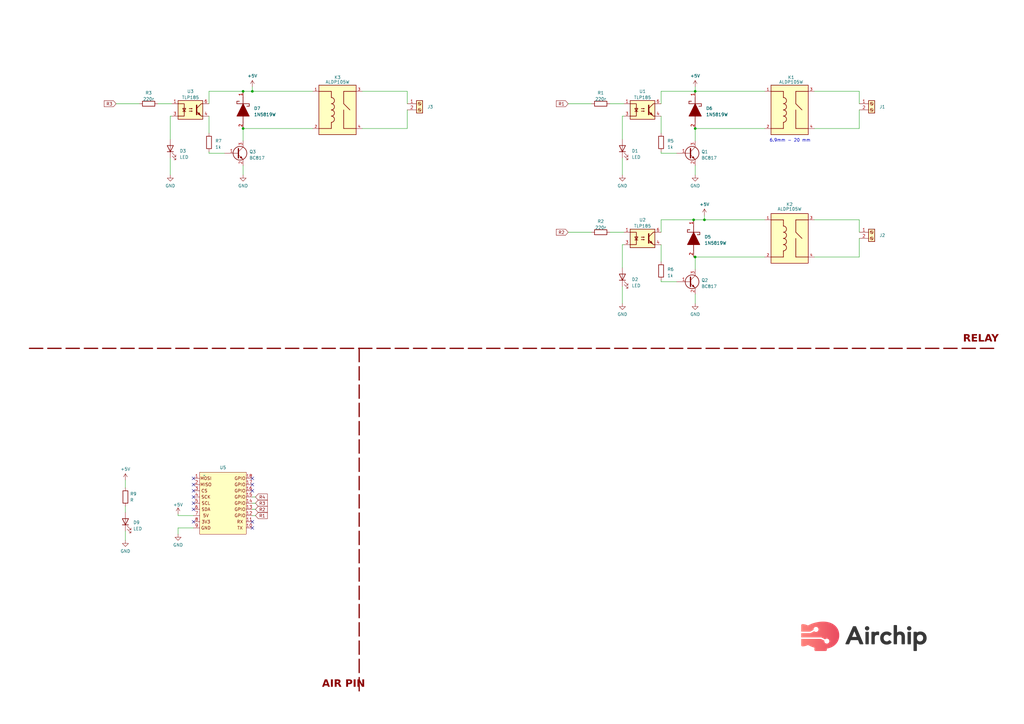
<source format=kicad_sch>
(kicad_sch (version 20230121) (generator eeschema)

  (uuid 982e0f7d-aa69-4a58-b03d-3cccfe2ecefd)

  (paper "A3")

  (lib_symbols
    (symbol "1N5819W:1N5819W" (pin_names hide) (in_bom yes) (on_board yes)
      (property "Reference" "D" (at 12.7 8.89 0)
        (effects (font (size 1.27 1.27)) (justify left top))
      )
      (property "Value" "1N5819W" (at 12.7 6.35 0)
        (effects (font (size 1.27 1.27)) (justify left top))
      )
      (property "Footprint" "SODFL3618X110N" (at 12.7 -93.65 0)
        (effects (font (size 1.27 1.27)) (justify left top) hide)
      )
      (property "Datasheet" "https://datasheet.lcsc.com/szlcsc/Shandong-Jingdao-Microelectronics-1N5819W_C169540.pdf" (at 12.7 -193.65 0)
        (effects (font (size 1.27 1.27)) (justify left top) hide)
      )
      (property "Height" "1.1" (at 12.7 -393.65 0)
        (effects (font (size 1.27 1.27)) (justify left top) hide)
      )
      (property "Manufacturer_Name" "Shandong Jingdao Microelectronics" (at 12.7 -493.65 0)
        (effects (font (size 1.27 1.27)) (justify left top) hide)
      )
      (property "Manufacturer_Part_Number" "1N5819W" (at 12.7 -593.65 0)
        (effects (font (size 1.27 1.27)) (justify left top) hide)
      )
      (property "Mouser Part Number" "" (at 12.7 -693.65 0)
        (effects (font (size 1.27 1.27)) (justify left top) hide)
      )
      (property "Mouser Price/Stock" "" (at 12.7 -793.65 0)
        (effects (font (size 1.27 1.27)) (justify left top) hide)
      )
      (property "Arrow Part Number" "" (at 12.7 -893.65 0)
        (effects (font (size 1.27 1.27)) (justify left top) hide)
      )
      (property "Arrow Price/Stock" "" (at 12.7 -993.65 0)
        (effects (font (size 1.27 1.27)) (justify left top) hide)
      )
      (property "ki_description" "40V 1A 900mV @ 3A 40V 1A 900mV @ 3A SOD-123 Schottky Barrier Diodes (SBD)" (at 0 0 0)
        (effects (font (size 1.27 1.27)) hide)
      )
      (symbol "1N5819W_1_1"
        (polyline
          (pts
            (xy 5.08 0)
            (xy 7.62 0)
          )
          (stroke (width 0.254) (type default))
          (fill (type none))
        )
        (polyline
          (pts
            (xy 6.604 -1.524)
            (xy 6.604 -2.54)
          )
          (stroke (width 0.254) (type default))
          (fill (type none))
        )
        (polyline
          (pts
            (xy 7.62 -2.54)
            (xy 6.604 -2.54)
          )
          (stroke (width 0.254) (type default))
          (fill (type none))
        )
        (polyline
          (pts
            (xy 7.62 2.54)
            (xy 7.62 -2.54)
          )
          (stroke (width 0.254) (type default))
          (fill (type none))
        )
        (polyline
          (pts
            (xy 7.62 2.54)
            (xy 8.636 2.54)
          )
          (stroke (width 0.254) (type default))
          (fill (type none))
        )
        (polyline
          (pts
            (xy 8.636 1.524)
            (xy 8.636 2.54)
          )
          (stroke (width 0.254) (type default))
          (fill (type none))
        )
        (polyline
          (pts
            (xy 12.7 0)
            (xy 15.24 0)
          )
          (stroke (width 0.254) (type default))
          (fill (type none))
        )
        (polyline
          (pts
            (xy 7.62 0)
            (xy 12.7 2.54)
            (xy 12.7 -2.54)
            (xy 7.62 0)
          )
          (stroke (width 0.254) (type default))
          (fill (type outline))
        )
        (pin passive line (at 2.54 0 0) (length 2.54)
          (name "K" (effects (font (size 1.27 1.27))))
          (number "1" (effects (font (size 1.27 1.27))))
        )
        (pin passive line (at 17.78 0 180) (length 2.54)
          (name "A" (effects (font (size 1.27 1.27))))
          (number "2" (effects (font (size 1.27 1.27))))
        )
      )
    )
    (symbol "ALDP105W:ALDP105W" (pin_names (offset 1.016)) (in_bom yes) (on_board yes)
      (property "Reference" "K" (at -7.6253 10.6755 0)
        (effects (font (size 1.27 1.27)) (justify left bottom))
      )
      (property "Value" "ALDP105W" (at -7.6273 -12.7121 0)
        (effects (font (size 1.27 1.27)) (justify left bottom))
      )
      (property "Footprint" "RELAY_ALDP105W" (at 0 0 0)
        (effects (font (size 1.27 1.27)) (justify bottom) hide)
      )
      (property "Datasheet" "" (at 0 0 0)
        (effects (font (size 1.27 1.27)) hide)
      )
      (property "PARTREV" "N/A" (at 0 0 0)
        (effects (font (size 1.27 1.27)) (justify bottom) hide)
      )
      (property "STANDART" "Manufacturer Recommendations" (at 0 0 0)
        (effects (font (size 1.27 1.27)) (justify bottom) hide)
      )
      (property "MF" "Panasonic" (at 0 0 0)
        (effects (font (size 1.27 1.27)) (justify bottom) hide)
      )
      (symbol "ALDP105W_0_0"
        (rectangle (start -7.62 -10.16) (end 7.62 10.16)
          (stroke (width 0.254) (type default))
          (fill (type background))
        )
        (arc (start -2.54 -5.08) (mid -1.2755 -3.81) (end -2.54 -2.54)
          (stroke (width 0.254) (type default))
          (fill (type none))
        )
        (arc (start -2.54 -2.54) (mid -1.2755 -1.27) (end -2.54 0)
          (stroke (width 0.254) (type default))
          (fill (type none))
        )
        (arc (start -2.54 0) (mid -1.2755 1.27) (end -2.54 2.54)
          (stroke (width 0.254) (type default))
          (fill (type none))
        )
        (arc (start -2.54 2.54) (mid -1.2755 3.81) (end -2.54 5.08)
          (stroke (width 0.254) (type default))
          (fill (type none))
        )
        (polyline
          (pts
            (xy -2.54 -7.62)
            (xy -7.62 -7.62)
          )
          (stroke (width 0.254) (type default))
          (fill (type none))
        )
        (polyline
          (pts
            (xy -2.54 -5.08)
            (xy -2.54 -7.62)
          )
          (stroke (width 0.254) (type default))
          (fill (type none))
        )
        (polyline
          (pts
            (xy -2.54 5.08)
            (xy -2.54 7.62)
          )
          (stroke (width 0.254) (type default))
          (fill (type none))
        )
        (polyline
          (pts
            (xy -2.54 7.62)
            (xy -7.62 7.62)
          )
          (stroke (width 0.254) (type default))
          (fill (type none))
        )
        (polyline
          (pts
            (xy 2.54 -7.62)
            (xy 7.62 -7.62)
          )
          (stroke (width 0.254) (type default))
          (fill (type none))
        )
        (polyline
          (pts
            (xy 2.54 0)
            (xy 2.54 -7.62)
          )
          (stroke (width 0.254) (type default))
          (fill (type none))
        )
        (polyline
          (pts
            (xy 2.54 2.54)
            (xy 5.08 0)
          )
          (stroke (width 0.254) (type default))
          (fill (type none))
        )
        (polyline
          (pts
            (xy 2.54 7.62)
            (xy 2.54 2.54)
          )
          (stroke (width 0.254) (type default))
          (fill (type none))
        )
        (polyline
          (pts
            (xy 7.62 7.62)
            (xy 2.54 7.62)
          )
          (stroke (width 0.254) (type default))
          (fill (type none))
        )
        (pin passive line (at -10.16 7.62 0) (length 2.54)
          (name "~" (effects (font (size 1.016 1.016))))
          (number "1" (effects (font (size 1.016 1.016))))
        )
        (pin passive line (at -10.16 -7.62 0) (length 2.54)
          (name "~" (effects (font (size 1.016 1.016))))
          (number "2" (effects (font (size 1.016 1.016))))
        )
        (pin passive line (at 10.16 7.62 180) (length 2.54)
          (name "~" (effects (font (size 1.016 1.016))))
          (number "3" (effects (font (size 1.016 1.016))))
        )
        (pin passive line (at 10.16 -7.62 180) (length 2.54)
          (name "~" (effects (font (size 1.016 1.016))))
          (number "4" (effects (font (size 1.016 1.016))))
        )
      )
    )
    (symbol "Connector:Screw_Terminal_01x02" (pin_names (offset 1.016) hide) (in_bom yes) (on_board yes)
      (property "Reference" "J" (at 0 2.54 0)
        (effects (font (size 1.27 1.27)))
      )
      (property "Value" "Screw_Terminal_01x02" (at 0 -5.08 0)
        (effects (font (size 1.27 1.27)))
      )
      (property "Footprint" "" (at 0 0 0)
        (effects (font (size 1.27 1.27)) hide)
      )
      (property "Datasheet" "~" (at 0 0 0)
        (effects (font (size 1.27 1.27)) hide)
      )
      (property "ki_keywords" "screw terminal" (at 0 0 0)
        (effects (font (size 1.27 1.27)) hide)
      )
      (property "ki_description" "Generic screw terminal, single row, 01x02, script generated (kicad-library-utils/schlib/autogen/connector/)" (at 0 0 0)
        (effects (font (size 1.27 1.27)) hide)
      )
      (property "ki_fp_filters" "TerminalBlock*:*" (at 0 0 0)
        (effects (font (size 1.27 1.27)) hide)
      )
      (symbol "Screw_Terminal_01x02_1_1"
        (rectangle (start -1.27 1.27) (end 1.27 -3.81)
          (stroke (width 0.254) (type default))
          (fill (type background))
        )
        (circle (center 0 -2.54) (radius 0.635)
          (stroke (width 0.1524) (type default))
          (fill (type none))
        )
        (polyline
          (pts
            (xy -0.5334 -2.2098)
            (xy 0.3302 -3.048)
          )
          (stroke (width 0.1524) (type default))
          (fill (type none))
        )
        (polyline
          (pts
            (xy -0.5334 0.3302)
            (xy 0.3302 -0.508)
          )
          (stroke (width 0.1524) (type default))
          (fill (type none))
        )
        (polyline
          (pts
            (xy -0.3556 -2.032)
            (xy 0.508 -2.8702)
          )
          (stroke (width 0.1524) (type default))
          (fill (type none))
        )
        (polyline
          (pts
            (xy -0.3556 0.508)
            (xy 0.508 -0.3302)
          )
          (stroke (width 0.1524) (type default))
          (fill (type none))
        )
        (circle (center 0 0) (radius 0.635)
          (stroke (width 0.1524) (type default))
          (fill (type none))
        )
        (pin passive line (at -5.08 0 0) (length 3.81)
          (name "Pin_1" (effects (font (size 1.27 1.27))))
          (number "1" (effects (font (size 1.27 1.27))))
        )
        (pin passive line (at -5.08 -2.54 0) (length 3.81)
          (name "Pin_2" (effects (font (size 1.27 1.27))))
          (number "2" (effects (font (size 1.27 1.27))))
        )
      )
    )
    (symbol "Device:LED" (pin_numbers hide) (pin_names (offset 1.016) hide) (in_bom yes) (on_board yes)
      (property "Reference" "D" (at 0 2.54 0)
        (effects (font (size 1.27 1.27)))
      )
      (property "Value" "LED" (at 0 -2.54 0)
        (effects (font (size 1.27 1.27)))
      )
      (property "Footprint" "" (at 0 0 0)
        (effects (font (size 1.27 1.27)) hide)
      )
      (property "Datasheet" "~" (at 0 0 0)
        (effects (font (size 1.27 1.27)) hide)
      )
      (property "ki_keywords" "LED diode" (at 0 0 0)
        (effects (font (size 1.27 1.27)) hide)
      )
      (property "ki_description" "Light emitting diode" (at 0 0 0)
        (effects (font (size 1.27 1.27)) hide)
      )
      (property "ki_fp_filters" "LED* LED_SMD:* LED_THT:*" (at 0 0 0)
        (effects (font (size 1.27 1.27)) hide)
      )
      (symbol "LED_0_1"
        (polyline
          (pts
            (xy -1.27 -1.27)
            (xy -1.27 1.27)
          )
          (stroke (width 0.254) (type default))
          (fill (type none))
        )
        (polyline
          (pts
            (xy -1.27 0)
            (xy 1.27 0)
          )
          (stroke (width 0) (type default))
          (fill (type none))
        )
        (polyline
          (pts
            (xy 1.27 -1.27)
            (xy 1.27 1.27)
            (xy -1.27 0)
            (xy 1.27 -1.27)
          )
          (stroke (width 0.254) (type default))
          (fill (type none))
        )
        (polyline
          (pts
            (xy -3.048 -0.762)
            (xy -4.572 -2.286)
            (xy -3.81 -2.286)
            (xy -4.572 -2.286)
            (xy -4.572 -1.524)
          )
          (stroke (width 0) (type default))
          (fill (type none))
        )
        (polyline
          (pts
            (xy -1.778 -0.762)
            (xy -3.302 -2.286)
            (xy -2.54 -2.286)
            (xy -3.302 -2.286)
            (xy -3.302 -1.524)
          )
          (stroke (width 0) (type default))
          (fill (type none))
        )
      )
      (symbol "LED_1_1"
        (pin passive line (at -3.81 0 0) (length 2.54)
          (name "K" (effects (font (size 1.27 1.27))))
          (number "1" (effects (font (size 1.27 1.27))))
        )
        (pin passive line (at 3.81 0 180) (length 2.54)
          (name "A" (effects (font (size 1.27 1.27))))
          (number "2" (effects (font (size 1.27 1.27))))
        )
      )
    )
    (symbol "Device:R" (pin_numbers hide) (pin_names (offset 0)) (in_bom yes) (on_board yes)
      (property "Reference" "R" (at 2.032 0 90)
        (effects (font (size 1.27 1.27)))
      )
      (property "Value" "R" (at 0 0 90)
        (effects (font (size 1.27 1.27)))
      )
      (property "Footprint" "" (at -1.778 0 90)
        (effects (font (size 1.27 1.27)) hide)
      )
      (property "Datasheet" "~" (at 0 0 0)
        (effects (font (size 1.27 1.27)) hide)
      )
      (property "ki_keywords" "R res resistor" (at 0 0 0)
        (effects (font (size 1.27 1.27)) hide)
      )
      (property "ki_description" "Resistor" (at 0 0 0)
        (effects (font (size 1.27 1.27)) hide)
      )
      (property "ki_fp_filters" "R_*" (at 0 0 0)
        (effects (font (size 1.27 1.27)) hide)
      )
      (symbol "R_0_1"
        (rectangle (start -1.016 -2.54) (end 1.016 2.54)
          (stroke (width 0.254) (type default))
          (fill (type none))
        )
      )
      (symbol "R_1_1"
        (pin passive line (at 0 3.81 270) (length 1.27)
          (name "~" (effects (font (size 1.27 1.27))))
          (number "1" (effects (font (size 1.27 1.27))))
        )
        (pin passive line (at 0 -3.81 90) (length 1.27)
          (name "~" (effects (font (size 1.27 1.27))))
          (number "2" (effects (font (size 1.27 1.27))))
        )
      )
    )
    (symbol "Isolator:TLP185" (in_bom yes) (on_board yes)
      (property "Reference" "U" (at -5.08 5.08 0)
        (effects (font (size 1.27 1.27)) (justify left))
      )
      (property "Value" "TLP185" (at -5.08 -5.08 0)
        (effects (font (size 1.27 1.27)) (justify left))
      )
      (property "Footprint" "Package_SO:SOIC-4_4.55x3.7mm_P2.54mm" (at 0 -7.62 0)
        (effects (font (size 1.27 1.27) italic) hide)
      )
      (property "Datasheet" "https://toshiba.semicon-storage.com/info/docget.jsp?did=11791&prodName=TLP185" (at 0 0 0)
        (effects (font (size 1.27 1.27)) (justify left) hide)
      )
      (property "ki_keywords" "NPN DC Optocoupler" (at 0 0 0)
        (effects (font (size 1.27 1.27)) hide)
      )
      (property "ki_description" "DC Optocoupler, Vce 80V, CTR 50-100%, MFSOP6" (at 0 0 0)
        (effects (font (size 1.27 1.27)) hide)
      )
      (property "ki_fp_filters" "SOIC*4.55x3.7mm*P2.54mm*" (at 0 0 0)
        (effects (font (size 1.27 1.27)) hide)
      )
      (symbol "TLP185_0_1"
        (rectangle (start -5.08 3.81) (end 5.08 -3.81)
          (stroke (width 0.254) (type default))
          (fill (type background))
        )
        (polyline
          (pts
            (xy -3.175 -0.635)
            (xy -1.905 -0.635)
          )
          (stroke (width 0.254) (type default))
          (fill (type none))
        )
        (polyline
          (pts
            (xy 2.54 1.905)
            (xy 2.54 -1.905)
            (xy 2.54 -1.905)
          )
          (stroke (width 0.508) (type default))
          (fill (type none))
        )
        (polyline
          (pts
            (xy 5.08 -2.54)
            (xy 4.445 -2.54)
            (xy 2.54 -0.635)
          )
          (stroke (width 0.254) (type default))
          (fill (type none))
        )
        (polyline
          (pts
            (xy 5.08 2.54)
            (xy 4.445 2.54)
            (xy 2.54 0.635)
          )
          (stroke (width 0.254) (type default))
          (fill (type none))
        )
        (polyline
          (pts
            (xy -5.08 -2.54)
            (xy -2.54 -2.54)
            (xy -2.54 2.54)
            (xy -5.08 2.54)
          )
          (stroke (width 0.254) (type default))
          (fill (type none))
        )
        (polyline
          (pts
            (xy -2.54 -0.635)
            (xy -3.175 0.635)
            (xy -1.905 0.635)
            (xy -2.54 -0.635)
          )
          (stroke (width 0.254) (type default))
          (fill (type none))
        )
        (polyline
          (pts
            (xy -0.508 -0.508)
            (xy 0.762 -0.508)
            (xy 0.381 -0.635)
            (xy 0.381 -0.381)
            (xy 0.762 -0.508)
          )
          (stroke (width 0.254) (type default))
          (fill (type none))
        )
        (polyline
          (pts
            (xy -0.508 0.508)
            (xy 0.762 0.508)
            (xy 0.381 0.381)
            (xy 0.381 0.635)
            (xy 0.762 0.508)
          )
          (stroke (width 0.254) (type default))
          (fill (type none))
        )
        (polyline
          (pts
            (xy 3.048 -1.651)
            (xy 3.556 -1.143)
            (xy 4.064 -2.159)
            (xy 3.048 -1.651)
            (xy 3.048 -1.651)
          )
          (stroke (width 0.254) (type default))
          (fill (type outline))
        )
      )
      (symbol "TLP185_1_1"
        (pin passive line (at -7.62 2.54 0) (length 2.54)
          (name "~" (effects (font (size 1.27 1.27))))
          (number "1" (effects (font (size 1.27 1.27))))
        )
        (pin passive line (at -7.62 -2.54 0) (length 2.54)
          (name "~" (effects (font (size 1.27 1.27))))
          (number "3" (effects (font (size 1.27 1.27))))
        )
        (pin passive line (at 7.62 -2.54 180) (length 2.54)
          (name "~" (effects (font (size 1.27 1.27))))
          (number "4" (effects (font (size 1.27 1.27))))
        )
        (pin passive line (at 7.62 2.54 180) (length 2.54)
          (name "~" (effects (font (size 1.27 1.27))))
          (number "6" (effects (font (size 1.27 1.27))))
        )
      )
    )
    (symbol "Transistor_BJT:BC817" (pin_names (offset 0) hide) (in_bom yes) (on_board yes)
      (property "Reference" "Q" (at 5.08 1.905 0)
        (effects (font (size 1.27 1.27)) (justify left))
      )
      (property "Value" "BC817" (at 5.08 0 0)
        (effects (font (size 1.27 1.27)) (justify left))
      )
      (property "Footprint" "Package_TO_SOT_SMD:SOT-23" (at 5.08 -1.905 0)
        (effects (font (size 1.27 1.27) italic) (justify left) hide)
      )
      (property "Datasheet" "https://www.onsemi.com/pub/Collateral/BC818-D.pdf" (at 0 0 0)
        (effects (font (size 1.27 1.27)) (justify left) hide)
      )
      (property "ki_keywords" "NPN Transistor" (at 0 0 0)
        (effects (font (size 1.27 1.27)) hide)
      )
      (property "ki_description" "0.8A Ic, 45V Vce, NPN Transistor, SOT-23" (at 0 0 0)
        (effects (font (size 1.27 1.27)) hide)
      )
      (property "ki_fp_filters" "SOT?23*" (at 0 0 0)
        (effects (font (size 1.27 1.27)) hide)
      )
      (symbol "BC817_0_1"
        (polyline
          (pts
            (xy 0.635 0.635)
            (xy 2.54 2.54)
          )
          (stroke (width 0) (type default))
          (fill (type none))
        )
        (polyline
          (pts
            (xy 0.635 -0.635)
            (xy 2.54 -2.54)
            (xy 2.54 -2.54)
          )
          (stroke (width 0) (type default))
          (fill (type none))
        )
        (polyline
          (pts
            (xy 0.635 1.905)
            (xy 0.635 -1.905)
            (xy 0.635 -1.905)
          )
          (stroke (width 0.508) (type default))
          (fill (type none))
        )
        (polyline
          (pts
            (xy 1.27 -1.778)
            (xy 1.778 -1.27)
            (xy 2.286 -2.286)
            (xy 1.27 -1.778)
            (xy 1.27 -1.778)
          )
          (stroke (width 0) (type default))
          (fill (type outline))
        )
        (circle (center 1.27 0) (radius 2.8194)
          (stroke (width 0.254) (type default))
          (fill (type none))
        )
      )
      (symbol "BC817_1_1"
        (pin input line (at -5.08 0 0) (length 5.715)
          (name "B" (effects (font (size 1.27 1.27))))
          (number "1" (effects (font (size 1.27 1.27))))
        )
        (pin passive line (at 2.54 -5.08 90) (length 2.54)
          (name "E" (effects (font (size 1.27 1.27))))
          (number "2" (effects (font (size 1.27 1.27))))
        )
        (pin passive line (at 2.54 5.08 270) (length 2.54)
          (name "C" (effects (font (size 1.27 1.27))))
          (number "3" (effects (font (size 1.27 1.27))))
        )
      )
    )
    (symbol "moduler_pin:air" (in_bom yes) (on_board yes)
      (property "Reference" "U" (at 7.62 2.54 0)
        (effects (font (size 1.27 1.27)))
      )
      (property "Value" "" (at 0 0 0)
        (effects (font (size 1.27 1.27)))
      )
      (property "Footprint" "" (at 0 0 0)
        (effects (font (size 1.27 1.27)) hide)
      )
      (property "Datasheet" "" (at 0 0 0)
        (effects (font (size 1.27 1.27)) hide)
      )
      (symbol "air_1_1"
        (rectangle (start -1.905 1.27) (end 17.145 -24.13)
          (stroke (width 0) (type default))
          (fill (type background))
        )
        (text "3V3" (at 0.635 -19.05 0)
          (effects (font (size 1.27 1.27)))
        )
        (text "5V" (at 0.635 -16.51 0)
          (effects (font (size 1.27 1.27)))
        )
        (text "CS" (at 0 -6.35 0)
          (effects (font (size 1.27 1.27)))
        )
        (text "GND" (at 0.635 -21.59 0)
          (effects (font (size 1.27 1.27)))
        )
        (text "GPIO" (at 14.605 -16.51 0)
          (effects (font (size 1.27 1.27)))
        )
        (text "GPIO" (at 14.605 -13.97 0)
          (effects (font (size 1.27 1.27)))
        )
        (text "GPIO" (at 14.605 -11.43 0)
          (effects (font (size 1.27 1.27)))
        )
        (text "GPIO" (at 14.605 -8.89 0)
          (effects (font (size 1.27 1.27)))
        )
        (text "GPIO" (at 14.605 -6.35 0)
          (effects (font (size 1.27 1.27)))
        )
        (text "GPIO" (at 14.605 -3.81 0)
          (effects (font (size 1.27 1.27)))
        )
        (text "GPIO" (at 14.605 -1.27 0)
          (effects (font (size 1.27 1.27)))
        )
        (text "MISO" (at 0.635 -3.81 0)
          (effects (font (size 1.27 1.27)))
        )
        (text "MOSI" (at 0.635 -1.27 0)
          (effects (font (size 1.27 1.27)))
        )
        (text "RX" (at 14.605 -19.05 0)
          (effects (font (size 1.27 1.27)))
        )
        (text "SCK" (at 0.635 -8.89 0)
          (effects (font (size 1.27 1.27)))
        )
        (text "SCL" (at 0.635 -11.43 0)
          (effects (font (size 1.27 1.27)))
        )
        (text "SDA" (at 0.635 -13.97 0)
          (effects (font (size 1.27 1.27)))
        )
        (text "TX" (at 14.605 -21.59 0)
          (effects (font (size 1.27 1.27)))
        )
        (pin input line (at -4.445 -1.27 0) (length 2.54)
          (name "" (effects (font (size 1.27 1.27))))
          (number "1" (effects (font (size 1.27 1.27))))
        )
        (pin input line (at 19.685 -21.59 180) (length 2.54)
          (name "" (effects (font (size 1.27 1.27))))
          (number "10" (effects (font (size 1.27 1.27))))
        )
        (pin input line (at 19.685 -19.05 180) (length 2.54)
          (name "" (effects (font (size 1.27 1.27))))
          (number "11" (effects (font (size 1.27 1.27))))
        )
        (pin input line (at 19.685 -16.51 180) (length 2.54)
          (name "" (effects (font (size 1.27 1.27))))
          (number "12" (effects (font (size 1.27 1.27))))
        )
        (pin input line (at 19.685 -13.97 180) (length 2.54)
          (name "" (effects (font (size 1.27 1.27))))
          (number "13" (effects (font (size 1.27 1.27))))
        )
        (pin input line (at 19.685 -11.43 180) (length 2.54)
          (name "" (effects (font (size 1.27 1.27))))
          (number "14" (effects (font (size 1.27 1.27))))
        )
        (pin input line (at 19.685 -8.89 180) (length 2.54)
          (name "" (effects (font (size 1.27 1.27))))
          (number "15" (effects (font (size 1.27 1.27))))
        )
        (pin input line (at 19.685 -6.35 180) (length 2.54)
          (name "" (effects (font (size 1.27 1.27))))
          (number "16" (effects (font (size 1.27 1.27))))
        )
        (pin input line (at 19.685 -3.81 180) (length 2.54)
          (name "" (effects (font (size 1.27 1.27))))
          (number "17" (effects (font (size 1.27 1.27))))
        )
        (pin input line (at 19.685 -1.27 180) (length 2.54)
          (name "" (effects (font (size 1.27 1.27))))
          (number "18" (effects (font (size 1.27 1.27))))
        )
        (pin input line (at -4.445 -3.81 0) (length 2.54)
          (name "" (effects (font (size 1.27 1.27))))
          (number "2" (effects (font (size 1.27 1.27))))
        )
        (pin input line (at -4.445 -6.35 0) (length 2.54)
          (name "" (effects (font (size 1.27 1.27))))
          (number "3" (effects (font (size 1.27 1.27))))
        )
        (pin input line (at -4.445 -8.89 0) (length 2.54)
          (name "" (effects (font (size 1.27 1.27))))
          (number "4" (effects (font (size 1.27 1.27))))
        )
        (pin input line (at -4.445 -11.43 0) (length 2.54)
          (name "" (effects (font (size 1.27 1.27))))
          (number "5" (effects (font (size 1.27 1.27))))
        )
        (pin input line (at -4.445 -13.97 0) (length 2.54)
          (name "" (effects (font (size 1.27 1.27))))
          (number "6" (effects (font (size 1.27 1.27))))
        )
        (pin input line (at -4.445 -16.51 0) (length 2.54)
          (name "" (effects (font (size 1.27 1.27))))
          (number "7" (effects (font (size 1.27 1.27))))
        )
        (pin input line (at -4.445 -19.05 0) (length 2.54)
          (name "" (effects (font (size 1.27 1.27))))
          (number "8" (effects (font (size 1.27 1.27))))
        )
        (pin input line (at -4.445 -21.59 0) (length 2.54)
          (name "" (effects (font (size 1.27 1.27))))
          (number "9" (effects (font (size 1.27 1.27))))
        )
      )
    )
    (symbol "power:+5V" (power) (pin_names (offset 0)) (in_bom yes) (on_board yes)
      (property "Reference" "#PWR" (at 0 -3.81 0)
        (effects (font (size 1.27 1.27)) hide)
      )
      (property "Value" "+5V" (at 0 3.556 0)
        (effects (font (size 1.27 1.27)))
      )
      (property "Footprint" "" (at 0 0 0)
        (effects (font (size 1.27 1.27)) hide)
      )
      (property "Datasheet" "" (at 0 0 0)
        (effects (font (size 1.27 1.27)) hide)
      )
      (property "ki_keywords" "global power" (at 0 0 0)
        (effects (font (size 1.27 1.27)) hide)
      )
      (property "ki_description" "Power symbol creates a global label with name \"+5V\"" (at 0 0 0)
        (effects (font (size 1.27 1.27)) hide)
      )
      (symbol "+5V_0_1"
        (polyline
          (pts
            (xy -0.762 1.27)
            (xy 0 2.54)
          )
          (stroke (width 0) (type default))
          (fill (type none))
        )
        (polyline
          (pts
            (xy 0 0)
            (xy 0 2.54)
          )
          (stroke (width 0) (type default))
          (fill (type none))
        )
        (polyline
          (pts
            (xy 0 2.54)
            (xy 0.762 1.27)
          )
          (stroke (width 0) (type default))
          (fill (type none))
        )
      )
      (symbol "+5V_1_1"
        (pin power_in line (at 0 0 90) (length 0) hide
          (name "+5V" (effects (font (size 1.27 1.27))))
          (number "1" (effects (font (size 1.27 1.27))))
        )
      )
    )
    (symbol "power:GND" (power) (pin_names (offset 0)) (in_bom yes) (on_board yes)
      (property "Reference" "#PWR" (at 0 -6.35 0)
        (effects (font (size 1.27 1.27)) hide)
      )
      (property "Value" "GND" (at 0 -3.81 0)
        (effects (font (size 1.27 1.27)))
      )
      (property "Footprint" "" (at 0 0 0)
        (effects (font (size 1.27 1.27)) hide)
      )
      (property "Datasheet" "" (at 0 0 0)
        (effects (font (size 1.27 1.27)) hide)
      )
      (property "ki_keywords" "power-flag" (at 0 0 0)
        (effects (font (size 1.27 1.27)) hide)
      )
      (property "ki_description" "Power symbol creates a global label with name \"GND\" , ground" (at 0 0 0)
        (effects (font (size 1.27 1.27)) hide)
      )
      (symbol "GND_0_1"
        (polyline
          (pts
            (xy 0 0)
            (xy 0 -1.27)
            (xy 1.27 -1.27)
            (xy 0 -2.54)
            (xy -1.27 -1.27)
            (xy 0 -1.27)
          )
          (stroke (width 0) (type default))
          (fill (type none))
        )
      )
      (symbol "GND_1_1"
        (pin power_in line (at 0 0 270) (length 0) hide
          (name "GND" (effects (font (size 1.27 1.27))))
          (number "1" (effects (font (size 1.27 1.27))))
        )
      )
    )
  )

  (junction (at 99.695 37.465) (diameter 0) (color 0 0 0 0)
    (uuid 1cbdc819-9bec-4a1b-a808-97705fb32ce6)
  )
  (junction (at 285.115 105.41) (diameter 0) (color 0 0 0 0)
    (uuid 40810ec8-c9f3-404a-9312-2f03237337fb)
  )
  (junction (at 284.48 90.17) (diameter 0) (color 0 0 0 0)
    (uuid 585a7482-47ee-4434-8eab-fa46bd8a9d73)
  )
  (junction (at 103.505 37.465) (diameter 0) (color 0 0 0 0)
    (uuid 7e05dab5-53b3-4d39-973e-6581ddb6e977)
  )
  (junction (at 285.115 52.705) (diameter 0) (color 0 0 0 0)
    (uuid 8b0302eb-f618-486c-9c7a-f6181b259061)
  )
  (junction (at 99.695 52.705) (diameter 0) (color 0 0 0 0)
    (uuid cceae8e9-bad1-420d-8423-493e292f991e)
  )
  (junction (at 285.115 37.465) (diameter 0) (color 0 0 0 0)
    (uuid cfaf23df-92a2-4a90-a271-8840f277c2f5)
  )
  (junction (at 288.925 90.17) (diameter 0) (color 0 0 0 0)
    (uuid e82a2811-6fd1-4bf6-af4c-f2b5b7876666)
  )

  (no_connect (at 79.375 206.375) (uuid 03ab8a64-7827-4f9a-a180-d92bdff7d168))
  (no_connect (at 79.375 208.915) (uuid 0ff37e89-2a4e-4299-90b5-58330d835362))
  (no_connect (at 79.375 213.995) (uuid 144d575e-216f-45d4-b49d-3d5a3d6d78f7))
  (no_connect (at 79.375 198.755) (uuid 37958690-dc7c-4e9b-b500-2af4e01dd7b6))
  (no_connect (at 79.375 201.295) (uuid 4ef0d984-8b20-4170-82ed-0d3c70ddc15a))
  (no_connect (at 79.375 203.835) (uuid 62501470-1591-49af-a2be-26ee2a681cf4))
  (no_connect (at 103.505 213.995) (uuid 73e51358-81d0-46a4-a8bc-9cace8febaef))
  (no_connect (at 103.505 198.755) (uuid 79c347f4-5e65-4fee-9d09-6a664e526c5a))
  (no_connect (at 103.505 196.215) (uuid 91ca4b80-033e-405d-99d3-a773088269cd))
  (no_connect (at 79.375 196.215) (uuid b149f0a6-5680-4b3e-8597-b74591ba0899))
  (no_connect (at 103.505 201.295) (uuid f76b5c31-2a0b-400c-be84-a7446c09d02a))
  (no_connect (at 103.505 216.535) (uuid fc69f44f-3c40-4c19-8b9d-98cb7dc979e0))

  (wire (pts (xy 285.115 35.56) (xy 285.115 37.465))
    (stroke (width 0) (type default))
    (uuid 06d8d2f6-8313-48d3-a1e4-42589c397515)
  )
  (wire (pts (xy 233.045 95.25) (xy 242.57 95.25))
    (stroke (width 0) (type default))
    (uuid 0850080f-fe88-4430-a879-57e5854d81c3)
  )
  (wire (pts (xy 69.85 47.625) (xy 70.485 47.625))
    (stroke (width 0) (type default))
    (uuid 09d0eda4-a8e6-4af1-a864-dc7b2277d76d)
  )
  (wire (pts (xy 271.145 62.23) (xy 271.145 62.865))
    (stroke (width 0) (type default))
    (uuid 0d660cef-6130-43a0-ae07-0cdc1a41d937)
  )
  (wire (pts (xy 99.695 37.465) (xy 103.505 37.465))
    (stroke (width 0) (type default))
    (uuid 0f07b884-3d83-4159-ad10-ff34fb9632d5)
  )
  (wire (pts (xy 85.725 47.625) (xy 85.725 54.61))
    (stroke (width 0) (type default))
    (uuid 133c6889-e24a-4d52-9ba6-a8c8e43ce45c)
  )
  (wire (pts (xy 271.145 114.935) (xy 271.145 115.57))
    (stroke (width 0) (type default))
    (uuid 14610ccc-dfe5-4e8a-95ce-eeb99741f6f8)
  )
  (wire (pts (xy 255.27 124.46) (xy 255.27 117.475))
    (stroke (width 0) (type default))
    (uuid 17343961-dc72-4d45-97ab-1121552547c0)
  )
  (wire (pts (xy 51.435 196.85) (xy 51.435 200.025))
    (stroke (width 0) (type default))
    (uuid 184050a2-d5ad-4c29-93cd-7087a0ee1f68)
  )
  (wire (pts (xy 352.425 90.17) (xy 352.425 95.25))
    (stroke (width 0) (type default))
    (uuid 1cfba0bb-f673-4da2-b34f-fe38a1c58d00)
  )
  (wire (pts (xy 73.025 211.455) (xy 79.375 211.455))
    (stroke (width 0) (type default))
    (uuid 1e15341d-df57-4bec-933f-d76bc9043a3f)
  )
  (wire (pts (xy 271.145 47.625) (xy 271.145 54.61))
    (stroke (width 0) (type default))
    (uuid 2246e4d1-3b7e-41eb-8b9a-5f7b80682a83)
  )
  (wire (pts (xy 271.145 37.465) (xy 285.115 37.465))
    (stroke (width 0) (type default))
    (uuid 2551a861-9576-40c8-a394-73c6e20c5d85)
  )
  (polyline (pts (xy 12.065 142.875) (xy 407.67 142.875))
    (stroke (width 0.5) (type dash) (color 132 0 0 1))
    (uuid 25849013-33b4-4963-8286-f39b4409ff34)
  )
  (polyline (pts (xy 147.32 142.875) (xy 147.32 285.115))
    (stroke (width 0.5) (type dash) (color 132 0 0 1))
    (uuid 26fa21e8-f788-4f8a-9cce-2db5b1230ee9)
  )

  (wire (pts (xy 288.925 88.265) (xy 288.925 90.17))
    (stroke (width 0) (type default))
    (uuid 2ea59e70-2751-4fc9-9f93-43fbb6dca88a)
  )
  (wire (pts (xy 271.145 90.17) (xy 271.145 95.25))
    (stroke (width 0) (type default))
    (uuid 31b5904d-dccf-45b8-aaf9-17b2df3e6005)
  )
  (wire (pts (xy 334.01 52.705) (xy 352.425 52.705))
    (stroke (width 0) (type default))
    (uuid 323ffb05-5c50-4bcb-9310-c420f4ae80d2)
  )
  (wire (pts (xy 51.435 207.645) (xy 51.435 210.185))
    (stroke (width 0) (type default))
    (uuid 32acaac2-471d-4559-a9ab-9f195417c25c)
  )
  (wire (pts (xy 284.48 105.41) (xy 285.115 105.41))
    (stroke (width 0) (type default))
    (uuid 33f91d3f-1209-4d6c-9df3-876e417e7530)
  )
  (wire (pts (xy 99.695 52.705) (xy 128.27 52.705))
    (stroke (width 0) (type default))
    (uuid 36946893-2ec7-4aba-9ce3-882a09072cc6)
  )
  (wire (pts (xy 99.695 52.705) (xy 99.695 57.785))
    (stroke (width 0) (type default))
    (uuid 38d8b7c5-ec10-41f0-bc60-e4cb1f588f6a)
  )
  (wire (pts (xy 167.005 45.085) (xy 167.005 52.705))
    (stroke (width 0) (type default))
    (uuid 39033a8c-aee4-46a7-8eb5-87bb2da573cd)
  )
  (wire (pts (xy 73.025 216.535) (xy 79.375 216.535))
    (stroke (width 0) (type default))
    (uuid 3952f70a-0e5c-4afe-ab6f-472ba9329187)
  )
  (wire (pts (xy 271.145 100.33) (xy 271.145 107.315))
    (stroke (width 0) (type default))
    (uuid 3eff4376-62b1-42a8-adf1-37ab472a4a34)
  )
  (wire (pts (xy 255.27 47.625) (xy 255.905 47.625))
    (stroke (width 0) (type default))
    (uuid 44bb78ab-bf32-4c5e-b9f1-9dff08149fd3)
  )
  (wire (pts (xy 104.775 208.915) (xy 103.505 208.915))
    (stroke (width 0) (type default))
    (uuid 47ee6f51-a4d5-423b-b152-1b1ada925b6d)
  )
  (wire (pts (xy 250.19 95.25) (xy 255.905 95.25))
    (stroke (width 0) (type default))
    (uuid 4cd9669c-5911-4264-b798-5f13a5defeba)
  )
  (wire (pts (xy 271.145 62.865) (xy 277.495 62.865))
    (stroke (width 0) (type default))
    (uuid 4d141868-f162-4fea-a353-bf5dc8dfee79)
  )
  (wire (pts (xy 352.425 37.465) (xy 352.425 42.545))
    (stroke (width 0) (type default))
    (uuid 4f7f1a0b-06c8-43c7-8ff0-082f562b733c)
  )
  (wire (pts (xy 85.725 37.465) (xy 99.695 37.465))
    (stroke (width 0) (type default))
    (uuid 6111e063-716d-4aac-8fe8-1a2530616229)
  )
  (wire (pts (xy 285.115 71.755) (xy 285.115 67.945))
    (stroke (width 0) (type default))
    (uuid 61f6d140-bf03-48e1-afea-f239998f7f45)
  )
  (wire (pts (xy 104.775 211.455) (xy 103.505 211.455))
    (stroke (width 0) (type default))
    (uuid 6433b049-c85c-4b7d-85f0-1c139ad6a820)
  )
  (wire (pts (xy 271.145 115.57) (xy 277.495 115.57))
    (stroke (width 0) (type default))
    (uuid 6706e241-eb78-481a-aa68-c15152592fe0)
  )
  (wire (pts (xy 250.19 42.545) (xy 255.905 42.545))
    (stroke (width 0) (type default))
    (uuid 6ba2056d-5a73-4fbe-8d37-6ca7819827a7)
  )
  (wire (pts (xy 73.025 219.075) (xy 73.025 216.535))
    (stroke (width 0) (type default))
    (uuid 6ce5c278-0a26-4d1d-a691-318739dd968a)
  )
  (wire (pts (xy 85.725 37.465) (xy 85.725 42.545))
    (stroke (width 0) (type default))
    (uuid 6ea47b89-dd05-4539-9425-ff7ca4833af9)
  )
  (wire (pts (xy 285.115 37.465) (xy 313.69 37.465))
    (stroke (width 0) (type default))
    (uuid 7ef34056-4eca-49ee-b203-22e23314e072)
  )
  (wire (pts (xy 255.27 109.855) (xy 255.27 100.33))
    (stroke (width 0) (type default))
    (uuid 811d9fc0-9bb6-42e3-a229-1f05831f8ef1)
  )
  (wire (pts (xy 148.59 52.705) (xy 167.005 52.705))
    (stroke (width 0) (type default))
    (uuid 88eeff1c-f962-47c4-aebf-4205d705a1fd)
  )
  (wire (pts (xy 285.115 105.41) (xy 313.69 105.41))
    (stroke (width 0) (type default))
    (uuid 8f1b1176-8248-4203-88fa-b70b9f8ac6f5)
  )
  (wire (pts (xy 85.725 62.865) (xy 92.075 62.865))
    (stroke (width 0) (type default))
    (uuid 901a79cf-c080-4681-801a-baaa28570c73)
  )
  (wire (pts (xy 352.425 45.085) (xy 352.425 52.705))
    (stroke (width 0) (type default))
    (uuid 92197cb2-eb17-4485-8b0d-ad74f002bfd7)
  )
  (wire (pts (xy 271.145 90.17) (xy 284.48 90.17))
    (stroke (width 0) (type default))
    (uuid 9220a690-1c30-48a1-bb98-0f2a835bf952)
  )
  (wire (pts (xy 255.27 100.33) (xy 255.905 100.33))
    (stroke (width 0) (type default))
    (uuid 991dad27-b7ae-488e-be34-8e86dcd9baff)
  )
  (wire (pts (xy 103.505 37.465) (xy 128.27 37.465))
    (stroke (width 0) (type default))
    (uuid 9f63abb6-0c88-48c8-bc18-f5e9d5b5e597)
  )
  (wire (pts (xy 167.005 37.465) (xy 167.005 42.545))
    (stroke (width 0) (type default))
    (uuid a45b9df7-8821-4677-9ed5-5ff07a15a80f)
  )
  (wire (pts (xy 73.025 210.82) (xy 73.025 211.455))
    (stroke (width 0) (type default))
    (uuid a4d3febb-f608-467c-88b0-85f686019b2a)
  )
  (wire (pts (xy 285.115 52.705) (xy 285.115 57.785))
    (stroke (width 0) (type default))
    (uuid a6c81cc9-7b31-43b0-9269-ee71732e860f)
  )
  (wire (pts (xy 69.85 57.15) (xy 69.85 47.625))
    (stroke (width 0) (type default))
    (uuid aa13c0be-b3b9-46a0-85d8-506fb201cfaf)
  )
  (wire (pts (xy 288.925 90.17) (xy 313.69 90.17))
    (stroke (width 0) (type default))
    (uuid ad13109c-5c08-4cc7-8d2b-57a2b5375727)
  )
  (wire (pts (xy 85.725 62.23) (xy 85.725 62.865))
    (stroke (width 0) (type default))
    (uuid b5c2f1f6-2840-47f5-8b7d-991b712cf9cd)
  )
  (wire (pts (xy 285.115 52.705) (xy 313.69 52.705))
    (stroke (width 0) (type default))
    (uuid b6febba2-498f-4520-a696-8eb2efdde5a4)
  )
  (wire (pts (xy 51.435 217.805) (xy 51.435 221.615))
    (stroke (width 0) (type default))
    (uuid bf0eb216-de1e-4b5a-8a36-098a89a41e93)
  )
  (wire (pts (xy 69.85 71.755) (xy 69.85 64.77))
    (stroke (width 0) (type default))
    (uuid c146b7d4-3d1d-46a8-a5bf-abafcf1a6b84)
  )
  (wire (pts (xy 271.145 37.465) (xy 271.145 42.545))
    (stroke (width 0) (type default))
    (uuid c19f79d4-5617-4402-8021-3b254f1f1e7e)
  )
  (wire (pts (xy 103.505 35.56) (xy 103.505 37.465))
    (stroke (width 0) (type default))
    (uuid c2200b75-5f15-4c7f-95b0-08f9f21ee810)
  )
  (wire (pts (xy 285.115 105.41) (xy 285.115 110.49))
    (stroke (width 0) (type default))
    (uuid c22a134c-5fd7-4f7d-bb8e-cc07a28dda1d)
  )
  (wire (pts (xy 334.01 90.17) (xy 352.425 90.17))
    (stroke (width 0) (type default))
    (uuid c5d8b3eb-ecac-4480-b136-6c1fbb5976f2)
  )
  (wire (pts (xy 104.775 206.375) (xy 103.505 206.375))
    (stroke (width 0) (type default))
    (uuid ce1e088d-46a3-4540-adb8-c9abcc0cae1f)
  )
  (wire (pts (xy 233.045 42.545) (xy 242.57 42.545))
    (stroke (width 0) (type default))
    (uuid d63232b2-76c6-4110-8842-57a25697a912)
  )
  (wire (pts (xy 255.27 71.755) (xy 255.27 64.77))
    (stroke (width 0) (type default))
    (uuid d89e679b-188e-41b1-821d-6e4f0c8bfebc)
  )
  (wire (pts (xy 285.115 124.46) (xy 285.115 120.65))
    (stroke (width 0) (type default))
    (uuid dbee9c6b-5792-4e1f-a7da-e04e47663c9c)
  )
  (wire (pts (xy 104.775 203.835) (xy 103.505 203.835))
    (stroke (width 0) (type default))
    (uuid e09e75d8-4dcd-44a0-b4b1-344b63ca2ad7)
  )
  (wire (pts (xy 334.01 105.41) (xy 352.425 105.41))
    (stroke (width 0) (type default))
    (uuid e716cdb4-a826-4c01-927f-7e3d21930627)
  )
  (wire (pts (xy 255.27 57.15) (xy 255.27 47.625))
    (stroke (width 0) (type default))
    (uuid e9d98c98-cda7-4787-897a-75a46bc6eb48)
  )
  (wire (pts (xy 334.01 37.465) (xy 352.425 37.465))
    (stroke (width 0) (type default))
    (uuid eadf1a3a-38a0-4378-a8fc-c7dc559d3fad)
  )
  (wire (pts (xy 148.59 37.465) (xy 167.005 37.465))
    (stroke (width 0) (type default))
    (uuid eb45ab7a-bd64-47cb-b3c0-25dd6d9abc3c)
  )
  (wire (pts (xy 99.695 71.755) (xy 99.695 67.945))
    (stroke (width 0) (type default))
    (uuid eba3f433-4737-47b0-b6f2-cb28f02405a2)
  )
  (wire (pts (xy 284.48 90.17) (xy 288.925 90.17))
    (stroke (width 0) (type default))
    (uuid f130f9f1-3ab6-469d-b2a0-b12bacdd3f00)
  )
  (wire (pts (xy 64.77 42.545) (xy 70.485 42.545))
    (stroke (width 0) (type default))
    (uuid f373918d-47a6-480e-90a3-f841dafe7f9c)
  )
  (wire (pts (xy 352.425 97.79) (xy 352.425 105.41))
    (stroke (width 0) (type default))
    (uuid f7c3a12d-1205-4592-adc7-8c90db662481)
  )
  (wire (pts (xy 47.625 42.545) (xy 57.15 42.545))
    (stroke (width 0) (type default))
    (uuid fc191e0e-0712-495c-8def-67e4f66906fc)
  )

  (image (at 354.33 260.985) (scale 0.303838)
    (uuid de1c904a-2672-4223-bb4e-ea8d7c0626a8)
    (data
      iVBORw0KGgoAAAANSUhEUgAAB9AAAAHVCAYAAACpJWDwAAAABHNCSVQICAgIfAhkiAAAIABJREFU
      eJzs3XeYnGW9//F3SEKyCS0hARUVBCSKYvuiqKiAokRasKAeRUn4WSghFUTNsYAiICGNA6gQEBso
      TfEg6hFE8KjouRFsIAgiiEJCEwhJKJnfH88sKdtmdmfmnvJ+XddcuzzPPfd8dpjMzj6fpwxDkjrQ
      ox+ZPhzYnBKbA5sDW5S/dt82BbqATSkxFugqwSbl5SOBzYqZSpsAI4CNgTHFIjYFNuo3QKnXpSuB
      J8oDHgWeLsHjwBOUeILi+5XACuAx4N/l77tvD5eXPUiJh4AHgYc2P//MFZU+L5IkSZIkSZIkSZ1s
      WO4AklQLj3706E2BZ1NiIvAcYCKw5Tpft4TS+PL3W1GU4X0V2esrrfel95UDLKp+TGn9YZXM2ff8
      TwIPQel+4F5gObAMuJcS3cvuA+4G7tv862c9XeWjSZIkSZIkSZIktQULdElN7bGPHb0J8FxKbAPP
      3J4LbFOCZwFbU3wdDQxQNA+t7G7hAr3vhT0XPV0qCvV/lG/3UBTrdwJ3UOLOLb5x1oNVppEkSZIk
      SZIkSWoJFuiSsnnsYzOGUZTf2wLbQWnb8vfdt+fRfar0SntqC/R+xleWtYKn8BHgb8CdULoduLV8
      u22Lb3z5H1XllCRJkiRJkiRJaiIW6JLq6rHDZ4wCdijftn/m+xI7AC+guHZ4WT/VrQV6depboPe3
      YAUlbgP+AtwC/An4I3DbFt/88lP9TS1JkiRJkiRJkpSbBbqkIVtxxIzhJXg+8CJgJ0pMAiYBO1Gc
      br2nattvC/Tq5CvQ+5rgSYpC/Q/An4GbgN9t8c0v39Pfw0mSJEmSJEmSJDWSBbqkiq04YubGFCX5
      zlDaGXgp8EJgp9K6R5IPukC2QN9wQBsV6H1ZTokbgN+VKL4Ct4/71per/YklSZIkSZIkSZKGzAJd
      Ug8rjpw5HNgReDnwUkq8FNi5vGx4MWr9frPU53/0wQK9ogEdUKD39vw+BKXfAL8Grgd+M+5bX3mg
      ylklSZIkSZIkSZKqZoEudbgVR84cR1GUvxx4WfnrzkDXM4MqKGMt0Ac350ADOrRA722S2yhxPfAL
      4FrglnHf/opHqUuSJEmSJEmSpJqyQJc6yIqjZj4LCOAVQFBiV+B5A97RAr2foRbo1U3Q95wDFOgb
      Lrof+F/gOopC/Xfjvv2Vp6p8ZEmSJEmSJEmSpPVYoEttasVRs7YCXg2l3Vhbmj9nvUGVFp0W6P0M
      tUCvboK+56yyQN/QI8DPgauAqyjxp3EXeIS6JEmSJEmSJEmqjgW61AYenz5rLMUR5bsBrwZeU4Jt
      i7XVldKVj7NAr8WcAw2wQB/kvCXuo7tMhx+Nu+Ar/6wylSRJkiRJkiRJ6kAW6FILenz6rB2B1wOv
      A3YHXgJstG7BWOrlux4s0C3Q27dA39BNULoCuBL41bgLvvp0FbNJkiRJkiRJkqQOYYEuNbnHp88a
      TXFUeXdh/npgYq+DLdAt0Psd39EF+roLHwZ+AlxeKnHF+Au/+nAVM0uSJEmSJEmSpDZmgS41mceP
      nrUZRUn+Jkq8CdgVGFXRnS3QLdD7HW+B3mNJiacorp3+PeD74y/86t1VPIokSZIkSZIkSWozFuhS
      Zo8fPXs88CZgTyi9AXglsBEwpNLUAn0ok/Q+xgK9t5UtX6BvKAEXAxeNv/Crt1fxiJIkSZIkSZIk
      qQ1YoEsN9viM2ZsDb6TEXsBbgJfxzL/FDdo8C/R+V1mgVzu/BXqPJf3PeQNwEXDB+Au/+vcqHl2S
      JEmSJEmSJLUoC3SpzlbOmD26BG+kKMv3ojgl+0YVFXwW6P2uskCvdn4L9B5LKp/zeuACSlww/jtf
      XVZFEkmSJEmSJEmS1EIs0KUaWzlj9jCKo8rfVr69oQSjewy0QK8ukAV6dSzQK1pYRYHePcVTwP8A
      3wC+N/47X11Z5QySJEmSJEmSJKmJWaBLNbBy5uxnUWIfisL8rcDEdddXXvRaoFcz3gK92vkt0Hss
      Gdrz+ihwMZTOG/+ds6+rciZJkiRJkiRJktSELNClQVg5c/Zw4HXAZGBf4JVV99QW6NUFskCvjgV6
      RQuHWKCvu/BW4Bzg/PHfOdtTvEuSJEmSJEmS1KIs0KUKrZw5ZyLw9uJWmgxssd4AC/Tq5rVAr2iA
      Bfog5218gd7tKeByYCnwo/HfOXtNlY8gSZIkSZIkSZIyskCX+rFy1pyXAAdS4gDgtTzzb6a6cs8C
      fXBzDrTKAr3a+S3Qeyyp1/NauIMSZwHnjv/u2Q9W+UiSJEmSJEmSJCkDC3RpHStnzRkJvAk4AJgC
      bAcMuTS0QB/cnAOtskCvdn4L9B5L6lugd69aBVwInDH+u2f/X5WPKEmSJEmSJEmSGsgCXR1v5aw5
      YyhOzX4QRXG+eY9BFugDLrRAH9ycAw2wQB/kvM1VoK/r1yVYAFy25XfPfqrKR5ckSZIkSZIkSXVm
      ga6OtHLWnPHAfsA7gcnA6H7vYIE+4EIL9MHNOdAAC/RBztu8BXr3or8Di4ClW3737EerTCFJkiRJ
      kiRJkurEAl0dY+XsOVtRFObvosSewIiK72yBPuBCC/TBzTnQAAv0Qc7b/AV6t0cocTawaMuLzv5H
      lWkkSZIkSZIkSVKNWaCrra2aPXc8lN4BHFyCvYHhQA3KSAt0C/TazDnQAAv0Qc7bOgV694IngfOB
      U7a86Oy/VplKkiRJkiRJkiTViAW62k5RmvMO4GDgLVAaAYMoePsdb4FugV6bOQcaYIE+yHlbr0Dv
      tga4CEonbXnROTdVF06SJEmSJEmSJA2VBbrawqo5c7uAAynxfoprmm+8du0GRWSP/6iABfqACy3Q
      BzfnQAMs0Ac5b+sW6Osu/D5w/JYXnfO7irJJkiRJkiRJkqQhs0BXy1o1Z+4IitOyf4DiiPOx/ZVb
      FuiVZqh0nAV6LeYcaIAF+iDnbY8CvZtFuiRJkiRJkiRJDWKBrpazas7cXYEPAe8DJq630gK9l28t
      0KufpPcxFui9rbRAb0CB3u0y4D+3vOicP/f9gJIkSZIkSZIkaSgs0NUSVs2Zuw3FkeaHAjv3OdAC
      vZdvLdCrn6T3MRbova20QG9ggV6sKPFN4DNbXnzOnX0/sCRJkiRJkiRJGgwLdDWtVXPnjqHEQRSl
      +d7ARgPeyQK9l28t0KufpPcxFui9rbRAb3CB3r3qSeAM4MQtLz7n/r4HS5IkSZIkSZKkaligq+ms
      mjs3gP8HvJ8Sm1d1Zwv0Xr61QK9+kt7HWKD3ttICPVOB3u0R4FRgwZYXn/N433eSJEmSJEmSJEmV
      sEBXU1g195hxUDqEojh/+TMralhuWaBXmqHScRbotZhzoAEW6IOct3MK9G73AMcB397y4nOq/akk
      SZIkSZIkSVKZBbqyWTX3mGHAHsBHgXdCaVSPQRbo1bFAt0Dvd7wFeo8l7VOgd7semLXlxef8ut9R
      kiRJkiRJkiSpVxboarjVxxwzHvhQqcTHgBetXVO7Iq63hRbolWaodJwFei3mHGiABfog5+3cAr3b
      tynx8S0vOeeeikZLkiRJkiRJkiTAAl0NtPqYY14LHA68B+jqWVxZoFugW6BvOMACfZDzWqBDiceA
      40uwaMIl5zxV4b0kSZIkSZIkSepoQyrQ1xz/qS1KJV4KTAK2ADZdZ/VqYOUG3z9MiVXl7x8CHgAe
      HH78F1eitrT6mGO6gPcDR7Putc3prbiyQLdAt0DfcIAF+iDntUBf93n9E3DUhEvO+XmF95QkSZIk
      SZIkqWNVXaCvOf5TOwAfBPYHXlUqVTlH70XBKuBBYBlwLyXuBu4F/gncDdwJ/G34CSc9Xm1e5bH6
      mGO2A44EPgyM622MBXoFCy3Q+11lgV7t/BboPZZ0RoHe7ZvA3AmXnLOswhkkSZIkSZIkSeo4FZff
      a46ftxuU/pOiOH9GXcqHvue8F7ijBHcAtwA3A3+mxO0jPn/Sk1UmUY2tPuaYYcCewAzgQGCj/sZb
      oFew0AK931UW6NXOb4HeY0lnFehQ7Kw2F0rnT7hkabU/vSRJkiRJkiRJbW/AAn3N8fMmAqcChzas
      fBhgzl7Kh6eAW4Eby7ffQemGEZ8/+cEq02kQVh97zCjgEErMBl5S6f0s0CtYaIHe7yoL9Grnt0Dv
      saTzCvTulVcBH51wydI7KpxNkiRJkiRJkqSO0G+Bvub4eXsAFwDPLpY0bYHe16i7gV+Xb78Cbhjx
      +ZNXDxxSlVh97DETKE7TfhSwVbWlmQV6BQst0PtdZYFe7fwW6D2WdG6BDrAS+AywcMIlS5+ucFZJ
      kiRJkiRJktpanwX6muPnTQWWst5puFuuQN/QE8ANlPg5cA3wixFfOPmx/h9NG1p97LEvgtJs4EPA
      6GdWWKBXfvdKF1qg97vKAr3a+S3Qeyzp7AK92/XAoRMuWfqXCmeWJEmSJEmSJKlt9Vqgrzlh3uGU
      OKvnmpYv0Ddc9TTwf8DVwI+BX474wsleS70Pq4899nXAJ4H9odTztWOBXvndK11ogd7vKgv0aue3
      QO+xxAK920pKfApYMuHSpWsqfARJkiRJkiRJktpOjxJ0zQnz3gV8l9K6R553a7sCfUOPAj+lKNN/
      OOILJ9/df5L2t/rYY4cBkymK8zeuXTP00swCvYKFFuj9rrJAr3Z+C/QeSyzQN1x0LTB1wqVL/1bh
      o0iSJEmSJEmS1FbWK9DXnDDvhcDvgLFZy4d8BfqG424AvleC74088eQ/VHivtrD648eOoMTBwCeA
      l/UcYYFe2WP3s8oCvbpAFujVsUCvaKEFeq+LHgOmT7h06fkVPpIkSZIkSZIkSW3jmQJ9zQnzhgO/
      BnYF8pYPzVOgr/vlDihdClw48sRTUoUztJzVHz92Y+CDwCcpsUPfIy3QK3vsflZZoFcXyAK9Ohbo
      FS20QO930XeAwydcuvThCh9RkiRJkiRJkqSWt26BfhTwX8+ssUDvpXx45rvbKIqFb4888ZSbK5yt
      qZWL88OATwHPA+pTRK473AJ94IUW6P2uskCvdn4L9B5LLNAHmvcu4JAJly69rsJHlSRJkiRJkiSp
      pQ0DWHPCvC7gb8DWz6yxQO+vQF/X74CvUZTp91c4c9N44uPHdgEfKcExdBfn3SzQ+xlvgW6BXps5
      BxpggT7IeS3Qa/m6XQN8Hvj8hEuXPl3ho0uSJEmSJEmS1JK6C/TpwOnrrbFAr7RA7/YkJS6nKNOv
      HPnFU5q6ZHiiOOL8YxRHnD+rYUXkusMt0AdeaIHe7yoL9Grnt0DvscQCvZp5r6bEByZctvTeChNI
      kiRJkiRJktRyugv03wGvWG+NBXq1Bfq6q/8BnA2cPfKLp/yrwkdriCeOO3YEJaYBn2adI84t0Kud
      1wLdAr02cw40wAJ9kPNaoNfrdXsf8N4Jly39eYUpJEmSJEmSJElqKcPWnDBvEnBLjzUW6EMp0Ls9
      BXwfOHPkF0+5usJHrYsnjjt2I+AQ4DOU2GHD9Rbo1c5rgW6BXps5BxpggT7IeS3Q6/m6XQN8Fjhx
      wmVLq30GJUmSJEmSJElqasN6PX07WKCvM24IBfq6/gAsoMS3R550yhMVJqiJJ4479h3AicCLgbxF
      5LrDLdAHXmiB3u8qC/Rq57dA77HEAr26edcf8wPgkAmXLX2kwkSSJEmSJDWliBgBvACYAIzKHKfb
      CuDelNLduYNIktRphq05Yd4FwPt6rLFAr3WB3j3mPuC/gC+PPOmU+ytMMihPHPfxNwCnQOn1G2To
      JVYvLND7GW+BboFemzkHGmCBPsh5LdAb9br9C3DQhMuW9jyTjSRJkiRJTS4i9gSmA5OBsXnT9Ole
      4BJgUUrpr7nDSJLUCYatOWHejcDLe6yxQK9Xgd5tBXAOcOrIk065p8JEFXniuI/vDJwMHNBrMAt0
      C/Rq57dA72eoBXp1E/Q9pwX64Ofsb1wDXrePAodOuGzpZZUFkyRJkiQpr4gYT7Ft9h25s1ThSeAk
      4ISU0tO5w0iS1M6GrTlh3oPAuB5rLNDrXaB3exJK5wGnjjzpS0Pag/CJ4z6+HfBp4FBgeJ8PaoFu
      gV7t/Bbo/Qy1QK9ugr7ntEAf/Jz9jWvc67b0WeDzEy47t9pnVZIkSZKkhomI5wI/A3bMnWWQvge8
      J6X0ZO4gkiS1q2FrTphX8bZ1C/S6FOjdC9cAl1Oc3v1nI0/60poKZuOJT3x8I2B3SnwY+ADrFed9
      PKgFugV6tfNboPcz1AK9ugn6ntMCffBz9jeugQU6wIXAtAmXnbuqgtkkSZIkSWqoiOgCrgd2yZ1l
      iM5KKR2ZO4QkSe3KAr2CB2pQgb6uB0rwI+CXlLgFuJPilO9PABOArYGXArsB+wDPrqrxskC3QK92
      fgv0foZaoFc3Qd9zWqAPfs7+xjW4QAe4vgQHTbzs3HsrmFGSJEmSpIaJiJOAT+TOUSN7p5Suyh1C
      kqR2ZIFewQNlKNCrL80s0PsZb4FeyfhK5+1roQX64OYcaIAF+iDntUDPWaBTgruAAyZedu7vK5hV
      kiRJkqS6i4hxwN3A2NxZauR/U0pvyB1CkqR2tFHuAJIkqe08H7hu+UGH7Z07iCRJkiRJZe+mfcpz
      gN0jYvvcISRJakcW6JIkqR42A364/KDDDskdRJIkSZIk4E25A9TBHrkDSJLUjizQJUlSvYwEvrH8
      oMPa5fpykiRJkqTWtWPuAHXwgtwBJElqRxbokiSp3k5aftBhpy8/6LBhuYNIkiRJkjpWV+4AdbBZ
      7gCSJLUjC3RJktQI0ymORh+RO4gkSZIkSZIkSX2xQJckSY3yAeDS5Qcd1o57/UuSJEmSJEmS2oAF
      uiRJaqQDgCuWH3TY5rmDSJIkSZIkSZK0IQt0SZLUaHsBP7FElyRJkiRJkiQ1Gwt0SZKUw2uwRJck
      SZIkSZIkNRkLdEmSlMtrgGuWTzlsYu4gkiRJkiRJkiSBBbokScrrFcDVluiSJEmSJEmSpGYwIncA
      SZLU8V5KUaK/ceL3z304dxhJklSZiNgaeBEwCdgR2AzYpHwDeKx8ewS4DbgVuCWldF/j00qSJKmV
      RcSmwE4Unz93AsYDmwJblIesZu1nz7uAvwC3AH9PKT3d8MCSWpoFuiRJagYvBX68fMphb5v4/XP/
      nTuMpPYSEeOA/wAmA7sA4/ImesYqig07vwC+lVJKmfNI/YqI5wBvA/YE9ga2GeQ89wA/Ba4BfpxS
      +leNIkqSJKlNRMRYYC/gLeWvLwOGDWKqRyPiWuBq4Kcppd/XLqWkdjVszQnzSr2u6XVpz4Wl3u/d
      t0rmHWDOHqsrzFrp/BuOK224YCjzVvq8VjPngOMGfn6rfQorn6SfGSr5H1nD11dpwHHVzFtd1sqf
      3+r+LfR394pet0N6fZX6/q8a/lvob1XDXrc93gtqN+dAA6p+L+h3fGVZq3sKa/fvtp9XVPXz5vwd
      NsCqfL/DBphkyK/bXt51Bvce87/A2yZ+/9zHK7y3JPUpIoYBc4BPA5tnjlOJK4DpKaU7cweRukXE
      JsA7gA9RbLwczEbL/pQoyvRvAJemlFbUeH5JkgCIiBuBl+fOUWOLU0qzcoeQaiUiNqLYWfNDwLtY
      e2ajWroZ+DrwzZTSP+owv6Q24DXQJUlSM9kd+O/lUw7ryh1EUmuLiDHAfwPzaY3yHGA/4IaI2Ct3
      ECkiJkTEicA/KDYw7k3ty3PKc761/Bj3RMQXImJCHR5HkiRJTSoiRkbEVIpTrl8FHEp9ynOAFwMn
      AXdFxIURsUudHkdSC7NAlyRJzWYv4ILlUw4bnjuIpNZUPvL8ImDf3FkGYRxweUS029FRahERsUVE
      zAfuBD5FY3dA2RyYB9wZEadGxBYD3UGSJEmtKyI2iogPA7cD5wEvbODDDwPeC/w+Ir4XES9u4GNL
      anIW6JIkqRlNAb66fMq0ehzpJqn9HUVrlufdNgEujIiNcwdR54iIYRFxKHAbMBcYmzHOWOAY4LZy
      JkmSJLWZiNgV+C1wNvC8zHGmAH+IiNPK116X1OEs0CVJUrM6DDgxdwhJrSUiNgU+lztHDbyI4n1Q
      qruIeDZwJfA1oJlOnz4B+FpEXFnOKEmSpBZXPl37F4FfA6/KnWcdw4E5wB8jYvfcYSTlZYEuSZKa
      2SeXT5k2K3cISS3l/wFb5g5RI3Mjwr/ZVFcR8RbgJmCf3Fn6MRm4KSLenDuIJEmSBi8ingtcB3yS
      orBuRtsB10bEJ8uXB5PUgdwYI0mSmt3C5VOmvTt3CEnNLyKGAzNz56ihHSmKQ6kuIuJo4CfAxNxZ
      KjAR+J+ImJ47iCRJkqoXEbsBCdgtd5YKbAR8EfhORHTlDiOp8SzQJUlSK/jG8inTXpc7hKSmN4Xi
      aIF2MiN3ALWf8vXOvwQsobW2C2wEnB4Rp3g0kCRJUuuIiAOAnwFb5c5SpYOBqyJi89xBJDVWK/2h
      LEmSOtdo4PLlB07bPncQSU1tTu4AdbBPREzKHULto1w8nwkcmzvLEHwcONMSXZIkqflFxIHAJUCr
      Hsn9OuBqS3Sps1igS5KkVjEB+OHyA6eNzx1EUvOJiF2B3XPnqBNPWa1aOgU4PHeIGjgcOCl3CEmS
      JPUtIiYDFwMjc2cZolcBP4mIsbmDSGoMC3SpuTwN3Az8ADgdmAccAUwD3gt8sPz9TOBE4Dzg58C/
      coSVpAwmARcvP3DaiNxBJDWd2bkD1NHUiNgsdwi1vvI1z1v5yPMNHec10SVJkppTRLwSuIjWL8+7
      vQa4MCKG5w4iqf7c+Czl9SjwU4oS/JfA78ecvmj1YCZ6fPqsrYAA9gD2Al4NeEpDSe1oL2ARHpEp
      qSwitgHekztHHW1CsRPl4txB1Loi4s0Uvz/bzeKI+FNK6We5g0iSJKkQEVsC36P4W6ad7E9xYNsn
      cgeRVF/D1pwwr9Trml6X9lxY6v3efatk3gHm7LG6wqyVzr/huNKGC4Yyb6XPazVzDjhu4Oe32qew
      8kn6maGS/5E1fH2VBhxXzbzVZd1g1b+BSyhxIXDNmNMXPlllmoqsOGrW1sCBUHo/Ranes0wf0uur
      1Pd/1fDfQn+rGva67fFeULs5BxpQ9XtBv+Mry1rdU1i7f7f9vKKqnzfn77ABVuX7HTbAJEN+3fby
      27L+v8M+OvHy886u8FEktbGIOIn234DxV2BSSmlN7iBqPRHxbOAmYGLuLHWyHNglpXRf7iCSpOYV
      ETcCL8+do8YWp5Rm5Q4hrSsihgE/BCbnzlJHB6aUfpA7hKT68Qh0qXFuoDgt+3fHLFn4eL0fbOwZ
      i+4DzgbOXnHUzO2BjwIfAbx2sKR2ccbyA6fdMvHy867LHURSPhExBvhY7hwNsCPFBqgf5g6ilnQu
      7VueQ/GznQfsmzuIJEmSOJr2Ls8BlkbES1JKy3MHkVQfXgNdqr9rgb3HLFkYY5Ys/FojyvMNjT1j
      8R1jz1j8CWBbYC6wrNEZJKkORgIXLztw2ja5g0jK6lBgXO4QDTIjdwC1nog4lPbfgAnw9oj4UO4Q
      kiRJnSwitgO+mDtHA0ykOFhOUpuyQJfq5xZg/64lC/cYs2ThVbnDAIw9Y/FjY89YvADYATgeWJk5
      kiQN1VbARcsOnDYydxBJjVc+NWAnnbJyn4iYlDuEWkdEbA6cmjtHA80v/8ySJEnKYxEwNneIBnlv
      RLwldwhJ9WGBLtXeKoprcO7StWThFbnD9KZcpH8O2Bm4MnMcSRqq1wHzc4eQlMW+wE65QzTY9NwB
      1FI+SXufun1DEyn+FpMkSVKDRcQewJTcORpsQXnHbkltxgJdqq3fAi/rWrLwlK4lC5/KHWYgY89c
      fOfYMxfvC0wDHsmdR5KGYMayA6e9N3cISQ03O3eADKZGxGa5Q6j5RcQEOnOHi6PLP7skSZIa67O5
      A2TwMjpvpwGpI1igS7VzKvD6riULb8sdpFpjz1z8NeBVwA2Zo0jSUCxdduC0F+UOIakxImIXoBNP
      l7cJxc6P0kBm0Dmnz1zXWDpzxwFJkqRsIuK1wF65c2QyL3cASbVngS4N3Urg3V1LFn68FY4678vY
      MxffDuwOfDN3FkkapLHAhcsOnDY6dxBJDdGJR593mx4R/i2nPkXEGIoCvVPNioiu3CEkSZI6yCdz
      B8hoV6+FLrUfN7pIQ3Mf8MauxQsvyR2kFsaeuXjV2DMXf5DOPN2OpPbwcrweutT2ImIr4P25c2S0
      IzA5dwg1tYOAzXOHyGhz4B25Q0iSJHWCiJgI7Js7R2ZTcweQVFsW6NLg3QO8oWvxwpQ7SK2NPXPx
      CcBRuXNI0iAdtezAaQflDiGpro4ERuUOkVknH12sgR2aO0AT+GDuAJIkSR3i/cCI3CEye2dEbJI7
      hKTasUCXBuce4E1dixf+NXeQehl75uIzKTZOS1IrOnfZgdOelzuEpNqLiFHAEblzNIF9ImJS7hBq
      PhGxNbB37hxN4G3ls1VIkiSpvj6QO0ATGAO8M3cISbVjgS5V735gz67FC+/IHaTexp65+Czg2Nw5
      JGkQxgFfW3bAtGG5g0iquQ8AlmKF6bkDqCm9Ff/Wh+I5eFvuEJIkSe0sIrYEds2do0n42VNqI/5R
      LVVnFTClnY8839DYMxfPB07PnUOSBuHNeIpjqR3Nyh2giUyNiM1yh1DT2St3gCayZ+4AkiRJbW4v
      wIMXCm/JHUBS7VigS9X5aNfiBb/MHSKD2cBVuUNI0iCcsuyAaS/OHUJSbUTE3sAuuXM0kU2AablD
      qOm44W4tT2UvSZJUX+68udazIuJFuUNIqg0LdKlyZ3UtXvCN3CFyGHvW4qeB91Fc+12SWsko4JvL
      Dpg2MncQSTXh0ec9TY8I/64TABExHtg2d44msm1EjMsdQpIkqY15+vb1+XxIbcINLVJl/gTMyR0i
      p7FnLb4fOAQo5c4iSVV6FTAvdwhJQxMRk4B9c+doQjsCk3OHUNPwiJeefE4kSZLqZ1LuAE1mp9wB
      JNWGBbo0sKeBD3UtXrAqd5Dcxp61+BpgSe4ckjQIn1x2wLSX5g4haUhJ6ZcxAAAgAElEQVRm4rX1
      +jIjdwA1DTdg9uRzIkmSVAcRsTWwee4cTcadN6U2YYEuDWxB1+IFN+QO0UQ+BdyVO4QkVWlj4Lxl
      B0wbnjuIpOqVT0t9aO4cTWyf8hH60va5AzShF+QOIEmS1KZ2zB2gCfl5XGoTFuhS//4FnJA7RDMZ
      e9bix4G5uXNI0iDsSodfjkNqYR8FxuQO0eSm5w6gprBp7gBNyKOiJEmS6sPPnj352VNqExboUv/m
      dS1a8FjuEM1m7FmLLwZ+kTuHJA3C8csOmOoe0lILiYiRWA5XYmpEbJY7hLLbIneAJuRGTEmSpPrY
      JHeAJuROBVKbsECX+nYr8I3cIZrYvNwBJGkQuoAzc4eQVJWDgW1yh2gBmwDTcodQdm7E7MnnRJIk
      qT78nNWTz4nUJizQpb6d2LVowVO5QzSrsWctuRa4LncOSRqEty47YOp7c4eQVLHZuQO0kOkR4d94
      nW1N7gBNyOdEkiRJjeJnT6lNuHFF6t0/gQtzh2gBp+QOIEmDtGjZAVM91bHU5CLiDcCuuXO0kB2B
      yblDKCsvP9WTz4kkSVJ9PJI7QBN6NHcASbVhgS717uyuRQueyB2iBVwJ/C13CEkahGcBJ+YOIWlA
      s3IHaEEzcgdQVm7E7MmNmJIkSfXh56ye3HlTahMW6FJPJWBp7hCtYOxZS9bgcyWpdR257ICpL88d
      QlLvIuIFwDty52hB+0TEpNwhlM2DuQM0oQdyB5AkSWpT7rzZ079zB5BUGxboUk8/61q04O7cIVqI
      p7qX1Ko2AhbnDiGpT0fj3yuDNT13AGVzR+4ATcgzZkmSJNXHrbkDNCGfE6lNuEFK6uni3AFaydiz
      ltwO/DZ3DkkapD2WHTD14NwhJK0vIjYDPpw7RwubWn4O1Xluzh2gCfmcSJIk1UFK6SFgee4cTcYC
      XWoTFuhST1fkDtCCfpg7gCQNwanL9p/alTuEpPUcBmyaO0QL2wSYljuEsrgtd4Am5EZMSZKk+vlL
      7gBN5pbcASTVhgW6tL6buxYtuCt3iBb049wBJGkItgXm5g4hqRARw4GZuXO0gekR4d97HSal9Ahu
      tFvXn1NKj+YOIUmS1Mauzx2gyfwmdwBJteEGFWl91+UO0KJ+C6zMHUKShuATy/afunXuEJIAmAJs
      lztEG9gRmJw7hLK4KneAJvKz3AEkSZLanJ+31rojpXRn7hCSasMCXVrfr3IHaEVjz1ryFF4HXVJr
      Gwt8JncISQDMyR2gjczIHUBZuBFzLXcmkCRJqq+fA0/nDtEk/BwutRELdGl9N+YO0MJuyh1Akobo
      Y8v2n/rC3CGkThYRuwK7587RRvaJiEm5Q6jhfgo8kTtEE3gCuDp3CEmSpHaWUnoMz+ra7YrcASTV
      jgW6tNYa4M+5Q7SwP+YOIElDNBw4KXcIqcPNzh2gDU3PHUCNlVL6N3B57hxN4Pvl50KSJEn19fXc
      AZrAQ8APc4eQVDsW6NJa93QtWuCRGoN3R+4AklQD71q2/9TdcoeQOlFEbAO8J3eONjQ1IjbLHUIN
      50ZMnwNJkqRGuRhYmTtEZhemlFbnDiGpdizQpbXuzh2gxd2VO4Ak1cjxuQNIHWo6MCJ3iDa0CTAt
      dwg13I+Ae3OHyOhfwI9zh5AkSeoEKaVHgYty58js3NwBJNWWBbq0VidvYKqFZbkDSFKN7LNs/6mv
      zR1C6iQRMQb4WO4cbWx6RPi3XwdJKT0JnJI7R0ZfKj8HkiRJaoxTgFLuEJn8JKX0f7lDSKotN6JI
      az2SO0Ar2+SsJQ/TuR+SJLWfk3MHkDrMocC43CHa2I7A5Nwh1HDnAA/kDpHBA8BXc4eQJEnqJCml
      PwOX5s6RyUm5A0iqPQt0aa1/5w7QBtwJQVK72GPZ/lP3zB1C6gQRMQyYlTtHB5iRO4AaK6X0GPCl
      3DkyOCWl9HjuEJIkSR3oC3TeAVbXpJSuyR1CUu1ZoEuSJPXus7kDSB1iX2Cn3CE6wD4RMSl3CDXc
      EuBvuUM00N8ofmZJkiQ1WErpRmBp7hwNVAJm5w4hqT4s0KW1xuQO0AZ8T5HUTvb0WuhSQ7jBoXGm
      5w6gxkoprQKOzJ2jgY5IKa3OHUKSJKmDfQK4P3eIBjm9vNOApDZk2SWtNTZ3gDawae4AklRjn8od
      QGpnEbEL8JbcOTrI1IjYLHcINVZK6UfAeblzNMB5KaUf5w4hSZLUyVJKDwBH5M7RALcD83KHkFQ/
      FujSWhboQ/DYETM2z51BkurggGX7T31Z7hBSG/Po88baBJiWO4SymEmxka9d/RWYkTuEJEmSIKV0
      Me29A+eTwAdSSo/lDiKpfizQpbW2yh2gxT03dwBJqpNP5g4gtaOI2Ap4f+4cHWh6RPh3YIdJKT0K
      vBN4PHeWOngceKcbMCVJkprKUcBNuUPUydyU0vW5Q0iqLzecSGttnztAi3te7gCSVCcHL9t/6ra5
      Q0ht6EhgVO4QHWhHYHLuEGq8lNLvgUOANbmz1NAaiqN//pA7iCRJktZKKa0EDgTuzZ2lxr6SUjo9
      dwhJ9WeBLq219cpZc7yG9+BZoEtqV8OBo3OHkNpJRIyiM66L16w81XWHSildBkzPnaOGjkopfS93
      CEmSJPWUUroLeDvwSO4sNXI5xZH1kjqABbq0vh1zB2hhu+QOIEl19JFl+091Jyupdj6Al8/JaZ+I
      mJQ7hPJIKZ0FfCJ3jho4NqX05dwhJEmS1LeU0o3A22j9Ev0HwMEppadzB5HUGBboUuFfFEdBeeq/
      wds1dwBJqqPNgP+XO4TURmblDqC2OgpZVUopnQIcTmuezn0NcHhKaX7uIJIkSRpY+XrhewHLcmcZ
      pIuBd6eUnsgdRFLjWKCr0z0AfBzYoWvRgi93LVrwVO5ArWjFETNGAK/MnUOS6mzWsv2nDs8dQmp1
      EbE3nrmmGUyNiM1yh1A+KaWvAAcBj+XOUoXHgCnl7JIkSWoRKaUbgNcCN+fOUqUvAe+xPJc6jwW6
      OtUK4ASK4vzUrkULVuYO1OJeAYzOHUKS6mxbYL/cIaQ24NHnzWETYFruEMorpfQDYDdaY0Pmn4HX
      pJT+O3cQSZIkVS+l9DfgNcBFubNU4FHgvSml41JKpdxhJDWeBbo6zWpgMbBd16IFn+1atODfuQO1
      if1zB5CkBjkidwCplZWvu71v7hx6xvSI8G/CDpdS+jPF5ZjOyJ2lH2cAu6aUWqHolyRJUh9SSo+l
      lN4DHEZRUjejXwCvSCl9N3cQSfm4sUSd4mlgKbBT18IFs7oWLbg/d6A2MyV3AElqkH2W7T91h9wh
      pBY2ExiWO4SesSMwOXcI5ZdSejylNB3YA/hT7jzr+CPwppTS9JSSZw2TJElqEyml84AXA5fmzrKO
      h4HpwB4ppTtyh5GUlwW6OsF3gZ27Fi74cNfCBXflDtNuVhwx43kUp3CXpE4wDDg8dwipFUXEeODQ
      3DnUw4zcAdQ8UkrXUny2Pxy4O2OUu8sZXplSui5jDkmSJNVJSumelNK7gL2AazNGWQEsBHZMKZ2R
      UlqTMYukJmGBrnb2I+BVoxcueO/ohQtuzR2mjU3NHUCSGuyw+/abOip3CKkFfRQYkzuEetinfGp9
      CYCU0lMppa8AOwDTgEb+LXVr+TG3Tyl9JaX0VAMfW5IkSRmklK5JKe1BcTakHzXwoR8Gvghsl1Ka
      k1J6oIGPLanJjcgdQKqDXwCfGr3wNI9UqLMVR8zYCPhw7hyS1GDjgYOA7+QOIrWKiBhJcSo8Nafp
      wNG5Q6i5pJSeBL4WEecDrwM+BLwX2KLGD/UwcCHwjZTSL2s8tyRJklpE+WxI10bEdsAHy7cX1vhh
      nqIo6b8OXJ5SWl3j+SW1CQt0tZMbgXmjF572w9xBOsi+wPNzh5CkDA7DAl2qxsHANrlDqE9TI2Je
      SumR3EHUfFJKJeCXwC8jYgbwGuAtFKfa3BUYW+WUjwEJuLp8+01K6YnaJZYkSVIrSyndCXwe+HxE
      vJjis+eewBuArauc7ingFuAq4BrgZymlf9cqq6T2ZYGudnAb8BngO6MXnlbKHabDHJM7gCRl8tb7
      9pv6/K2v+NpduYNILWJ27gDq1yYUp81enDuImlu56P5F+XY8QEQ8F9iJ4uigTSleT91HqT9MUZg/
      SvF3260ppX80OLYkSZJaVErpZuBm4L8AImILYFL5Np7ic+cmFF3XCtZ+9ryLojj/W/nMSpJUFQt0
      tbK7gROAr41ecJrXxmuwFUfM2JPiujSS1ImGAVMpfg9J6kdEvIHiKFU1t+kRcXpKaU3uIGot5UL8
      HxRHk0uSJEl1k1J6GLi+fJOkutkodwBpEB4A5gCTRi847RzL82xOzB1AkjI79L79pg7LHUJqAbNy
      B1BFdgQm5w4hSZIkSZKUm0egq5U8AiwAThu94LTHcofpZCuOmHkQlF6fO4ckZbY98FrgV7mDSM0q
      Il4AvCN3DlVsBvDD3CEkSZIkSZJyskBXK1gFnAGcPHrBaffnDtPpVhwxc1NgSe4cktQkPoAFutSf
      o/GsV61kn4iYlFL6S+4gkiRJkiRJubgxS83saeArwA6jF5x2jOV50/g88LzcISSpSbznvv2mjswd
      QmpGEbEZ8OHcOVS16bkDSJIkSZIk5WSBrmZUAi4AXjR6wWmHj15w2j9zB1JhxREzd6c4kkySVJgI
      7J07hNSkDgM2zR1CVZta3vlBkiRJkiSpI3kKdzWbHwCfHn3aaTflDqL1rThi5jjgW7jjjSRt6P3A
      lblDSM0kIoYDM3Pn0KBsAkwDFucOIkmSJEmSlINFmJrFz4HXjz7ttAMtz5vPiiNmbkRRnm+bO4sk
      NaED79vv0I1zh5CazBRgu9whNGjTI8K/FSVJkiRJUkfyCHTldgPwqdGnzf9x7iDq18nA23OHkKQm
      tRnwZuBHuYNITWRO7gAakh2Bt+H7miRJkiRJ6kAeVaBcbgbeDexqed7cVhw5czpwbO4cktTkDs4d
      QGoWEbErsHvuHBqyGbkDSJIkSZIk5WCBrka7m+Kaii8bfdr8S0afNr+UO9BgrZw5e1TuDPW24siZ
      HwBOz51DklrAgfftd+jw3CGkJjE7dwDVxOSIeGHuEJIkSZIkSY1mga5GuQ+YBew4av78r42aP/+p
      3IEGa+XMObFy5uwfA79bOXP2c3PnqZcVR878EPD13DkkqUVMAN6UO4SUW0RsA7wndw7VxDBgeu4Q
      kiRJkiRJjWaBrnr7N/CfFMX54lHz5z+RO9BgrZw5Z+eVM+dcDPwfxTUhXwz8fOXM2ZPyJqu9FUfO
      nAucj+8RklSNA3IHkJrAdGBE7hB19tXcARpoWkRsmjuEJEmSJElSI7X7xi3lswpYDJwyav78h3KH
      GYqVs+Y8nxInAIcAG56ed3vgVytnzn5n1+KF1zQ8XI2tOHLmSGAJcHjuLJLUgvYH5uQOIeUSEWOA
      j+XOUWd/AGYC7wK2zJylETYFpuIlfSRJkiRJUgfx6FLV2pPAmcD2o+bP/0Qrl+crZ83ZeuWsOYuB
      vwKH0rM87zYO+OnKGbOPXTlj9rCGBayxFUfO3Aa4CstzSRqsF96336FeL1id7FCKz0Xt7KyU0iqK
      M/V0iukR0bKfcSVJkiRJkqrlEeiqlaeBbwHHj5o//47cYYZi5aw5WwDHUhxdNLbCuw0HvgTstXLG
      7A93LVn4z3rlq4cVR848GDiLzjiSSpLqaX9gYe4QUqOVC9ZZuXPU2WPAN8vfn0XnnHFiJ2Af4Ee5
      g0hSpSJic+A5FDt2jQPGU/zdPgroAh4FnqK47NwT5a//BO5JKbXspedUfxHxzGsopfR07jxSq4iI
      EcBWwERgc2Cz8teR5SFblL+uBFaXv19B8f78b+Bh4IGU0v2NyixJtRIRmwFbU7zXbV7+ukl59ejy
      7Qng8fKyFRQHq64EHuy+pZRa9oDVVmSBrqF6iOIInMWj5s+/M3OWIVk5a04XRWl+HGs/tFXr7cAf
      Vs6YfSxwXteShaVa5auHFUfOfDbFBuApubNIUpuwQFen2peiaG1nX08pPQqQUvprRFwNvDlzpkaZ
      gQW6pCYTESOBXYCXAS8GJgEvBJ7P2g2Sg5n3PuBu4HbgT8BNwG9SSvcONbOaQ0SMBp63zu25wLNZ
      u8PFurdRFNtPexxgEREAJeCR8qLHWLuR+4Hy14eAfwB3AX8H7kopPVCfn0zKKyImUrwvTwJ2KN+2
      o9ihaasaPcZqih2e/gXcAdwK3Fb++qeU0up+7i5JdVHeSWgnis+kLyzfXgBsQ/E5Y0yNHqcE3M/a
      zxbdt78DfwFucWfQ2hm25oR5vRd8vS7tubBUbT1YybwDzNljdYVZK51/w3GlDRcMZd5Kn9dq5hxw
      3MDPb4WxngbuA/4Ipd9RbES7btSp81t6j9uVs+ZsDHwY+DTwrF4HVfKi67nol8DsriULfzO0hLW3
      4qiZXcBRlPhPij2e+lfBC6TU96pBzznQqmqnqHyS3sdU/GY56J+/54Cq3wv6HV9Z1uqewkH+/L2M
      7+cVVf28OX+HDbAq3++wASYZ8uu2l9+WOX+H9bty6K/bnq+dZxasBsZvfcX5j284QmpnEfFT4C25
      c9TZLimlP3b/R0S8C7g4Y55GKgGTUkq35Q4iqXNFxJbAG4E9gd0pivONGxjh78A1wNXAlSml5Q18
      bA1CRDyXYkP2hreaFHlD8DjFDhp/Lt/+WP7615TSUzmDtbuIuBF4ee4cNbY4pdTwM0FFxARgN+B1
      wKspntetG51jA08BNwO/A34D/AL4Q0ppTdZUktpKRAwHXkLx/rcbxfvfSyh2usvtaYpLEnd/vrgR
      +FVK6V9ZU7WoYWtOmNf7kbYW6Bbo6y98ctSpp66oME1LWDlrzkbAIcDnKPYG6tvQSsOLS3DimCUL
      b6wuYe2tOGrmCGAqxc+8zdBeXxbotZhzoAEW6IOc1wLdAr3flXUt0AH22fqK839S3YxS64qIXYDf
      585RZ9ellN607oLykY93k39DYaMsSSnNzB1CUueIiI0oSpn9KM50EnkTrWcN8CtgKXBBSmlV5jwd
      r1zm7Qq8pnx7NfmL8mqtAm6geG39BvhlSukfeSO1Fwv0wYuIcRQ7ML2F4ixML673Y9bII8B1wE+A
      H6aU/po5j6QWU/5M+kqK97+9KYrzQZ/tKJO7gV8D1wPXAsmdiwY2LHcAqdFWzp4zjBJTgBOBnSu6
      0xBLw/KqK4EzgCvHLFnY0DenFUfN3Br4WPn2nA2DDcgCvZ+hFujVTdD3nBbog5+zv3EW6BUurG2B
      ftrWV5x/THUzSq0rIs4FpuXOUWf/kVK6cMOFEfF54D8z5MnhUWCb7tPYS1I9RMQwiiN5Dgb+g+K0
      2s3uTuCjKaX/yR2kk0TEeOBNFBuy96LS7Tut51/AVcBPgf9JKf0zc56WZoFenYjYnuKyjwcCb6A9
      Lgd7O/B94CLg+pRStVuGJHWA8jXLJ1O8B04GxudNVHMPUpxV6ScUny/uzBunOVmgq6OsnD3nLcCJ
      lNitqjvWpkDvdhdwASW+Peb0hXU7WmvFUbM2BfaD0juBg4CRAwXrkwV6P0Mt0KuboO85LdAHP2d/
      4yzQK1xY2wL9pq2vOP8V1c0otaaI2Iris00znKqsXpYBz+vtOmIRsS3FtRc3aniqPGaklE7PHUK1
      VS4s96TYOPQqiiM2R+fMtI5VFP8Gb6DY2H1Nu23oLp+W/H0UBeALgC3zJlrPgxSnLb8a+G5K6b56
      PVBEPAc4lGKHrBfW63HqaA1weErp7NxB2llEvIpi+8a+FEeCdcrv33X9kaJM/2+K98SWvqxio1mg
      D6z8fvy+8u3VtZq3Sd0NfBs4N6V0a+4wnSQiXkjxGns98Dya52jep4EHgFuAHwOXppRW5o1UWxGx
      MbA/8HZgF4rPnj17gzxWAP+kOFL64pTSTY188IjYlOJzxgcoPps38lJBuf0R+B7FZ/4/5A7TLCzQ
      1RFWzZ6zWwm+SHGKoRqUkUMq0NddeDfFteSvAX4x5vSFd1WZ7BmPT5/VRYmg+ODxphK8Fdi4lkVc
      fwst0Ac350ADLNAHOa8FugV6vyvrXqADbLX1Fed7XUy1vYj4HPDZ3Dnq7IsppXl9rYyIH1BsgOgE
      twIvarcCs5NFxO7AfwGtsuPXjcD0lNL/5g4yVBExmuL9cxbNs8NCf1YDZwKfTinV7PJuEfFG4Gjg
      ncDwWs2bSQk4KKV0ee4g7aJ8jdE9KXbwOYiiZNFay4HLgYuBq1JKT2bO0/Qs0HsXESMoPs9+lOJI
      y07sDK4FzqYoj3rsOKvaKO+gsZDiTDOt8Dp7gOKMY19ph7+BIuJ9wJdond+nV1LsxF23Sy+UT8++
      D8VOnAfQGp/L6+12is8W30wp/TF3mJxa4U1KGrRVs+fuDKUvAlOqLnj7HV+zAn3DhQ9RXEP0NuAu
      SvwT+DfwMPBUedAmwKbARGA7YPvy15dQWnsqpV6qrKoyV5C17/+yQK94zoEGWKAPcl4LdAv0flc2
      pEA/eOsrzr+4ulml1hIRoyiOPm+164tWYw2wfUrp730NiIj9gR80LlJ2b08p/Sh3CA1dRMwG5tN6
      R3CuAeamlBblDjJY5Y3H/01xBG2ruZnifaDP98WBlDdUTqHYIP2qWgVrEvcDO6WUHsodpJVFxMuB
      D1IcAfaszHFaxUMUp6Q+L6X069xhmpUF+voiYgJwOHAkrXHJjEb4F8XOhV9OKT2YO0w7iYjXU5xR
      aELuLINwKfDBlNLjuYMMRnmHtLOAj+TOMgiPAe9LKV1Ry0kjYhvg/5Vvz6/l3G3m/4BzgQtSSg/n
      DtNoFuhqS6tmz90e+BxwCJSGwSAK3n7H161Ar3jOgR7IAn0ok/Q+xgK9t5UW6BboPVdaoAOwZOsr
      zp9Z3axSa4mIw4CluXPU2eUppSn9DSgXQX+jc/7ovjKltG/uEBqaiJgOtPrp+I9KKZ2ZO0S1ImJz
      4FfAi3NnGYLbgdemlO6v5k7lywW8F/gMrf3zD+TzKaXP5A7RasrXNJ8KfIj2Kzgb7c8UG7u/kVJa
      ljtMM7FAL0TEjsCxFP/ePNqydysoivT51f6+U0/lHaOuBTbLnWUIfkBxppk1uYNUKyLOBj6cO8cQ
      PAlMTildPdSJImJXijNAvYfmOXV9K1hFsSPJkpTS9bnDNEqr7Wku9WvV7LnPXjV77hkU1yn5IO4k
      IknKY4/cAaQGqNm1FpvYWQMNKG9A+WoDsjSLyeVrFqpFlTdgLsydowYWRcTLcocYhP+i9cvjHYBz
      qrlDROxDcS37C2j9n38gh+UO0Eoi4uURsRT4B3Aa7Vdu5rAzxRlG7omIb5XLAomI2DEivkax3fSj
      WJ73ZyxwHHBnRJxU3gFOg1A+c9l3ae3yHIrTe8/OHaJa5dO2t3J5DkXRfUFEjBvsBBHxtoj4GfBb
      ijPcWJ5XZzTwfuDXEfG/EfHu8uU/2poFutrCqjlzx62aM/dkij3hj8Q3QElSXrvct++h/oGtthUR
      ewO75M5RZ3cAP6lw7FLWXm6n3Q0DpucOoSH5EtAOGztGUvwsLSMiXg0ckjtHjUyJiD0HGhQRkyLi
      SuBHwCvqnqo5bFM+ulN9iIiNyhterwVupNjpoCtzrHY0gmJj928j4tqIOKh85hx1mIjYOiLOpCjO
      DwWGZ47USsYCnwBui4iPlU+FreocAeyUO0SNfC4itsgdolIRsTEt9nm5H1sBn6z2ThExOSJ+DfwY
      2LPWoTrU6ykuG/PXiJgZEW37Gc4PTWppq+bM3WTVnLnzKE6beRz+wSVJag4bAbvnDiHVUSccff7l
      Sk/Pl1K6F/henfM0k2kRsWnuEKpeROwEvC13jhrap8WKyiNyB6ixo/paERFjIuJk4A/A5MZFahov
      yh2gGUXEiIh4P/BHig2vb8wcqZO8EbgM+EtETO2Eo8ZUHPkbEZ8C/krxO8jyd/AmAl8GboiI1+YO
      02L6/LzQgjahuPRBq5gCPC93iBr6SPmMBgOKiNeVd9S7EtitvrE61rbAIuCOiDiqvMNGW7FAV0ta
      NWfuxqvmzJ1B8QHwC4BH+UmSms3rcweQ6iEiJgHtfg3s1RTXDq3Gl+sRpEltSnGdWrWediwyW+n9
      qJWyVmKf3o7Ei4g3A7+n2Mm9U88OZzm5jnJxPpXi6Ndv0f6n8W9mOwLnAbdExH94RHr7Kp8x6g/A
      iRSln2rj/7N332F6lmXC/7+BAFLSUBMU1gWpouDqiR1XVkUQdLGyP+UVk4DApiCQuLr2vuvaXpUk
      hJqgFNeugIqi2MB2oaCCBRSwICIliUCo+f1xT3xDSJlJ5rnPu3w/xzGHJjPzPF/S5pn7vK/r2hu4
      JCI+EhH+uq7H0NFPbbrZcTja9Hru+dkBo2wisM4bWCLi0RHxWeASvFGvLttRHVN1dUQc06Wb9HyR
      pFZZfsKcsctPmDOVanD+EWBKbpEkSWv15OwAaUBeS7WNd5d9spRy8wg/5xvAbwYR01CzIqLrfw66
      6HHZAQPQiv+miHg43fv+dRyw48ofRMSWETEPuIjqnHSJiDiEasX5Gfjnokl2Bs4Gfh4RL8uO0eiJ
      iIdGxCeArwG7Zvd01BjgWKq/Pw7o1m3v7IABaNNRZq14nTxCj13TTw7tfvRO4ErgxfUmacg/AAuA
      n0VEJ27ecICuVlh+wpwxy0+Y81Kqu9jPoFtbj0iSuunJNx70aodL6pSI2Jbq3MSuWzDSTyilrAAW
      DqClqXYDDsiO0Ig9PDtgAB6WHTBM22YHDMg4gIh4AnAZMCM3pzH+lh2QLSKeFBHfoTriZPfsHq3V
      Y4BPRcTFEfH47BhtnIg4mOra6WHZLT3xj8DFEfGOLq24HGVdPPapTa/puvja/0H/TUPD2quAtwDD
      2uJdA7UHcEFEnD+0g2FrOUBX4y0/Yc4BwI+AT+M2X5Kk9piAFwvVPUcBW2VHDNhPSynf38DPPYNq
      +/e+ODY7QCPWxRu72nJdY8vsgEGJiKOAS/Hc71Utzw7IEhFTht0bTjMAACAASURBVFa//hDYN7tH
      w/YsqrOdTxraMUMtMnTW+YnAecAjs3t6ZhPgrcA3I2K77BjV4iHZASPQxdf+f/9vGtpx40zgAuBR
      eUlai4Oodup4X0S06e/N37XlG0310PI5c562/IQ5FwNfASI5R5KkDfGU7ABptETEZsCs7I4azNvQ
      Tyyl3AJ8ahRbmu7AoXMNJfXXR6l233C1zwP1bgV6RGwSEUdTnXPu6td22gQ4Gvh1RBzpUS2t8Wjg
      B8DM7JCe2xcoEeE1AKkGQztu/AJ4VXaL1mks8B9U27o/KztmpBygq3GWz5mz9/I5c74IXEJ1B6wk
      SW21T3aANIpeDmyfHTFgS4BzNvIxRrz9e4uNoR83VUhaO89+XbPbswPqFBF7A98FTgImJudo400E
      TgG+FhE7ZcdovV4IuP1+MzwS+HZEONCTBuchq+y4MSU7RsO2C9WRFydFxPjsmOFygK7GWD5nzi7L
      58w5G/gp1Ys/SZLa7p+yA6RRdHx2QA0Wl1I2auhRSrkE+Pko9bTBtIjo4tmGkrQxerGFe0RsGhFv
      oDp272nZPRp1z6FaMfbaiPAasjQ8mwNnRsR/ZodIHfU63HGjzY4GroiIp2eHDIcvfpRu+Zy5j1w+
      Z+5JVNt8vYJuns0hSeqnx9940Kv9uqbWi4h96ceOCqO1erxPq9DHAVOzIySpYZZlBwza0MrkbwH/
      RTUwUjdtDfxf4KKI8GxtafjeGxEf8ygEadQ502y/f6TareNNEbFpdsy6+IdNaZbPmfuw5XPmvh+4
      hurOk0b/ZZEkaQOMozqTTmq747IDavDNUsovR+mxPkG/tu+d5cVBSXqATn8NiIhpwBXAM7JbVJv9
      qFaMHZwdIrXILGC+r5Ml6UE2Bd5NdYPeDtkxa+MAXbW7a+7ciXfNnft2qsH5XOAhuUWSJA2U27ir
      1YZWmL04u6MG80frgUopS4GzR+vxWmA34IDsCElqiPtLKfdkRwxCRDwkIk4HTge2ye5R7R4KnBcR
      H4oIdx2QhucYYEHTV1lKUpJnASUinpkdsiYO0FWbu+bOfejQ4Pxa4G3A+NQgSZLq8fjsAGkjzab7
      3zfcAHxhlB/zpFF+vKY7NjtAkhqik9u3R8SjgUuBadktSnc81darj8gOkVriaPr3vYEkDddkqpXo
      R2eHrK7rF8LUAHfNnfuUu+bOXQT8kWpwPiG3SJKkWu2ZHSBtqIgYDxyZ3VGDk0d7tWAp5TLgR6P5
      mA13YETsmh0hSQ3Que3bh7btLrizkv6fpwA/ioh9skOkljgyIt6eHSFJDbUZcFJELGjSLjdjswPU
      PXfNnTuG6puqlwCvAHbOLZIkKdVjsgOkjTAdGJcdMWD3AacM6LFPAp40oMdumjFU5zy+NjtEkpLd
      lR0wmiJiNvB/cRGOHmx74DsRMb2Uck52jNQCb4uIP5RSTs0OkaSGOgbYJSJeOnQ0XioH6Npod71u
      7lhgL1bwFOAZwPOotl2QJEmw640HvXrslAsW35sdIo3E0Dl9fRiGfrGU8scBPfa5wIfozw5M0yLi
      zaWUTm5fLEnDlH6xbzQMvQ74EB7RoXV7CHB2ROwJvLWUsiI7SGq4hRHxu1LKRdkhktRQzwW+GRHP
      L6X8JTNk7P3vfNOL1vieNb7cefBPrhjpy6LhPO56HvNB7x5m63Aff/WPW7H6T2zM4w7313Ukj7ne
      j1v/r+8wssZQXfjbDHg4rHgksAOwO7AL3owhSdLabEb1tfKX2SHSCB0C7JgdUYP5g3rgUsodEbGY
      /gwfxgFTgY8ld0hSpjuyAzZWRGxFdRPYC7Nb1BpvBnaIiNeUUrxxWFq7TYBPRkSUUq7LjpGkhnoi
      cElEHFBKuSYrYizwuawnlyRJ6onH4ABd7XNCdkANfg0MevXHQvozQAeYFREnugJNUo8tzw7YGBEx
      ATifaodBaSSmAg+NiH8rpdyZHSM12EOBz0bEvv5dkaS12hn4XkTsX0r5WUaA5xdJkiQN3i7ZAdJI
      RMQ+9OPC+YJBD3pLKVcC3x7kczTMbsAB2RGSlKi1W7hHxMOBC+nHawANxguB8yNiXHaI1HBPBD6c
      HSFJDTcF+EZE7JXx5A7QJUmSBm/n7ABphI7PDqjBncDimp5rYU3P0xR9WnEvSatr5RbuETEZ+Abw
      5OwWtd6/AF8f2s1A0todHREvyI6QpIZ7GElDdAfokiRJg+cAXa0REdsDh2Z31ODcUsqtNT3Xp4Gb
      anquJjgwInbNjpCkJHdlB4zU0Mrz7wCPy25RZzwZuDAitskOkRrutKEbmCRJa7dyiL5HnU/qAF2S
      JGnwHKCrTWYBY7MjajCvricqpdwNLKrr+RpgDNWfI0nqoyXZASMxtEr461RHcEij6cnAFyNiq+wQ
      qcEmAwuyIySpBR4GfC0idqjrCR2gS5IkDd6jbjzo1ZtlR0jrM3SB8+jsjhr8qJRSan7Ok4CBnrfe
      MNM8/1RST92ZHTBcQ1/3vwLsnd2izvoX4JyI2DQ7RGqwl7iVuyQNyw7ABXUdE+MAXZIkafA2pXqR
      JzXdq4FJ2RE1mF/3E5ZSfku1wq8vxgFTsyMkKcHy7IDhiIjNgS8BT81uUef9K/Ce7Aip4U50twZJ
      Gpa9gM8PvZYdKAfokiRJ9XCArkaLiDHAcdkdNbgVODfpuWsf3CebNfTnSpL6pC1buJ8KPDs7Qr0x
      NyL2zI6QGuwfgbdkR0hSS+wHLB709QYH6JIkSfVwgK6mO4h+nH96Rikla3XgecCfkp47w27AAdkR
      klSzxm/hHhFvAl6V3aFe2RSYmx0hNdxxEfEP2RGS1BL/H/Cfg3wCB+iSJEn18BthNd3x2QE1WZD1
      xKWUe4FTsp4/ybHZAZJUs0Zv4R4RhwLvzu5QL700IsZmR0gN9hDgXdkRktQi74qI5w/qwR2gS5Ik
      1WP77ABpbSJiL+A52R01uLCUcnVyw2nAfckNdTowInbNjpCkGjV2C/eI2AdYnN2h3hoP+JpAWrfD
      I2Lv7AhJaolNgLMjYpdBPbgkSZIG75HZAdI6uPq8JqWU31Nt5d4XY4BZ2RGSVKNGrkCPiEnAp6hW
      OEpZJmcHSA03BnhrdoQktchE4PMRseVoP7ADdEmSpHo4QFcjRcRk4JXZHTX4A/Cl7IghC7MDajYt
      IsZlR0hSTRo3QI+IMcCZwI7JKdIW2QFSC7wkIh6THSFJLfJY4EOj/aAO0CVJkurxsOwAaS1m0I+L
      mSeXUpqydfpXgd9lR9RoHDA1O0KSanJbdsAavB54QXaEBNyYHSC1wBiqf7clScN3TEQcMpoP6ABd
      kiSpHm5XqMaJiC2Af8/uqME9wCnZESuVUu4HTs7uqNmsoRWQktR1jVqBHhHPAN6d3SEBfwOuzI6Q
      WuKwiNghO0KSWub0iNh+tB7MAbokSVI9Jt540Ks3y46QVnMY/bi543OllD9nR6zmdKrBfl/sBhyQ
      HSFJNWjMAD0itgEWA5tmt0jAF0opfXrtI22MscBR2RGS1DLbAotG6+Z9B+iSJEn1mZAdIK3muOyA
      mizIDlhdKeUvwGezO2p2bHaAJNWgSVu4vx/YOTtCAlYAH8yOkFrmNRHhTfiSNDLPBaaPxgM5QJck
      SarP+OwAaaWIeC6wV3ZHDa4spVycHbEWJ2UH1OzAiNg1O0KSBuyu7ACAiDgAOCa7Qxoyr5Tyk+wI
      qWW2A16UHSFJLfTBiHjExj6IA3RJkqT6bJMdIK3C1ef5vgX8MjuiRmOAWdkRkjRIpZQ7sxsiYjzV
      USFSE3wDmJMdIbXUEdkBktRCE4D5G/sgDtAlSZLqs3V2gAQQEbsDB2V31OB24MzsiLUppawAFmZ3
      1GxaRIzLjpCkAVmaHTDkXcAjsyMk4EvAC0spd2eHSC21f0RMzo6QpBZ6UUS8ZGMewAG6JElSfVyB
      rqZ4LdVq4K47q5TSlGHG2iwG0lcr1mgcMDU7QpIGZHl2QEQ8AZiZ3SEBZwAvLqXckR0itdgmwKHZ
      EZLUUh+MiC039JMdoEuSJNXHAbrSRcS2wKuzO2qy0Vt2DVop5Vbgf7M7ajYrIvpwA4ek/km9ISoi
      NqE6umTTzA4J+B/giFLKfdkhUgcclh0gSS21I3DChn6yA3RJkqT6OEBXExwFbJUdUYNLSimXZ0cM
      U5PPaR+E3YADsiMkaQCWJD//kcBTkhukE0oprx86qkbSxntqRDwiO0KSWuqNEbH9hnyiA3RJkqT6
      uBpIqSJiM2BWdkdNWjOULqX8AGjLsH+0HJsdIEkD8NesJ46IbYB3Zj2/BNwDvKqU8uHsEKmDDs4O
      kKSW2gr47w35xLGjHCJJkqS1cwW6sr0c2KA7b1vmr8CnsiNGaAFwUnZEjQ6MiF1LKb/JDpGkUXRF
      4nPPBaYkPr/67U7gpaWUL2eHKNUtwJ+Am4BbgWWrvX9LYDyw3SpvGp4XAKdmR0gakfuAG4Abqf5N
      vBW4Yw0fNw6YCEwCHkH1es4jz0bXYRHxP6WUn43kkxygS5Ik1ccV6Mp2fHZATU4rpdyVHTFCZwMf
      oD832oyh2g3htdkhkjSKzst40ojYjmqArg33J+Ay4Brg2qG331Fty78EWF5K+fsZ9xGxBTCB6mL3
      JOAfht52Bh4DPBaYXFt9rpuBF5RSvp8dotrcDRTgUuCnwC+AX5VSbh/JgwztnPEY4HHAM4D9qP4O
      6cH2j4gtWvg9jtQHd1PtKPcj4Mqht98AN5RS7hvpgw3tHLg91dFne1K9pnjK0P/3uuKGGQO8C3jR
      SD7JAbokSVJ9tswOUH9FxL7APtkdNVgBLMyOGKlSyrKI+Djw79ktNZoWEW8upay+OkmS2uiXwDeT
      nvutwNZJz91Wvwa+AnwH+E4p5caRfPLQEOsvQ28ADxoeR8Q/Ak8H9gWeD+y0McEN9QfgeaWUq7JD
      NHB/Bj4NfBm4uJSyplWUI1JK+RvVwOlHwBkAEfFo4FDgMKrBuipbAU8DLk7ukFRdc7gU+BpwEfDD
      0by5pZRyD//vZr4LV/58RGxN9briucDzgH8arefsiUMi4omllMuG+wkO0CVJkuqzRXaAeu247ICa
      fLmU8rvsiA10Mv0aoI8DpgIfS+6QpNFwfCnl/rqfNCIeBbym7udtqcuBc4HP1HGESCnlOuA64ByA
      iNiD6jidw4DdB/38NbiKanj+h+wQDcy9wBepXqN+fUNWUo5UKeW3VGfV/ndEPA34D+AQ3M4Y4Jk4
      QJcyfYdq57jPjfTGu9EwtMvH14beXh8ROwIvpXpd8YS6e1rqvcCBw/1gB+iSJEn12Tw7QP0UETsB
      L87uqMmC7IANVUr5aURcSrW6pC9mRcSJpZQV2SGStBHeV0r5StJzvwGv763LHcCZwKmllJIZUkr5
      JdX2oe+KiKcCM4B/o53fI3yfatv2m7NDNBDLgVOAD5RSrs+KKKVcCrw4IvYE3g8clNXSEM+i+jdE
      Un1uodrh7rRSyjXZMasqpVwLfBD4YETsDRwDHI67Eq3LARHxpFLKj4bzwb7AliRJkrpvNrBJdkQN
      rgUuyI7YSAvp1wB9N+AAqm10JWkk7qM6o3rlmdV/otpO+6ah990G3A8sHfr4zam2wH0YsAPVdto7
      UW0RvDFba78P+M+N+PwNFhGPAKZlPHcL3Ax8GDipiUPeofPCvx8Rr6c6v/5o2nPB+8vAy0ZjC281
      0mLgLaWU32eHrFRKuRI4OCJeBJwETElOyvL0iBhbSrk3O0Tqgd8D/wUsKqXcmR2zPqWUK4AZEfEm
      qtcUc4GH5lY11uuojgpZLwfokiRJUodFxHjgyOyOmizM2D53lH2S6oL/pOyQGh2LA3RJ63cV8F2q
      la+XAVeWUu4ejQeOiElUW1/uAzyDapvc9f07fBXVtu1fHY2GDXQ88JDE52+iO4APAB8spSxd3wdn
      K6XcAMyJiPcB76Dajn/T3Kp1+jhwxND5rOqWXwJHllK+lx2yNqWUz0fEJcBZVGcA982WwN5UXwMl
      DcZfgLdTrTgfldeZdSql3Ep1BMaJwGupdiraJreqcV4SETsN5+g/B+iSJEn18dw2ZZhOddZ0190N
      nJ4dsbFKKcsjYjH9ObMe4MCI2LWO82gltcq9wEXAp4GvDPKc5aGLjd8YeiMiNqEaUjwLeCrwaGAL
      qm08rwDOBy7KvGlraOg/I+v5G+ps4D9KKX/MDhmpUspfgH+PiI9RHUfzz8lJa/JhYI7HrnTSPGBu
      KWV5dsj6lFL+EhEHAh8BZmb3JHgCDtClQbiX6uvcu9twA976lFL+BrwnIk6jWkk/NbeoUTYFTqDa
      qXGdHKBLkiTVpy3bMqojImJTqruO++BTQxefu+Ak+jVAHwPMoj9/ViWt26+ojrP4eCnlrxkBQ4Px
      nw69fSSjYRim4WvLlX4PHJV4Dv2oKaVcGRH7Ue0e9AFgfG7R3/1HKeX92REadXcAU0spn8oOGYlS
      yn3ArIhYStIRGomeCJyWHSF1TKHaXeXy7JDRVkr5MzAtIs4ETgZ2SU5qimkR8bZSyi3r+qA+nIMo
      SZIk9dUhwI7ZETVZkB0wWkopvwIuzu6o2bSI6MNOCZLW7gfAvwKPKaV8OGt43gZDK+T7uPJyTf4X
      2LsLw/OVSikrSimnAI8HLknOuR+Y5vC8k24EntG24fmqSilvBD6U3VGzJ2YHSB1yP/Be4KldHJ6v
      qpTyTaodLFq/a98o2Ro4fH0f5ABdkiRJ6q4TsgNqckWTz2vcQJ25IWCYxuG2clJf/RZ4KfC0UsqX
      3B56WA6g2la+z+4BZpZS/q2Uclt2zCCUUq6l2sr9PUkJdwKHlFIWJT2/Bue3wL6llJ9mh4yCucAX
      siNq9LjsAKkj/go8r5TyplLKvdkxdSil/K2UcgRwGNXX+L47cn0f4ABdkiSpPn/LDlB/RMQ+wDOy
      O2rSxWHz56lWBvXJrIgYkx0hqTb3Ua36eVwp5bMOzkdkVnZAsr8CzymlzM8OGbRSyn2llDcDLwaW
      1fjUtwH7l1LOq/E5VY8/AgeUUq7ODhkNQ187XgVck91Sk20i4pHZEVLLXQ48qZRyUXZIhlLK2cDT
      geuzW5I9NiKevq4PcIAuSZIkddPx2QE1WQZ8IjtitJVS7qZ/26vtRrWqUlL3XQf889CqH1fAjEBE
      /CPw/OyORNdRrZz9TnZInUopnweeSj0Xu/8IPLODu/sIllDdGNGJ4flKpZRlwCuptmPug12zA6QW
      u4jqNei12SGZhnYgeTrws+yWZEet650O0CVJkqSOiYjtgUOzO2pyZimlq7s7nAz0bUXmsdkBkgbu
      YiBKKdlnO7fVYUBfd+u4hmp4/qvskAyllCuphuiXDfBpfk11LvbPB/gcynEf8NJSylXZIYNQSvkh
      8NHsjprslh0gtdSXgINKKUuzQ5qglPJH4JnAD7NbEh0aEdus7Z0O0CVJkqTumQWMzY6oSRe3bwf+
      fvbpV7I7anZgRLiqRuquc6m2Dr45O6TFXpUdkOQaYL9Syh+yQzKVUm4Ang18cwAP/yOqGxSuG8Bj
      K9+be7Bd8duBPnx92SU7QGqhLwEvG9rpTUNKKUuA59HfIfqWVMfkrJEDdEmSpPrcnh2g7ouIrYCj
      sztq8u1Syi+yIwbspOyAmo3Bs32lrjoT+D9euNxwEfEkYI/sjgQ3Ud140evh+UpDF7tfAFwwig97
      IfAvpZSbRvEx1RxfB96XHTFoQ3833p3dUYMdsgOklvk6Ds/XapUhetevrazN/7e2dzhAlyRJqk9f
      zmRTrlcDk7IjajI/O6AG5wN9GxhMi4hx2RGSRtVngemllPuyQ1ru/2QHJLiTarvVa7JDmqSUcgfV
      iqkvjcLDfRJ4YSnFm327aQkwtZTSl2OBFtL9VeiPyA6QWuRyHJ6v19AQ/UDgj9ktCZ4XEduu6R0O
      0CVJkupzR3aAui0ixgDHZXfU5Ebgc9kRgzY0bDo5u6Nm44Cp2RGSRk2hWnnu8HwjRMQmwKHZHQmO
      KqX8ODuiiYaGAS9j47Zz/yjwCgcLnfaGoXNue6GUcicwL7tjwLbPDpBa4q/AIUPDYa3H0E4/LwLu
      ym6p2Vjg5Wt6hwN0SZKk+rgCXYN2ELBbdkRNTu3Rxd7TgL4NnmYN3RAiqd1uAV48NNDQxnkSsF12
      RM1OLKV8IjuiyYZeC70A+OoGfPobSymv7dHK5D66jP7diAlwKt3+3tsBurR+9wOHllKuyw5pk6Gb
      Fo/J7kiwxnPQHaBLkiTVx20RNWjHZwfU5H6q7Rl7oZTyJ+AL2R01243qHDZJ7XZkKeX32REdcUh2
      QM1+DrwuO6INhrZzfwHV2c/3DONTbgD+tZTyXwMNUxPMKaV0eZC8RkNfdy7K7higrSNi8+wIqeHe
      XUrZmB1aequUsgg4K7ujZvtFxNar/6QDdEmSpPq4hbsGJiL2Ap6T3VGTL/VwINObGwZWMSs7QNJG
      OauU0vmjNmrUpwH6vcBhpZTl2SFtUUq5t5TyFmB3qkH6r4BVV5bfBXyL6qif3Uopo3F2uprta6WU
      i7MjEn0yO2DAJmYHSA32Q+Bd2REtNwO4NjuiRlsAz139J8cmhEiSJPWV25dqkPqy+hxgQXZAgq8B
      1wA7Z4fU6OCI2LmUck12iKQRuw04ITuiKyJiV2DP7I4avb+UckV2RBuVUn4HvAV4S0RsQbXt/13A
      LT06+kaVd2YHJPsS1U0kXT0SaALwl+wIqYHuBqaVUu7NDmmzUsrSiDiaDTsipq0OZrWd/1yBLkmS
      VB9XoGsgImIy8MrsjppcQzVM7pWh80n7tgp9DK5Cl9rqPaUUL+yPnudnB9Tod7hqbFSUUu4qpVxX
      Svmzw/PeubSU8t3siExDX4Muy+4YIFegS2v2P6WUK7MjuqCUciH92sr9oNV/wgG6JElSfTwDXYMy
      g2rLqT5Y0MezHIecQXVHfZ9Mj4htsiMkjcjvgROzIzrm2dkBNfqPUoq7Nkkb56PZAQ3R5fOPH3RW
      ryR+D7w3O6JjXkd/rmVuHxF7rPoTDtAlSZLqsyw7QN0ztD3nv2d31OQuqiFyL5VS/gp8OrujZuOB
      w7MjJI3IBzy7evRExCbAP2d31ORS4DPZEVLL3QR8NjuiIbq8Cr8vN09LI/Gf3oQ3ukopNwDvy+6o
      0X6r/sABuiRJUn2WZAeokw4DJmdH1OTcUsot2RHJTsoOSDA7Irp6fqXUNTcDp2RHdMwTgUnZETV5
      y9CRJZI23Cfcsv/vfpQdMEBbZgdIDfNT4OzsiI76MNVr/D7Yb9UfOECXJEmqjyvQNQjHZQfUaEF2
      QLZSyneAX2R31GwPYP/sCEnDcoYrf0bdftkBNflBKeWi7AipAxwgDSml/An4a3aHpFq8w5vwBqOU
      8jfgA9kdNXnmqj9wgC5JklSfpdkB6paIeC6wV3ZHTS4rpfwgO6IhFmYHJJidHSBpWE7ODuigZ67/
      QzrBM0uljXdNKeXH2REN8/PsgAEZmx0gNcgvgS9kR3TcicBt2RE1eGRE7LLyBw7QJUmS6nHzlAsW
      358doc7p0+rz+dkBDXImcEd2RM0OjoidsyMkrdMPSim/yY7ooKdkB9TgOuC87AipA76YHdBAv80O
      GJBtsgOkBvmIq88Ha2gVel9ulP37a28H6JIkSfX4S3aAuiUidgcOyu6oyRLgnOyIpiilLAHOze6o
      2RhgVnaEpHU6KzugayJie2BKdkcNTiqleKOptPG+lB3QQFdnB0gaqNuobjDX4M0D+vB6LVb+Hwfo
      kiRJ9fhTdoA657VUQ8U+WFRK6duK6/Xp43nw0yPC1TZSc7nycfT1YfX5/cCi7AipA+4Evpcd0UB+
      Hy5129leK6hHKeV64MLsjhrss/L/OECXJEmqx43ZAeqOiNgWeHV2R436OCxep6HzLS/L7qjZeODw
      7AhJa3RFKeW67IgOivV/SOt9vZTy5+wIqQO+V0q5Ozuigfz3Req207MDeqYPv95PiIhNwAG6JElS
      Xf6YHaBOOQrYKjuiJt8opfwqO6Kh+ngu/OyI6MvOC1KbfC07oKP2Wf+HtJ5b/0uj49vZAQ11U3aA
      pIH5VSmlZEf0zHnA7dkRA7YNsBs4QJckSarLDdkB6oaI2Ix+nQU9Lzugwc4FlmVH1GwPYP/sCEkP
      cnF2QEc9JjtgwO6nuhAraeP9IDugoZZmB0gamM9mB/RNKeVO+vHabU9wgC5JklSX67MD1BkvB7bP
      jqjJn/BM3bUqpdwOLM7uSDA7O0DSg3w3O6BrImIb4B+yOwbsu6WUW7IjpI74YXZAQzlAl7rLAXqO
      z2QH1GB3cIAuSZJUFwfoGi3HZwfU6JRSyr3ZEQ13cnZAgoMjYufsCEl/9+tSym3ZER20e3ZADc7P
      DpA64nr/HV4rz4WXuukm4LLsiJ76OtUuQl22O8DY7ApJkqSecICujRYR+9KP81BXeltEvC07Qo0z
      huoYgz7dTCI12Y+zAzpqz+yAGnwjO0DqiCuyAySpZheWUro+xG2kUsqtEfED4GnZLQPkCnRJkqSa
      3DXlgsU3ZkeoE47LDpAaYvrQ9saS8v0sO6Cjur4CfRnwk+wIqSN+mR3QVK7Mlzrrm9kBPXdxdsCA
      7QEO0CVJkurw2+wAtV9E7AS8OLtDaojxwOHZEZIAuDI7oKN2yg4YsEtLKfdlR0gd8evsAEmq2SXZ
      AT333eyAAZsYERMdoEuSJA3eNdkB6oTZeAOstKrZETEmO0KSA/QB2SE7YMDc+l8aPX6/KalPbsWd
      N7Jdmh1Qg+29ACdJkjR4V2cHqN0iYjxwZHaH1DB7APtnR0g9dz9wXXZER3V9gF6yA6QO+VN2gCTV
      6CellBXZEX1WSrkVuDa7Y8B2cIAuSZI0eA7QtbGmA+OyI6QGmp0dIPXc70sp92RHdFTXB+iXZQdI
      HXJjdoAk1ejy7AAB3f99cIAuSZJUAwfo2mARsSnw2uwOqaEOjoidsyOkHrshO6CLImIKsHl2xwAt
      x50LpNFy99BKQEnqi59lBwjo/u/D9mPxBaukbtoc2Gro9KmHMQAAIABJREFUf7dMbpGkq7ID1GqH
      ADtmR0gNNQaYBRyfHSL11E3ZAR21XXbAgP3GrVelUeO/w5L6xkUqzdD134dHjN3kre/ZMbtCkgZp
      2Wtmbw08Etge2J3qvMwnAE+iGrJL0iDdPuWCxddnR6jVTsgOkBpuekS8pZTyt+wQqYfcNngwHpod
      MGC/yQ6QOsSdQCT1ja8jmqHrA/SJY7MLJGnQxp3ysdupvrD+Brh45c8ve82sTYHHA88DDgT2BTZN
      SJTUba4+1waLiH2AZ2R3SA03HjgcmJ8dIvXQzdkBHTUpO2DArs0OkDrkr9kBklSju0spf86OEAC/
      yw4YsEkO0CX11rhTTrwPuGzo7b+XHTlrMvASqguwT8tsk9QpDtC1MdyWWhqe2RGxwC2Bpdo5uBmM
      rg/QXTErjZ67sgMkqUa+hmiOvwArqI5V66KJm2QXSFJTjDv1xL+MO/XEk8adeuLTqVamLwSWJ2dJ
      ar+fZweonSJie+DQ7A6pJfYA9s+OkHrIAfpgdH2A/ofsAKlD7skOkKQaOUBviFLKvVRD9K6a5ABd
      ktZg3KknXjHu1BOPAR4NfAC4PTlJUntdnh2g1poFuGOUNHyzswOkHvL7pMHo+gC9yxdbpbr577Ck
      PrkpO0AP0OWbaV2BLknrMu7UE28Yd9qJrwN2Bj6Kd/ZKGrmfZgeofSJiK+Do7A6pZQ6OiJ2zI6Se
      8fujwdgqO2DAbs0OkDrk/uwASarRkuwAPUCXfz+2cIAuScMw7rQTbxx/2omvBXYBFgP3JSdJaocb
      p1yw+MbsCLXSq+n+6jNptI2h2rlBUn3uzQ7oqK6eJbnSbdkBUocszQ6QpBp1eWDbRp3+/XCALkkj
      MP60E68ff9qJU4G9gc8k50hqPlefa8QiYgxwXHaH1FLTI2Kb7AipR/6WHdBRE7IDBqzTF1slSdLA
      ePNms9ydHTBA4xygS9IGGH/aiVeOP+3ElwH7ABdm90hqrJIdoFY6CNgtO0JqqfHA4dkRkqR1ckc3
      SZK0Ibx5s1nuyg4YoE0coEvSRhh/2rwy/rR5BwD/Anw/u0dS4/wwO0CtdHx2gNRys4d2cpA0eF7E
      HIxNswMGqZTiCnRJkrQhXIHeLHdmBwySA3RJGgXjT5t38fjT5j0NOAS4IrtHUmP8ODtA7RIRewHP
      ye6QWm4PYP/sCKknvIg5GOOyAyRJkqQ+c4AuSaNo/Gnzvgg8ATgMuCY5R1KuP025YPEfsyPUOq4+
      l0bH7OwASdoIy7MDJEmSGmiL7AA9QKdv+nSALkmjbPzp8+4ff/q8s6lWP/07cENykqQcbt+uEYmI
      ycArszukjjg4InbOjpCkDeQAXZIk6cG2zA7QA3T52KF7HKBL0oCMP33eveNPn3cSsDPwOuDm5CRJ
      9fpudoBaZwbeTS2NljHArOwISdKDRUSXL7ZKkqTBeUh2gB5gq+yAAbrDAbokDdj40+fdOf70eR+g
      GqS/E7g9OUlSPb6XHaD2iIgtqHYtkTR6pkfENtkRkrQBuv49Y6e3+5QkSQMzPjtAD9Dp3w8H6JJU
      k/Gnz1sy/vR5bwN2BD6C2/JJXbYcuCw7Qq1yGDA5O0LqmPHA4dkRkrQB7skOGLAJ2QGSJKmVfA3R
      LF3+/bjTAbok1Wz86fP+Ov6MeccBuwOnAfclJ0kafT+acsHiu7Mj1CrHZQdIHTU7IsZkR0jSCHX9
      deTE7ABJktRKD88O0AN0+ffjVgfokpRk/Bnzrh9/xrwjgT2B/83ukTSqvp0doPaIiOcCe2V3SB21
      B7B/doQkjdCt2QED5q47kiRpQ+yQHaDK0FGED83uGKDbHKBLUrLxZ8z79fgz5v0b8ETgy9k9G+ku
      4E/Ab4HLgZ8D1wE3Afcndkl1uyg7QK3i6nNpsGZnB0jSCHV9gP7I7ABJktRKkyNi0+wIAfCI7IAB
      u3VsdoEkqTL+jHk/AQ5aOm3mM4H3AvsmJ63LzcClVGc8XwFcA/x24sdPWrq2T7jt/xwzBtgOeDSw
      K/AEYB8ggC0GHSzV6C6qvx/SekXE7sBB2R1Sxx0cETuXUq7JDpGkYer6AH377ABJktRKmwL/AFyb
      3CHYKTtgwG5zgC5JDTP+jHnfAZ65dNqMg4D3AP+UnASwAvgecB7VKvmfTfz4ghUjeYCJnzhpBXDD
      0Nv3gEUAtx12zEOApwH/OvT26FGrlnJ8f8r5i5dnR6g1Xgt4PrM0WGOAWcDx2SGSNExdH6Dvmh0g
      SZJaa2ccoDfBLtkBA+YKdElqqvFnzL9gybQZXwb+DXgnORcZfgecCnxi4pkLrh/EE0w866TlwDeH
      3o6/9bBjnga8GjgM2GYQzykN2DeyA9QOEbEt1b93kgZvekS8pZTyt+wQSRoGB+iSJElrtjsendgE
      u2cHDNgfPQNdkhpswhnzV0w4Y/65wJ7Aa4Df1/TU36VaDb7LxDMXvHdQw/M1mXTWSZdOOmvhMVTb
      +s2hOlNdapOvZAeoNY4CtsqOkHpiPHB4doQkDdMN2QED9pjsAEmS1Fp7ZQcI6P7vw5/G3v/ON719
      je9a48a8D/7JFSPawHeYj7uex3zQu4fZOtzHX/3jVqz+ExvzuMP9dR3JY67349b/6zvSX8LhP8g6
      HmE4v5Gj+OdrxXo/biSPO7LW4f/6juzvwro+fVh/bjfqz9eKtf9oFP8urOtd63mIu4AlwF+AnwFX
      jzvlY/cNo6yRJiyafy9w6pKpM84CjgHeBDx0AE/1I+A/J565IP0uvklnLVwKfOjWw44+kWrI9Fbg
      4blV0nrdDPw4O0LNFxGbUW0pLak+syNiQSllpK+yJaluNwD3UZ3z2UXbRsSjSim13agtSZI6ownH
      nar7vw9/HAu8LbtCkmpwx7LXzPo68Hngs+NOOXFJdtCGmLBo/p3Ah5dMnXEK1ersE6hWVG2sG4HX
      UW3V3qiLypPOWng3cOKtrzz6TKoh+nF090KS2u9rU85ffH92hFrh5VQ7bUiqzx7A/sCF2SGStC6l
      lPsi4gZgh+yWAdoHcIAuSZJGau+IGFtKuTc7pK8iYntgcnbHgP3BLdwl9cVWVFuSnw78ftlrZn1w
      2WtmPSq5aYNNWDT/bxMWzX8HsDPwQWD5RjzcImCPCWcu+PiEhg3PVzXp7IVLJ529cC4QwOXZPdJa
      fDU7QK1xfHaA1FOzswMkaZj+kB0wYE/ODpAkSa20FfCE7Iie2zc7oAa/d4AuqY/GUa3c/tWyI2d9
      eNmRsx6WHbShJiya/9cJi+bPBXYBFlJt8zdctwIvmXDmgmkTzlxw20ACB2DS2Qsvp7rY8r7sFmk1
      K4AvZ0eo+SJiX6pVV5Lqd3BE7JwdIUnDcF12wIDtlx0gSZJa6xnZAT339OyAAbuplHK7A3RJffYQ
      qu3Ar1125Kx3LDty1oTsoA01YdH8P05YNP8Yqq1Jz2H9J9FfBjxhwpkLPjfwuAGYdPbCuyedvfAN
      wAuB1gz/1Xnfn3L+4huzI9QKrj6X8owBZmVHSNIwdH2Avk9EjMuOkCRJrfTs7ICee052wID9EsAB
      uiTB1lRna1+z7MhZc5cdOWvL7KANNWHR/KsnLJr/SqptbM5by4d9Bth3wuIFrb8gM+nshecBTwN+
      l90isfa/c9LfRcROwIuyO6Semx4R22RHSNJ6/DI7YMA2pfsXXyVJ0mA8OyI2z47oo4jYAXhsdseA
      /QYcoEvSqh4KvB+4etmRs45ZduSssdlBG2rC4vmXT1g8/4VU29l8a5V3fQw4dMLiBXfmlI2+SWcv
      /CXwFOCn2S3qvS9kB6gVjsXX4FK28cDh2RGStB5XZQfU4AXZAZIkqZW2Bv45O6KnDswOqMFV4MU7
      SVqTRwILgF8uO3LWK5cdMau1/1ZOWDz/kgmL5+9H9YVt7oTFC46dsHjB/clZo27S2QtvojpD74fJ
      Keqv3045f/EvsiPUbBExHjgiu0MSALMjYkx2hCStQ9dXoAP8a0Rsmh0hSZJa6WXZAT3Vh1/3X4MD
      dElal52Bs4CfLDti1guzYzbGhMXzvzph8YIPZncM0qSzFy4Bngdcnt2iXvpUdoBa4QjAsz6lZtgD
      2D87QpLWppRyG3BDdseAPRx4bnaEJElqpUMiwhlnjSJiW/pxBM/PwQG6JA3H3sAXlx4x69KlR8za
      LztGa7fKEP3a5BT1jwN0rdPQ6qpjszskPcDs7ABJWo8+bOP+yuwASZLUStvhTdF1+zegtcfeDtOt
      pZTfggN0SRqJpwLfXHrErK8uPWJWZMdozSadvfAvwEHAkuwW9cb1U85fXLIj1HgvAnbMjpD0AAdH
      xM7ZEZK0Dj/ODqjByyNiYnaEJElqpenZAT3Th1/vv1/jdYAuSSP3PODHS4+Y9emlR8zcMztGDzbp
      nIVXAVOzO9Qbn84OUCscnx0g6UHGALOyIyRpHfowQN8SODw7QpIktdKLImJydkQfRMQ/Aftkd9TA
      AbokjYKXAlcsPWLmoqVHzHxUdoweaNI5Cz8PfCi7Q71wdnaAmi0ingQ8I7tD0hpNj4htsiMkaS1+
      kB1Qk9meYSpJkjbA5sAx2RE9cVx2QE1+svL/+OJUkjbOpsCrgauXHjHzI0uPmDklO0gP8Ebg59kR
      6rRfTTl/kdu3a3368k2G1EbjceWjpIYqpVwP/CW7owa7AC/OjpAkSa00IyK2zI7osoh4BPCK7I6a
      /P0GVgfokjQ6NgOOBa5ZOn3mu5dOn+kZbg0w6ZyFdwHTgPuzW9RZrj7XOkXEDsCh2R2S1ml2RIzJ
      jpCktfhRdkBN3uy/xZIkaQNMAY7Ojui411Ot9u+660op1678gQN0SRpdWwNvAn63dPrMNyydPtO7
      35JNOmfhj4H52R3qLAfoWp+ZwNjsCEnrtAewf3aEJK3Ft7IDavJPwEuyIyRJUiu93lXogzG0+rwv
      Nyg84HW3A3RJGoyJwH8Bv106feaMpdNn9uEOrSZ7K3BbdoQ655Ip5y+6OjtCzRURW9OfbzKktpud
      HSBJa/HN7IAavTci/N5ZkiSN1HbAa7MjOurtwEOyI2rynVV/4ABdkgZrO2AecNXS6TMPXzp9pv/u
      Jph0zsJbgXdnd6hzzsgOUOMdDkzKjpA0LAdHxM7ZEZK0BpcBt2ZH1GQ3vKFJkiRtmDdGxOTsiC6J
      iL2AI7M7anTxqj9wkCNJ9Xg0sBj42dLpM1+0dNpMz3ar33zg5uwIdcYdwP9mR6i5ImIT4LjsDknD
      NgaYlR0hSasrpdxPf7ZxB3hbRGyfHSFJklpnHPCB7IiuiIgxVAsD+zJHvq6U8oCdRvvyHy5JTbEn
      8Dng0qXTZj47O6ZPJp1z8p3Ah7I71BmfmXL+oqXZEWq051OtopLUHtMjYpvsCElag4uyA2o0Djgp
      O0KSJLXSqyJi/+yIjjgKeGZ2RI3OX/0nxmZUSJJ4CnDR0mkzvwG8cfwZ836QHdQTJ1Odh75Fdoha
      7/TsADXe8dkBCQ4rpZydHaHRERGfBw7J7qjZeKqjF+Znh0jSas4HPpYdUaMXRMSrSymLs0PaKCIe
      TvX17ABgL2BL4B7gGuCbwKJSyq/yCiVJGqhTI2LvUsqS7JC2iogdgf/J7qjZgwborkCXpFzPBr6/
      dNrMzy+dNnPP7Jium3TOyX/Fbbe18a6iX9toaoSGzoh6TnZHzW4GPpMdoVF1cnZAktlDW9VJUmOU
      Un4HXJHdUbN5EbFrdkSbRMTYiHgrcC3VFrb7A9sBE4CHUd3I/wbgqog4IyImZbVKkjRAjwIWZEe0
      VURsCpxFdYN5X9xJdZPhAzhAl6RmOAT4+dJpMxcvnTbz0dkxHffx7AC13slTzl+0IjtCjdbH1eeL
      Syl3ZUdoVH0F+F12RII9qAYOktQ0n88OqNnWwKciYqvskDaIiAnAhcA7gPX9mo0BpgKXRcQuA06T
      JCnDKyLiqOyIlnov8PTsiJp9vZRy5+o/6QBdkppjDNU2a79cOm3GvKXTZjwiO6ijLgL+nB2h1roT
      ODM7Qs0VEZOBw7I7EvR1tXJnlVLuB07N7kgyOztAktbgC9kBCR5PtQ2rO4OsQ0RsDnwO+JcRfuqO
      wMUO0SVJHXViRDwtO6JNIuJlwH9kdyRY442qDtAlqXk2A2YA1yyZNuO/l0ybMTE7qEsmnXPy/cB5
      2R1qrf+dfN6iW7Ij1GgzgM2zI2r2Lc/R7KzTqM5M7ZuDI2Ln7AhJWlUp5TLg99kdCV4BvD07oqki
      YhOqbVZHOjxfaXscokuSumkz4At+bzc8Qzcb9HHR0N2s5UhCB+iS1FxbAq8Hrl0ydcablkydsU12
      UIdckB2g1vpIdoCaKyK2oBqg942rzzuqlHIj/dsyGKpdgWZlR0jSGpydHZDkrRFxdHZEQ30MeNlG
      PoZDdElSVz0c+HJEPDw7pMkiYlfgi1TziL75cillyZre4QBdkppvAvBu4OolU2ccu2TqjL6tbByE
      bwGeYa2R+u7k8xb9JDtCjXYY1TdnfXIza7lTV52xIDsgyfSI8OZFSU3Tx1VBK82PiD4ek7NWEfHf
      jN7Nmw7RJUldtSvwDYfoazb0tf+bwMOyW5Kcu7Z3OECXpPaYQrX69TdLps6YumTqjE2zg9pq0jkn
      3wL8IrtDrePqc63P8dkBCRaXUu7KjtBAXQz8OjsiwXjg8OwISVpVKeVKoGR3JNkEODMijsgOyRYR
      Y4aG568f5Yd2iC5J6qrHUQ3Rt8sOaZKI2IPqe/7tk1Oy3E618n6NHKBLUvs8CjgD+NmSqTP8xnbD
      9fXCkzbM9fRzG2MNU0Q8l+obsr5x+/aOK6WsAE7K7kgyOyLGZEdI0mo+nh2QaBPg1Ih4U3ZIlojY
      lOrr8mgPz1faHvhuROw1oMeXJCnL44BLvFGsEhFPBb5Lf4fnAJ8spdyxtnc6QJek9noMsEV2RIv9
      NDtArfLRyectujc7Qo3Wx9Xn3yql/Co7QrVYDPRxp4E9gOdmR0jSas4G7smOSPbuiDg9Inp1vFlE
      bAV8EjhqwE81hWqVnkN0SVLX7AT8ICKenR2SKSJeCXwDeGh2S7KF63qnA3RJaq8VwNXZES3mr52G
      awnreUGlfouI3YHnZ3ckcPV5T5RSbqG6YN9Hs7IDJGlVpZSbgE9ldzTANOBbEbFDdkgdIuKRwLeB
      l9b0lA/DIbokqZu2BS6MiDl923EsIjaLiA8CZwFbZvcku7yU8sN1fYADdElqr99PWDS/j6vBRstv
      swPUGvMnn7fob9kRarTjgF590wXcDHwmO0K16uuNRC+MiJ2yIyRpNR/LDmiIpwJXRMSLskMGKSKe
      A1wGRM1P7RBdktRVmwIfAC6IiMnZMXWIiF2BS4ETslsaYr2LQhygS1J7XZ8d0HI3ZgeoFe4CPpod
      oeaKiG2Bw7M7EiwupXgTV4+UUi4BrsjuSDAGV6FLaphSyveBkt3REJOAz0XEJyKiU9uQRsQWEfEu
      4EKqbdUzOESXJHXZgcBVEdHZ6zoRsWlEzAEup/6b8Zrqb8An1vdBDtAlqb2WZAe02aRzTr4ZuC+7
      Q423aPJ5i/6cHaFGOxrYKjsigdu391NfV6FPj4itsyMkaTWuQn+gw6gugB8ZEa2/3hkR+1DdJPFm
      8q/fOkSXJHXZtsDiiLgoIvbOjhlNEfHPwI+pVtv3fcv2VZ1cSlm6vg/KfgEmSdpwt2cHdIDbcmtd
      7gHemx2h5oqIzYCZ2R0JvlVK+VV2hFJ8gn5+7ZwIvCo7QpJWcy7gjZ4P9HDgFODHEXFgdsyGiIjJ
      EbEQ+CHw2OyeVThElyR13bOBn0TEKRHxqOyYjRERe0bEp4FvAf+U3dMw9wIfGc4HOkCXpPZygL7x
      7s8OUKN9fPJ5izwqQetyKLB9dkQCV5/31NAd2udkdySZHRFjsiMkaaWho1Tel93RUE8AvhwRl0TE
      C9rw73dETIyItwO/AY6iOkKkaRyiS5K6bhPgSODqiDg5IvbMDhqJiHhqRPwv8HPgpdk9DfXJUsqw
      rvc6QJek9nL78Y3nr6HW5j7gv7Ij1HjHZQckuBn4THaEUi3IDkiyJ9WKBElqklOovjZrzZ4GfIlq
      a/fZEbFtdtDqImLniPgQcC3wNmB8btF6OUSXJPXBZsBrgF9ExIUR8bKI2CI7ak0iYlxETI+IHwCX
      Ai+nmTfiNcX7h/uBYwdZIUkaqM2yAzrAX0OtzScmn7fo6uwINVdE7Avsk92RYPHQijf1VCnlJxHx
      I+BJ2S0JjgUuyo6QpJVKKbdHxAfwxs/12R34KPCBiPg81c2AF5RSUo4liYgJwIuBVwLPpX0XuVcO
      0Z9dSvlZdowkSQO2/9DbLRHxGeCzwDczr41ExDbAAcBLgBcBW2W1tMwXSimXD/eDHaBLUnv5hXHj
      +WuoNbkHeEd2hBrv+OyAJG7fLqhWofdxgP7CiNiplPK77BBJWsV84PXAxOyQFtic6gieQ4HlEfEd
      4KtU54P+tJRy7yCeNCLGAnsD+wEHAc8camkzh+iSpL7ZlmpV+muAZRHxbeDrwHeBy0sp9wzqiSNi
      S6ojap4FPAfYF2jkiviGG9H1XgfoktRek7MD2uzWVxw1ccUKV6BrjU6ffN4ihyNaq4jYieoO3775
      VinlV9kRaoRPAh8GJmSH1GwMMAuYkx0iSSuVUpZGxHsYwXaUAuAh/L8VZQB3RsRPgJ8BVwK/Bq4H
      rh/uSvWIGAf8A/AoYGeq4z/2AoJu3rztEF2S1FfjgIOH3gDuiojLgV9QvY74DfAH4A+llBuH84AR
      sQkwhep1xA5UO+jsQXUT3uOATUfzP6CHPllK+clIPsEBuiS115TsgJbz109rshxXn2v9jgU2yY5I
      4OpzAVBKuSMiFlP9Xeib6RHx1lLK7dkhkrSKj1Hd4POP2SEttiXw9KG3B4iIu4FbgNuB1YfpE4Ct
      gUn08zqrQ3RJkqrV4E8eenuAiAC4FVhK9Tpi1R1vNqd6HTERGD/wyv66D3jnSD+pjxf+JKkrHr1k
      6oy2nZXWJLtlB6iR5k0+b9EN2RFqrogYDxyR3ZHgZqrzQqWVFmYHJJkIvCo7QpJWNXQG55uyOzps
      c2A7qlXlj1/tbUfg4fRzeL7SyiH6XtkhkiQ11CSqGx0fywNfRzyGasW5w/PBWlxKuXKkn+QAXZLa
      a3Oq7eG0YXbPDlDj3Aq8JztCjXcE1VZdfXPG0MV5CYChbz6/nd2RZHZEeBOjpKY5GyjZEeoth+iS
      JKmJlrGBN5o6QJekdnt8dkCLPSY7QI3znsnnLbo1O0LNFRGb0s8tq6G/q421bn39c7En8OzsCEla
      VSllBf19naJmcIguSZKa5t2llD9vyCc6QJekdntidkCLRXaAGuU64MTsCDXei6i26eybb5RSrs6O
      UCN9BrgpOyKJQypJjVNKuQQ4JbtDveYQXZIkNcXVwP/d0E92gC5J7fbM7IA2uvUVR20L7J3doUb5
      z8nnLXJ7aq3P8dkBSfq6yljrMbSt/6LsjiQvjIidsiMkaQ3eQH9vblIzOESXJElNcFwp5e4N/WQH
      6JLUbk9fMnXGFtkRLfTPgGeXaqXvAedmR6jZIuJJwDOyOxLcBHw+O0KNdjKwIjsiwRhgVnaEJK2u
      lHILMCe7Q73nEF2SJGX6ZCnl/I15AAfoktRuWwLPyo5ooedmB6gxVgDHTj5vUR+HPxqZ47IDkiza
      mLt11X1D2/t/PbsjyfSI2Do7QpLW4BPAhdkR6r2VQ/Sds0MkSVKv3AzM3tgHcYAuSe13SHZAm9z6
      iqM2AV6S3aHGOGPylxZdlh2hZouIHYBDszuSnJwdoFY4KTsgyUTgVdkRkrS6UsoKYDpwa3aLeu9h
      wOciYvPsEEmS1BuvLaVs9JFGDtAlqf1evmTqjM2yI1pkP+AR2RFqhCXAG7Mj1AozgbHZEQm+MbS6
      WFqfLwI3ZEckmR0RHgsjqXFKKX8EZmR3SMBe9Hc3J0mSVK8LSilnjcYDOUCXpPZ7OHBAdkSLvCI7
      QI3xpslfWnRjdoSabWh75qOzO5IszA5QO5RS7gVOze5Isifw7OwISVqTUsq5wLnZHfr/27vzMLnq
      Ot/j70ASEhglZLtedVCv3HFQ3O5xYRx11FEQ3HB0FAgkLqMxkTUkgKCOgCwJJlFQCQlJcBJkNwsq
      GAQ3UBG+CrLpCIgg+4ROsyUdkq77x2kkZOlUpav7W8v79Tz1hJxT/atPmqqu0/U5v98R8HlPOJMk
      Sf3sYcpVmOrCAl2SWoMzC6rQccBnRwLjsnOoIQRwVnYINYXxwC7ZIRI8AizNDqGmMg/ozg6R5LDs
      AJLUi8nA3dkh1PZ2Bf5fdghJktTSJkRE3SZLWaBLUmt4b+cnJv9Ddogm8FlgeHYIpasAk8Zedm67
      Fj2qUlEU29G+y02eGxFrs0OoeUTEvcAPsnMk+UBRFC/LDiFJmxMRHcBHga7sLGp7b8gOIEmSWtas
      iLiingNaoEtSaxgEfCE7RCPrOOCzQ4FDsnOoIXx77GXnXp8dQk1hH6BdT06amx1ATWlOdoAkg/AY
      Q1IDi4gADs3Oobb3wuwAkiSpJQX90I1YoEtS6xjX+YnJzn7assnAi7JDKN29wHHZIdQ0jswOkOTq
      iLgjO4Sa0hXAX7JDJPlUURQ7ZYeQpC2JiHnAudk51NZc3UiSJNXb/wAf6Y9VFC3QJal1DAFOzQ7R
      iDoOmDgC+GJ2DjWEyWMvO/ex7BBqfEVRvBr41+wcSc7ODqDmFBHdtO/qBSOAg7NDSNJWTAauyw6h
      tlW3a5JKkiQB64B/j4h+OZHfAl2SWsvHOz8x+S3ZIRrQccCo7BBKd8HYyxZ+PzuEmka7zj5/BFia
      HUJNbQHwdHaIJIcWRTEoO4QkbUlErAY+CNydHEXt6WfZASRJUkuZEhE/7a/BLdAlqfWc3Tlh8pDs
      EI2i44CJrwemZOdQuv8BDssOoeZQFMVYYFx2jiTn9seyV2ofEfEg7XsSxiuBd2WHkKTeRMTDwL5A
      Z3YWtZXbI+JP2SEkSVLLmB8RZ/bnA1igS1Lr2QPIsN9ZAAAgAElEQVQ4PjtEI+g4YOIQYCGwfXYW
      pZs49rKFj2SHUNOYDAzNDpGkXZffVn3NyQ6QyJO1JDW8iLgd+Ajtu2KIBt4p2QEkSVLLuByY2N8P
      YoEuSa3pi50TJu+ZHaIB/Cfw2uwQSvfdsZct/F52CDWHoih2oCzQ29HVEXFHdgi1hJ8A/50dIskH
      iqJ4WXYISdqaiLgKOBDozs6ilncFcF52CEmS1BKuAz4aEev7+4Es0CWpNW0PXNg5YfLI7CBZOg6Y
      +D6ciS+4H2cDqjbjgDHZIZKcnR1ArSEiKrTv82kQcEh2CEmqRkRcAnwiO4da2q3AuJ5jA0mSpL74
      E/CBiHhqIB7MAl2SWteuwAWdEya33fLlHQdMfDmwODuHGsKnxl62cGV2CDWVI7MDJHmE9r1utfrH
      uUBXdogknyqKYqfsEJJUjYhYRPuuvqP+9WfgvRHxaHYQSZLU9O4D3h0RA3aJTgt0SWpt7wG+nR1i
      IHUcOHEM8ANgRHYWpTtj7GULf5QdQs2jKIp3A3tk50hybkSszQ6h1tHzYflF2TmSjAAOzg4hSdWK
      iLOAI7JzqKXcB+wVEX/NDiJJkprefcA7IuKegXxQC3RJan2f7Zww+cTsEAOh48CJzwd+CLwiO4vS
      3Qwckx1CTaddZ58DzM0OoJY0JztAokOLohiUHUKSqhUR3wA+g9dEV9898yH3HdlBJElS00s7rrBA
      l6T28KXOCZOOzQ7RnzoOnPh3lMsPvyE7i9J1AePGLl+4JjuImkdRFK8A9snOkeRqP+BUf4iIX1Ke
      0NSOXgm8KzuEJNUiIs4BxgFPZ2dR07I8lyRJ9XI3iccVFuiS1D5O7Zww6eTsEP2hZ9n2q4B3ZmdR
      Qzhi7PKF7VrYaNsdAbTrbNGzswOopbXzLPTDsgNIUq0i4gLgI8Dq7CxqOncC/2x5LkmS6uBG4J8y
      jyss0CWpvRzXOWHSuZ0TJg3NDlIvHQdOfAnwM+BN2VnUEC4cu3xhO5c12gZFUYwExmfnSPII5eod
      Un9ZDDyVHSLJB4qieFl2CEmqVURcBrwNeDA7i5rGjZTl+V+yg0iSpKZ3FeXM89RjUQt0SWo/E4Ar
      OydMekF2kL7qOHDie4AAds/OooZwF+V1G6VaTQR2zA6R5NyIWJsdQq0rIh4DzsvOkWQQcEh2CEna
      FhERlCcp35SdRQ1vBeWH3A9lB5EkSU3vImDfiOjMDmKBLknt6e3A7zrHT2rKa3N2HDhx+44DJ34J
      uAIYlZ1HDaEL+NjY5Qsfzw6i5lIUxRDg89k5Es3NDqC20M6XCfhUURQ7ZYeQpG0REfcCbwW+n51F
      DeubNMiH3JIkqemdAOzfKBM9LNAlqX29ALiqc/ykr3eOn9Q0My87Dpy4O3AtcCK+j+lZk8cuXxjZ
      IdSUPga8KDtEkqu9RqUGQs8sxuuzcyQZARycHUKStlVEPAF8CPgy0J0cR41jHTApIg6NiPXZYSRJ
      UlN7AtgvIr4SEZXsMM+weJAkHQ7c3jl+0gezg/Sm48CJwzsOnPhlymurvTk7jxrKvLHLFy7IDqGm
      dUR2gERnZQdQW2nnWeiHFkUxKDuEJG2riOiOiJOAvYBHsvMo3Upg74iYkx1EkiQ1vT8Bb46IZdlB
      NmaBLkkC2BVY1jl+0tWrxk8qssNsqGPcxO07xk38NOWb6QnA0ORIaizXA4dmh1BzKorircAbsnMk
      eQhouF9O1NLOB9p1eddXAk152RxJ2lBEXAW8jnJFMLWnnwOvjYirs4NIkqSmdyHwxoi4LTvI5lig
      S5I29E7ghlXjJ12xavykt2cG6Rg3cXjHuImfBW4BzqF9l1jWlj0EfGTs8oVd2UHUtI7MDpBoQUQ8
      nR1C7SMingIWZedIdFh2AEmqh4i4H/gX4FigIa5PqQHRDZwEvCsi7ssOI0mSmtqTwCcjYv+IaNgT
      7QdnB5AkNaS9gb1XjZ/0e2AucMGI/zpr5UA8cMe4z+0BlYOAzwAjB+Ix1ZTWAv82ZvnCe7ODqDkV
      RfFiYL/sHEkqlCcmSQPtLOCQ7BBJPlAUxd9HhO9bkppezzWvpxdFcTnwX8BrkyOpf90PjO9ZgUCS
      JKkvAtg/Iu7IDrI1FuiSpN68Bvgm8PVV4yddSYXlwBUjFp11d70eYNW4zw0GXleBfYCPAXvUa2y1
      tM+NWb7wl9kh1NQ+RvuuxvTjiLgrO4TaT0TcVhTFNcBbs7MkGAR8HPhadhBJqpeI+H1RFG8GvgQc
      DQxJjqT6OweYFhGrsoNIkgScAbyA8jMdNZcu4ETg9GZZEdECXZJUjcGUBfc+AKsOnvQX4Fqo/A64
      CbgTuGfEojnrehtk1UGf2xH4B+AVwO7AnlR4K7BTP2ZX65k1ZvnChdkh1PTekh0g0dnZAdTWzqI9
      C3SAf8YCXVKLiYgu4ItFUXwX+BbwjtxEqpO7gYkRsSI7iCRJG+iIiMOLovghcCbwvOxAqsovgM9E
      xB+zg9TCAl2StC1e0nM7cINt3asO/txKKqykPKPsMcr3mR17bi/Agxr13WWUs1ukvto1O0CSh4Dl
      2SHU1i6lnDUwKjtIghdnB5Ck/tKzysi7gIMoTxYamxxJ22Y9ZSHxpYh4IjuMJEmbExHfKYriJ5Qn
      aO+bnUdbtAo4FpgbEZXsMLWyQJck1ct2wJiem9QffgscMGb5wvXZQdQShmYHSLKgWZbKUmuKiK6i
      KBYA07KzJGiEpY17XS2oSTXLzzSLKLW8ng9GFxVFcRlwPHAIMCw3lWqwAjgiIm7PDtKPurMD9IO1
      2QGUwuOKPE9mB1ApIu4B3lcUxThgNn4m3UjWU57c8JWIWJkdZlu163UfJUlSc7kXeP+Y5Qv9RUX1
      8mB2gAQVyutYStnmZgdI8lB2AFrzZ1+z/JseyQ7QT/4nO4AaT0SsiohplJfu+g7lMYga1x3AByNi
      7xYvzwEeyA7QDxrh+KLRNW1504tmOa5oxeOEh7MD6Lki4jzKY44zKYtb5boCeHVEHNrM5TlYoEuS
      pMb3GLDvmGULW/HDDuWJ7AAJfhwRd2WHkCLiDuDK7BwJGuHnzu+yA/SDpvg3RUQncGd2jjp7KCL+
      mh1CjSsi7omITwCvA5Ylx9Gm7gUmAa+KiMuywwyQpnjPqFEjHF80uhuyA9RZN3Bjdogqtdr3HsrV
      EdVgIqIjIg6jPOb4cXaeNnUdsHdE7NMqJ+RZoEuSpEa2BvjAmGULb8kOopazJDtAgjnZAaQNtOPz
      sRF+7nyf1pqVsY7y39QslmYHqDMLUVUlIn4fEfsBrwYupDWX0W4mf6UszneLiDkR0U5LgLfaz+GV
      wLXZIZpAq71f/aTnxLyGFxEPAr/JzlFnjXBMry2IiFsi4j3Au2nNEzga0XXAPhGxZ0SsyA5TTxbo
      kiSpUXUD48YsW/jz7CBqPRFxA3BNdo4BdDut94GhmttSyudlu7g2Iq7PDhERDwGLs3PU0eKIaKZl
      NM+kea7ZvjXdwDeyQ6i59HyovT/lMqsLKE+W1cD5IzAZ+Ic2LM6Bv/0O8LPsHHV0ZkS0yvtKf1pE
      ay0lPjM7QI1mZQeoo3uBi7NDaOsi4irgTcCHaZ4VG5rNVTxbnF+RHaY/WKBLkqRGNXnMsoXfyw6h
      lnYo0C4fHB4aEc72UsPoeT4eQntcF/dp4LDsEBs4DujIDlEHHZT/lqYREX8BTsnOUSdfj4jbskOo
      OUXEHRHxaeDFwDHA3bmJWt6PgfcDu0fEWRGxOjtQssNpjd8B7gBOzw7RDCLiCeDI7Bx1sjwiLs8O
      UaOLKIu2VnBYO5581KwiohIRSyPi9cA+uGJHPXRRngT5moh4d6sW58+wQJckSY3oC2OWLTg7O4Ra
      W0TcSDkLp9V9oefsa6mhRMTVwLHZOQbA5yOiYa6VGBH3Ax+nuWdCPw18LCIeyA6yDU4CfpAdoo9+
      AnwhO4SaX0SsjIgZwMuBDwE/pLUuM5HpUeBblB9wvycifhAR7XDS2lZFxE3A57Jz9NFjwIcj4qns
      IM0iIhZTviaa2W3AJ7ND1KrnZ89BwJ3ZWfrotIhwVbcmFRFXRMRbgTdSrsjVzL8LZbgL+CKwa0R8
      OiJuzg40ECzQJUlSo5k+ZtmC07JDqD1ExHzgYMqzaFvNeuDIiPD1pIbVU5wcQXkt61bTBUyIiHnZ
      QTYWEVdSzsJYmZ1lG6ykXCrwx9lBtkVErAf+jeZdSn8J8H5nX6meIqI7IpZHxPuAF1HOFG2YE4+a
      SDdwOfDvwAsj4pB2+YC7VhGxkPJ3gGa8jMDdwNsj4pbsIE3oUKBZfze6FnhHRDyaHWRb9FwL/R1A
      JEfZFt3AlyLCkwdbQETcEBEHA7tSrmbV7Cd29Kcnge8A/wLsFhEnN9nls/psUPeJx2/+7MPNbt10
      Y6XWcxerGXcrY26yu8qs1Y6/8f0qG2/oy7jVfl9rGXOr99v697fWb2H1g/QyQjX/I+v4/Kps9X61
      jFtb1uq/v7W9Fnr78qqet316flW2/Lc6vhZ62zVgz9tNfhbUb8yt3aHmnwW93r+6rLV9C+v3uu3l
      GVX7uJnvYVvZlfcetpVB+vy83cxPnW37GfPtMcsWfL7Kr5TqpiiK3YDplNfHGpQcpx5WAEf3zLCR
      Gl5RFK8BZgB7Z2epgwplyXhsRPwpO0xviqJ4AeWS4gcBQ5LjbM3TlNcwPa7nWu5NryiKDwNfBV6Z
      naUKdwD/CZzvLFYNlKIoXgl8DNgPeG1ynEbVDfyU8n3n0iZdmSNNURT/l/L440M0/u8ATwLfBr4a
      EY9lh2lmRVG8nfJ3vz2zs1ThAcpjtTkR0fQnnBZFMYTy5NmjgdHJcarxU8pj+uuyg2yLoijuBl6S
      naPOToiIr9RrsKIoBlEWxOOBjwDPr9fYTWoNcAXwPWBpRDyenCeVBXoVD2SBXuVOC/Tqv7zajRbo
      ve6yQK91fAv0TbZYoNc2bv8X6AuBT49ZtsAPZZWmKIoXAvtSfkg7CtgxN1HVVlPOyrwZuDIi7krO
      I22ToiheBuwFvJryNTg8N1HVnqJ8Dd4EXB4R9yXnqUlRFKMoZ6QXwBjg73IT/c0TwCOUs5Uuj4hm
      nDHfq54P7d4EvBPYDdiZxjiZYR3QSblc48+Aay3OlakoipdQlpwfAt5GY7xOsjwJXE1Zmi9r1hmp
      jaQoihcD76Xxfgd4DHgQ+A1wRc+1vFUnRVG8ivK4c3fK998dchMB5UkxncA9wDXATyOi5ZaaLopi
      KPCvwFuAv6f8/jfCSSxrgFWUy+WviIg/JOfpEwv02hRFsQPlCd0HUP5utHN/PE4DWgX8CLgY+JHv
      Nc+yQK/igSzQq9xpgV79l1e70QK9110W6LWOb4G+yRYL9NrG7d8C/bvA+DHLFnjNQ0mSJElbVBTF
      TpQl+juAdwOvp7UvU7kOuA74MXAVcJ2XUZAkbY0F+rbrWS3hrcAHKUv13fv7MQfQ08CvgCt7bjf0
      XGZKGxmcHUCSJLU9y3NJkiRJVYmIJymXF70CoCiKnSlnMb6RckWHNwD/Ky1g391PWZj/BriesjB3
      NpgkSQOkZ+WHn/TcKIrif1OumvAOymOOf6QxVk2oxsOUxxW/pjy2+FXPsZS2wgJdkiRlsjyXJEmS
      tM0iohO4vOcG/G1J7jdQfsD9j5Qzx3YHnpeRcQs6KZcJ/kPPn7cDv4uI+1NTSZKk54iIB4DFPTeK
      ohjBsyftvRp4DfAKYPusjJQzy585prgNuAX4bUTcnZipqVmgS5KkLPOASZbnkiRJkuopIv4K/HXj
      7T0zyF5Cec3dXYEX99xeAOyywW14Hx7+SaBjg9sDwL09eZ65/TkiHu7DY0iSpCQRsQpY0XMDoCiK
      ocDLgd16/vw/lMcXzxxnjAV22saHXAU8SnlcsRK4h/LY4p4NbndHxLptHF+bYYEuSZIynAV8fszS
      BbVeiV6SJEmStknPDLIHKJcx3aKiKHagLNKH9WzamXKp1kGUs9gf69m+DnhmefWngI6eZV8lSVIb
      iYi1lKvJ3L6l+xRFsT0wgvJYYsQGu54PPA5UgPU9/w3lMcajEdHdH5nVOwt0SZI00KaPWbrg2OwQ
      kiRJkrQ5EdEFPJidQ5IktY6IWE85g3xldhZt3XbZASRJUlv5kuW5JEmSJEmSJKlROQNdkiQNhG7g
      c2OWLpiXHUSSJEmSJEmSpC2xQJckSf3taeDAMUsXXJIdRJIkSZIkSZKk3ligS5Kk/vQYsN+YpQt+
      kh1EkiRJkiRJkqStsUCXJEn95a/AvmOWLrg5O4gkSZIkSZIkSdXYLjuAJElqSTcBe1qeS5IkSZIk
      SZKaiTPQG18FuB9YB3QBuwBjUhNJktS7K4CPj1m64LHsIJIkSZIkSZIk1cICvfE8CaygLB9+Cfxp
      6Gkzuja8w9pjjx4CvAp4M7AXsC8wbIBzSpK0Od8EjhizZMH67CCSJEmSJEmSJNVqMOXMZov0fHcC
      ZwLnDjl1Rmdvdxx62oyngRt7bmevPfbovwP2B44FXt7fQSVJ2ox1wKGjlyyYkx1EkiRJkiRJkqRt
      NRjowCXBM/0eOBW4eMipM7Zptt7Q02Y8AZyz9pijFwIHACcBL61bQkmSetcBfHT0kgVXZweRJEmS
      JEmSJKkvBgN3YIGe4dfAKcD3h5w6o1KPAYdOn7EeWLz2mKMvAj4PHA+MqsfYkiRtwc3AfqOXLLgr
      O4gkSZIkSZIkSX01GLgF+KfsIG2iG1gCzB5y6vRr++tBhk6fsRaY3TMjfRowBa+RLkmqv/OB/xi9
      ZP5T2UEkSZIkSZIkSaqHwcDPgc9kB2lxTwDzgW8MOXX6nwfqQYdOn7EKOH7tMdO+CXwZ+DQwZKAe
      X5LUstYDx4xeMn9mdhBJkiRJkiRJkuppMLCCcmb0dslZWtEtwFnAoiGnTH88K8TQ6ac/AExae8y0
      GcB/AgcB22flkSQ1tQeAj49eMv8X2UEkSZIkSZIkSaq3QQDdJx7/Q2Cf5+zZ7FW5N91YqfXq3dWM
      u5UxN9ldZdZqx9/4fpWNN/R+/7XAJcBZQ06Zfk2VjzSg1h49bXfKIv1j9DwHav0WbnZnjc+FTZ87
      fR+zt39IZav3q2Xc2rJW//2t7bXQ25dX9byt8bXQ28aav791eN0O2PN2k58F9Rtza3eoPPev1av2
      m1Nr/H583fbyjKp93Mz3sK3synsP28og1T1vrwYOGL1k/sNVppAkSZIkSZI0wIqiuBt4SXaOOjsh
      Ir6SHULtYXDPn3PYuEBXrQI4FzhvyCnTO5Kz9GrojNNvB/Zfe/S0EymXdv9bkS5J0mZ0AycDJ4xe
      Mn99dhhJkiRJkiRJkvrLMwX6ZcBNwGsTszSjB4DzgYVDTp5+S3aYWg2dcfptWKRLknp3P3DQ6O/N
      /0l2EEmSJEmSJEmS+tt2ANt9+eQKMCU5S7N4FDgbeBfw4iEnTz+qGcvzDQ2dcfptO8w4fX9gD+BC
      ypmGkiQtB15jeS5JkiRJkiRJahfPmW3cfeLxi4CDAK+BvsH9KvAwsBwqlwJXDTl5+tNVjtCUuo6e
      thtwLBXGA0M2fy+vgV7dY/eyy2ug1xbIa6DXxmugV7XRa6BvcdMaYCrw7dHfm1/rd0mSJEmSJElS
      Iq+BLvXN4I3+PhnYE9gtIUujuQNYBiwFfjnk5NPaZlb2DjNOvwP4j65p006kXJlgIjAsN5UkaYAE
      5ZLtf8gOIkmSJEmSJEnSQNvketfdJx6/O3ANFUZueveWnoG+GrgaWAH8cPBXT7uj9xTto2vatNHA
      4ZQnWPQ8L5yBXt1j97LLGei1BXIGem2cgV7VRmegP2fTeuAU4KTR35vf0iutSJIkSZIkSa3MGehS
      32xSoAN0n3j8m6mwAnj+c/e0VIG+Hvg18NOe2zWDv3ramt4fub11TZu2E/ApYApUXrrJHSzQq//y
      ajdaoPe6ywK91vEt0DfZYoH+jD9SYcLo782/rsrRJUmSJEmSJDUoC3SpbzZboAN0n3D8q4HLgRc9
      u7WpC/Qngd8Av6bCzykL8yd6fyRtTte0aYOh8lHK6+MWf9thgV79l1e70QK9110W6LWOb4G+yRYL
      9PXAdOCk0ZfO9yQySZIkSZIkqQVYoEt9s8UCHaD7hOPHAIuBvcotTVOgr4PK7ZTXcf0N8Cvg5sEn
      nba+ypSqUte0qW8HjgD2o9L782ljFuhVbLRA73WXBXqt41ugb7KlvQv0W4FPjL50/g1VjihJkiRJ
      kiSpCVigS32z1cKz+4TjBwHjgdOhMmbj/Q1QoD9IhduBW4DfA78Dbhl80qldNSZTH3RNm/oyKhxO
      ucT786r5Ggv0KjZaoPe6ywK91vEt0DfZ0p4FehdUTgFOHX2p1zqXJEmSJEmSWo0FutQ3Vc8Y7j7h
      +B2h8lngcOClz2wfoAL9EeBO4M/AXZXyv/8I3Db4xFNX1ZhA/ahr6tTnU5bonwd26+2+FuhVbLRA
      73WXBXqt41ugb7Kl/Qr0q4FJoy8957+rHEWSJEmSJElSk7FAl/qmpiW3AbpPOG4Q8Hbg/cA7KxX2
      AHaoeoDyk/xuoAN4tLxVHgVWAg9Tzij/K/BAz+2e7U88dXWtOZWra+rU7SiX/j8E2JfNPNcs0KvY
      aIHe6y4L9FrHt0DfZEv7FOgrganAd0Zfek6t/2pJkiRJkiRJTcQCXeqbmgv0ja3/ynHbAbsCuwA7
      b7DrceCZa46vBtYAnVR4avsTTlnb18dV8+iaOvXlwGTgk5TPE8AC3QK9xkAW6LWxQK9qYxsU6JUK
      zAWOG33pOY9W+ZWSJEmSJEmSmpgFutQ3fS7QpWp1TZ06DPg4MBH4Jwv0KjZaoPe6ywK91vEt0DfZ
      0toF+nXAIaMuPeeGKr9CkiRJkiRJUguwQJf6ZnB2ALWPHb72tTXAd4DvdE2d+lrKIv0g4HmpwSSp
      tTwEfAE4d5TLtUuSJEmSJEmSVBMLdKXY4WtfuwmYvOaoqUdTzkr/D2DP3FSS1NS6gNnAKaMuOefx
      7DCSJEmSJEmSJDUjC3SlGjbza08A84H5a4466lXAp4HxwKjUYJLUXC4Cjhl1yTl3ZweRJEmSJEmS
      JKmZWaCrYQybOfNWYMqao446FvgQ8Elgb2C71GCS1Lh+QVmc/yo7iCRJkiRJkiRJrcACXQ1n2MyZ
      a4GLgYvXTDnqfwMHA58Ads/MJUkN5BbgC6MuOef72UEkSZIkSZIkSWolFuhqaMNmzXwAmAHMWDPl
      qDcCE4ADgJGpwSQpx93AV4BFoy45pzs3iiRJkiRJkiRJrccCXU1j2KyZ1wPXr5ly1JHAXsCBlEu9
      75QaTJL6373AKcCCUZecszY7jCRJkiRJkiRJrcoCXU1n2KyZTwM/AH6wZspROwIfpCzT9waGZmaT
      pDp7EJgOfHvUxRbnkiRJkiRJkiT1Nwt0NbVhs2Y+BVwAXLBmylEjgY9QLvH+DmBQYjRJ6ot7KYvz
      BaMuPmd1dhhJkiRJkiRJktqFBbpaxrBZMx8F5gHz1hx51AuB/SlnphepwSSpencCpwKLnHEuSZIk
      SZIkSdLAs0BXSxo2e+b9wCxg1pojp7wc+HdgP+DNqcEkafN+C8wELhp18bx12WEkSZIkSZIkSWpX
      FuhqecNmz7oTOA04bfWRU/6eskj/CPA2YLvMbJLa3grg9FEXz/txdhBJkiRJkiRJkmSBrjYzfPas
      e4EzgTNXHzFlLPAB4KPAu4ChmdkktY21wPnArFEXzft9dhhJkiRJkiRJkvQsC3S1reFfn/UwMB+Y
      v/qIKTsD7wf+DXgvsGNmNkkt6UHgLGDOqIvmPZwdRpIkSZIkSZIkbcoCXQKGf31WJ3AecN7qI6YM
      B/YC9gXeB7woM5ukpvcr4FvAxSMvmrc2O4wkSZIkSZIkSdoyC3RpI8O/Pms1sKznxuojpryOZ8v0
      PfG66ZK27glgMXD2yIvm3ZgdRpIkSZIkSZIkVccCXdqK4V+fdSNwI3DK6sOnjAL2oSzU3wvskplN
      UsP5LTAPOG/khfMezw4jSZIkSZIkSZJqY4Eu1WD4N2atpJxVunj14UduD7yFZ2envzozm6Q0j1Je
      AmL+yAvn3ZQdRpIkSZIkSZIkbTsLdGkbDf/G7PXAL3puX1h92JGV5EiSBs56YAXwHWDpyAvndSXn
      kSRJkiRJkiRJdWCBLklS9W6gXIXi/JEXzn04O4wkSZIkSZIkSaovC3RJknr3R+BiYPHIC+f+MTuM
      JEmSJEmSJEnqPxbokiRt6i7gAuCCkRfMvTk7jCRJkiRJkiRJGhgW6JIklW4BlgJLR14wN7LDSJIk
      SZIkSZKkgWeBLklqVxXg18ASYMnIC+bekZxHkiRJkiRJkiQls0CXJLWTTuBHwA+BH468YO4jyXkk
      SZIkSZIkSVIDsUCXJLW6G4ErKUvza3Y5f+665DySJEmSJEmSJKlBWaBLklrNA5SF+Qrgyl3OP/vh
      5DySJEmSJEmSJKlJWKBLkprdQ8BPn7nt8t2z/5CaRpIkSZIkSZIkNS0LdElSs7kHuBa4Bvg5cOsu
      3z27khtJkiRJkiRJkiS1Agt0SVIjWwfcBPySntJ8l++efV9uJEmSJEmSJEmS1Kos0CVJjeRPwPXA
      dcBvgBt3Oe/sNbmRJEmSJEmSJElSu7BAlyRlWA/cBvxug9uNu5w3pzM1lSRJkiRJkiRJamsW6JKk
      /nYPcAtwa8+ftwC3jlg8pys1lSRJkiRJkiRJ0kYs0CVJ/eU+4JUjFs95LDuIJEmSJEmSJElSNbbL
      DiBJalnrLM8lSZIkSZIkSVIzsUCXJEmSJEmSJEmSJAkLdEmSJEmSJEmSJEmSAAt0SZIkSZIkSZIk
      SZIAC3RJkiRJkiRJkiRJkgALdEmSJEmSJEmSJEmSAAt0SZIkSZIkSZIkSZIAC3RJkiRJkiRJkiRJ
      kgALdEmSJEmSJEmSJEmSAAt0SZIkSZIkSZIkSZIAC3RJkiRJkiRJkiRJkgALdEmSJEmSJEmSJEmS
      AAt0SZIkSZIkSZIkSZIAC3RJkiRJkiRJkumElykAAANzSURBVCRJkgALdEmSJEmSJEmSJEmSAAt0
      SZIkSZIkSZIkSZIAC3RJkiRJkiRJkiRJkgALdEmSJEmSJEmSJEmSAAt0SZIkSZIkSZIkSZIAC3Sp
      nlZnB5AazLrsAJIkSZIkSZIkSbWwQJfq54nsAFKDWZUdQJIkSZIkSZIkqRYW6FL93JkdQGowd2cH
      kCRJkiRJkiRJqoUFulQ/t2UHkBrMrdkBJEmSJEmSJEmSamGBLtXPL7IDSA3G14QkSZIkSZIkSWoq
      FuhS/VwFVLJDSA3iKeCX2SEkSZIkSZIkSZJqYYEu1cnwM2bfC/wsO4fUIJaMWDznqewQkiRJkiRJ
      kiRJtbBAl+prTnYAqUHMzQ4gSZIkSZIkSZJUKwt0qb4uBu7MDiEl+9mIxXN+nh1CkiRJkiRJkiSp
      VhboUh0NP2N2NzAlO4eUqAIcnR1CkiRJkiRJkiRpW1igS3U2/IzZy4Fl2TmkJN8asXjOb7JDSJIk
      SZIkSVIbW5kdoB90ZAdQ+7BAl/rHp4B7s0NIA+wmYFp2CEmSJEmSJElqc3dkB+gH/50dQO3DAl3q
      B8PPmP0o8H7gsews0gC5D/jQiEVz1mQHkSRJkiRJkqQ296PsAHW2BrgmO4TahwW61E+GnzH798C+
      WKKr9T0A7DNi0Zy/ZAeRJEmSJEmSJHEJ0Jkdoo4uiIjHs0OofVigS/1o+BmzrwXejsu5q3XdBvzz
      iEVzbs4OIkmSJEmSJEmCiHgMOCU7R52sBk7MDqH2YoEu9bPhZ8y+CXgdsCw7i1RnC4A3jVg058/Z
      QSRJkiRJkiRJzzETuCo7RB1Mjgg/g9aAGpQdQGonTx125IeB04GXU9ncPSq9/nWrKpv7z14GqXb8
      KrJWtrxrm8fc2q5ah6h+kM3fZ/N37duYW7tD5bl/rV6135xa45c7bwKmjFh01tU1ppIkSZIkSZIk
      DZCiKHYGllOulNtsKsDUiJiVHUTtxxno0gDa8YzZS4B/BA4CrkmOI9WiG1gB7Ae83vJckiRJkiRJ
      khpbRHQC7wa+CjydHKcWfwb2sjxXFmegS4meOvTIlwDvAd4G7AGVlwK78Mxr0xnove5yBnqt41c9
      A3090AHcCdwK/BS4csR/nfVgjSkkSZIkSZIkSQ2gKIoXAZ8G9gX2AHbKTbSJB4HrgAuBSyNibXIe
      tbH/D6mCHXVVS4MVAAAAAElFTkSuQmCC
    )
  )

  (text "RELAY" (at 394.97 141.605 0)
    (effects (font (face "Calibri") (size 3 3) (thickness 0.6) bold (color 132 0 0 1)) (justify left bottom))
    (uuid 1bf3c52a-9494-4fe7-9567-cf0052b9d9f1)
  )
  (text "6.9mm - 20 mm" (at 315.595 58.42 0)
    (effects (font (size 1.27 1.27)) (justify left bottom))
    (uuid 2384c7a6-7dee-4feb-9934-2ade883b9302)
  )
  (text "AIR PIN" (at 132.08 283.21 0)
    (effects (font (face "Calibri") (size 3 3) (thickness 0.6) bold (color 132 0 0 1)) (justify left bottom))
    (uuid 49b6d506-8a99-4d9e-bd3d-f25a90c83267)
  )

  (global_label "R4" (shape input) (at 104.775 203.835 0) (fields_autoplaced)
    (effects (font (size 1.27 1.27)) (justify left))
    (uuid 03bd26c6-f590-4d2a-93c4-04b6257bd117)
    (property "Intersheetrefs" "${INTERSHEET_REFS}" (at 110.1603 203.835 0)
      (effects (font (size 1.27 1.27)) (justify left) hide)
    )
  )
  (global_label "R2" (shape input) (at 104.775 208.915 0) (fields_autoplaced)
    (effects (font (size 1.27 1.27)) (justify left))
    (uuid 35f677a5-7549-4ec7-be48-d7a32f4ae99e)
    (property "Intersheetrefs" "${INTERSHEET_REFS}" (at 110.1603 208.915 0)
      (effects (font (size 1.27 1.27)) (justify left) hide)
    )
  )
  (global_label "R3" (shape input) (at 104.775 206.375 0) (fields_autoplaced)
    (effects (font (size 1.27 1.27)) (justify left))
    (uuid 41c1be5d-9af7-4c49-abbe-f15a7bd98a0a)
    (property "Intersheetrefs" "${INTERSHEET_REFS}" (at 110.1603 206.375 0)
      (effects (font (size 1.27 1.27)) (justify left) hide)
    )
  )
  (global_label "R2" (shape input) (at 233.045 95.25 180) (fields_autoplaced)
    (effects (font (size 1.27 1.27)) (justify right))
    (uuid 4e01e59a-857c-4613-8f17-fa2b96927fb0)
    (property "Intersheetrefs" "${INTERSHEET_REFS}" (at 227.6597 95.25 0)
      (effects (font (size 1.27 1.27)) (justify right) hide)
    )
  )
  (global_label "R1" (shape input) (at 104.775 211.455 0) (fields_autoplaced)
    (effects (font (size 1.27 1.27)) (justify left))
    (uuid 519a7123-2947-43a2-bb84-eaebe42fe0d1)
    (property "Intersheetrefs" "${INTERSHEET_REFS}" (at 110.1603 211.455 0)
      (effects (font (size 1.27 1.27)) (justify left) hide)
    )
  )
  (global_label "R3" (shape input) (at 47.625 42.545 180) (fields_autoplaced)
    (effects (font (size 1.27 1.27)) (justify right))
    (uuid 7d0163e5-d332-4463-a808-c1cc6f8c5ee3)
    (property "Intersheetrefs" "${INTERSHEET_REFS}" (at 42.2397 42.545 0)
      (effects (font (size 1.27 1.27)) (justify right) hide)
    )
  )
  (global_label "R1" (shape input) (at 233.045 42.545 180) (fields_autoplaced)
    (effects (font (size 1.27 1.27)) (justify right))
    (uuid b405f45a-a8c8-4bc4-8133-020892e96a2a)
    (property "Intersheetrefs" "${INTERSHEET_REFS}" (at 227.6597 42.545 0)
      (effects (font (size 1.27 1.27)) (justify right) hide)
    )
  )

  (symbol (lib_id "Device:R") (at 271.145 58.42 0) (unit 1)
    (in_bom yes) (on_board yes) (dnp no) (fields_autoplaced)
    (uuid 208b6613-326d-40b1-bc22-0305d69fef78)
    (property "Reference" "R1" (at 273.685 57.785 0)
      (effects (font (size 1.27 1.27)) (justify left))
    )
    (property "Value" "1k" (at 273.685 60.325 0)
      (effects (font (size 1.27 1.27)) (justify left))
    )
    (property "Footprint" "Resistor_SMD:R_0805_2012Metric" (at 269.367 58.42 90)
      (effects (font (size 1.27 1.27)) hide)
    )
    (property "Datasheet" "~" (at 271.145 58.42 0)
      (effects (font (size 1.27 1.27)) hide)
    )
    (pin "1" (uuid 0fd975a7-2a3b-426c-a806-8b46d104b780))
    (pin "2" (uuid 5f93dbd3-467a-40b4-bece-3ca2011b025c))
    (instances
      (project "12_Relay_Omron"
        (path "/3f5256bc-8c33-4407-b3ab-6f46f3615a61"
          (reference "R1") (unit 1)
        )
      )
      (project "0006_relay_module"
        (path "/682af26f-98a4-41ae-83bb-72accb124f51"
          (reference "R2") (unit 1)
        )
      )
      (project "0006_Relay_Module_ALDP105"
        (path "/982e0f7d-aa69-4a58-b03d-3cccfe2ecefd"
          (reference "R5") (unit 1)
        )
      )
      (project "13_Relay_slim"
        (path "/f7f1276e-cb65-463e-95e6-522607e48e7e"
          (reference "R2") (unit 1)
        )
      )
    )
  )

  (symbol (lib_id "1N5819W:1N5819W") (at 285.115 34.925 270) (unit 1)
    (in_bom yes) (on_board yes) (dnp no) (fields_autoplaced)
    (uuid 29aa4358-30eb-45ac-9192-b3a6b486bbb1)
    (property "Reference" "D2" (at 289.56 44.45 90)
      (effects (font (size 1.27 1.27)) (justify left))
    )
    (property "Value" "1N5819W" (at 289.56 46.99 90)
      (effects (font (size 1.27 1.27)) (justify left))
    )
    (property "Footprint" "1n5819W:SODFL3618X110N" (at 191.465 47.625 0)
      (effects (font (size 1.27 1.27)) (justify left top) hide)
    )
    (property "Datasheet" "https://datasheet.lcsc.com/szlcsc/Shandong-Jingdao-Microelectronics-1N5819W_C169540.pdf" (at 91.465 47.625 0)
      (effects (font (size 1.27 1.27)) (justify left top) hide)
    )
    (property "Height" "1.1" (at -108.535 47.625 0)
      (effects (font (size 1.27 1.27)) (justify left top) hide)
    )
    (property "Manufacturer_Name" "Shandong Jingdao Microelectronics" (at -208.535 47.625 0)
      (effects (font (size 1.27 1.27)) (justify left top) hide)
    )
    (property "Manufacturer_Part_Number" "1N5819W" (at -308.535 47.625 0)
      (effects (font (size 1.27 1.27)) (justify left top) hide)
    )
    (property "Mouser Part Number" "" (at -408.535 47.625 0)
      (effects (font (size 1.27 1.27)) (justify left top) hide)
    )
    (property "Mouser Price/Stock" "" (at -508.535 47.625 0)
      (effects (font (size 1.27 1.27)) (justify left top) hide)
    )
    (property "Arrow Part Number" "" (at -608.535 47.625 0)
      (effects (font (size 1.27 1.27)) (justify left top) hide)
    )
    (property "Arrow Price/Stock" "" (at -708.535 47.625 0)
      (effects (font (size 1.27 1.27)) (justify left top) hide)
    )
    (pin "1" (uuid 3a0221d6-d6de-46c5-99e3-c80039cbfed9))
    (pin "2" (uuid 556b45c3-cf9d-496a-840b-b530127fe8b1))
    (instances
      (project "0006_relay_module"
        (path "/682af26f-98a4-41ae-83bb-72accb124f51"
          (reference "D2") (unit 1)
        )
      )
      (project "0006_Relay_Module_ALDP105"
        (path "/982e0f7d-aa69-4a58-b03d-3cccfe2ecefd"
          (reference "D6") (unit 1)
        )
      )
      (project "13_Relay_slim"
        (path "/f7f1276e-cb65-463e-95e6-522607e48e7e"
          (reference "D3") (unit 1)
        )
      )
    )
  )

  (symbol (lib_id "power:GND") (at 285.115 71.755 0) (unit 1)
    (in_bom yes) (on_board yes) (dnp no) (fields_autoplaced)
    (uuid 2c15cd77-b9e4-4c10-bdd3-e25d32d10abb)
    (property "Reference" "#PWR01" (at 285.115 78.105 0)
      (effects (font (size 1.27 1.27)) hide)
    )
    (property "Value" "GND" (at 285.115 76.2 0)
      (effects (font (size 1.27 1.27)))
    )
    (property "Footprint" "" (at 285.115 71.755 0)
      (effects (font (size 1.27 1.27)) hide)
    )
    (property "Datasheet" "" (at 285.115 71.755 0)
      (effects (font (size 1.27 1.27)) hide)
    )
    (pin "1" (uuid 6e195592-44cd-4b5d-b467-d9c6eb870aa6))
    (instances
      (project "12_Relay_Omron"
        (path "/3f5256bc-8c33-4407-b3ab-6f46f3615a61"
          (reference "#PWR01") (unit 1)
        )
      )
      (project "0006_relay_module"
        (path "/682af26f-98a4-41ae-83bb-72accb124f51"
          (reference "#PWR02") (unit 1)
        )
      )
      (project "0006_Relay_Module_ALDP105"
        (path "/982e0f7d-aa69-4a58-b03d-3cccfe2ecefd"
          (reference "#PWR05") (unit 1)
        )
      )
      (project "13_Relay_slim"
        (path "/f7f1276e-cb65-463e-95e6-522607e48e7e"
          (reference "#PWR02") (unit 1)
        )
      )
    )
  )

  (symbol (lib_id "power:GND") (at 51.435 221.615 0) (unit 1)
    (in_bom yes) (on_board yes) (dnp no) (fields_autoplaced)
    (uuid 2e609ae8-8a05-484b-a972-bfbdc19a061c)
    (property "Reference" "#PWR02" (at 51.435 227.965 0)
      (effects (font (size 1.27 1.27)) hide)
    )
    (property "Value" "GND" (at 51.435 226.06 0)
      (effects (font (size 1.27 1.27)))
    )
    (property "Footprint" "" (at 51.435 221.615 0)
      (effects (font (size 1.27 1.27)) hide)
    )
    (property "Datasheet" "" (at 51.435 221.615 0)
      (effects (font (size 1.27 1.27)) hide)
    )
    (pin "1" (uuid 16fd6353-0132-4805-9f2f-57fea37edcff))
    (instances
      (project "12_Relay_Omron"
        (path "/3f5256bc-8c33-4407-b3ab-6f46f3615a61"
          (reference "#PWR02") (unit 1)
        )
      )
      (project "0006_relay_module"
        (path "/682af26f-98a4-41ae-83bb-72accb124f51"
          (reference "#PWR03") (unit 1)
        )
      )
      (project "0006_Relay_Module_ALDP105"
        (path "/982e0f7d-aa69-4a58-b03d-3cccfe2ecefd"
          (reference "#PWR016") (unit 1)
        )
      )
      (project "13_Relay_slim"
        (path "/f7f1276e-cb65-463e-95e6-522607e48e7e"
          (reference "#PWR01") (unit 1)
        )
      )
    )
  )

  (symbol (lib_id "ALDP105W:ALDP105W") (at 138.43 45.085 0) (unit 1)
    (in_bom yes) (on_board yes) (dnp no)
    (uuid 32c8ae9a-2365-4420-87bb-caab651f163e)
    (property "Reference" "K3" (at 138.43 31.75 0)
      (effects (font (size 1.27 1.27)))
    )
    (property "Value" "ALDP105W" (at 138.43 33.655 0)
      (effects (font (size 1.27 1.27)))
    )
    (property "Footprint" "aldp105w:RELAY_ALDP105W" (at 138.43 45.085 0)
      (effects (font (size 1.27 1.27)) (justify bottom) hide)
    )
    (property "Datasheet" "" (at 138.43 45.085 0)
      (effects (font (size 1.27 1.27)) hide)
    )
    (property "PARTREV" "N/A" (at 138.43 45.085 0)
      (effects (font (size 1.27 1.27)) (justify bottom) hide)
    )
    (property "STANDART" "Manufacturer Recommendations" (at 138.43 45.085 0)
      (effects (font (size 1.27 1.27)) (justify bottom) hide)
    )
    (property "MF" "Panasonic" (at 138.43 45.085 0)
      (effects (font (size 1.27 1.27)) (justify bottom) hide)
    )
    (pin "1" (uuid 5633aadf-12a1-447b-bc2e-f43b2ae1ae35))
    (pin "2" (uuid 54d6b6a3-7292-44a2-807b-ae423ea816aa))
    (pin "3" (uuid f09b36a4-02c7-4c10-b3be-02e87098e868))
    (pin "4" (uuid d220f350-df8b-41b8-b4c8-5dab8b1c5aef))
    (instances
      (project "0006_relay_module"
        (path "/682af26f-98a4-41ae-83bb-72accb124f51"
          (reference "K3") (unit 1)
        )
      )
      (project "0006_Relay_Module_ALDP105"
        (path "/982e0f7d-aa69-4a58-b03d-3cccfe2ecefd"
          (reference "K3") (unit 1)
        )
      )
      (project "13_Relay_slim"
        (path "/f7f1276e-cb65-463e-95e6-522607e48e7e"
          (reference "K1") (unit 1)
        )
      )
    )
  )

  (symbol (lib_id "Device:R") (at 60.96 42.545 90) (unit 1)
    (in_bom yes) (on_board yes) (dnp no) (fields_autoplaced)
    (uuid 3d1ef9f4-1124-41c6-b06b-629630e27338)
    (property "Reference" "R2" (at 60.96 38.1 90)
      (effects (font (size 1.27 1.27)))
    )
    (property "Value" "220r" (at 60.96 40.64 90)
      (effects (font (size 1.27 1.27)))
    )
    (property "Footprint" "Resistor_SMD:R_0805_2012Metric" (at 60.96 44.323 90)
      (effects (font (size 1.27 1.27)) hide)
    )
    (property "Datasheet" "~" (at 60.96 42.545 0)
      (effects (font (size 1.27 1.27)) hide)
    )
    (pin "1" (uuid 65ac64bd-3f3a-417f-a144-5490a437fad8))
    (pin "2" (uuid 8428e2dd-aeee-489b-ab8b-d1b26a973081))
    (instances
      (project "12_Relay_Omron"
        (path "/3f5256bc-8c33-4407-b3ab-6f46f3615a61"
          (reference "R2") (unit 1)
        )
      )
      (project "0006_relay_module"
        (path "/682af26f-98a4-41ae-83bb-72accb124f51"
          (reference "R5") (unit 1)
        )
      )
      (project "0006_Relay_Module_ALDP105"
        (path "/982e0f7d-aa69-4a58-b03d-3cccfe2ecefd"
          (reference "R3") (unit 1)
        )
      )
      (project "13_Relay_slim"
        (path "/f7f1276e-cb65-463e-95e6-522607e48e7e"
          (reference "R1") (unit 1)
        )
      )
    )
  )

  (symbol (lib_id "Isolator:TLP185") (at 78.105 45.085 0) (unit 1)
    (in_bom yes) (on_board yes) (dnp no) (fields_autoplaced)
    (uuid 3ff2134c-0022-49c0-97c6-114a292809d1)
    (property "Reference" "U1" (at 78.105 37.465 0)
      (effects (font (size 1.27 1.27)))
    )
    (property "Value" "TLP185" (at 78.105 40.005 0)
      (effects (font (size 1.27 1.27)))
    )
    (property "Footprint" "Package_SO:SOIC-4_4.55x3.7mm_P2.54mm" (at 78.105 52.705 0)
      (effects (font (size 1.27 1.27) italic) hide)
    )
    (property "Datasheet" "https://toshiba.semicon-storage.com/info/docget.jsp?did=11791&prodName=TLP185" (at 78.105 45.085 0)
      (effects (font (size 1.27 1.27)) (justify left) hide)
    )
    (pin "1" (uuid 0ece629d-ee6a-4681-a789-ec53760711c5))
    (pin "3" (uuid c4b34478-2300-4a6f-8084-e3b58b2c3664))
    (pin "4" (uuid d1dde04a-5736-42cc-b9e5-d884b33b77ac))
    (pin "6" (uuid 8a7c266c-317d-43a0-b742-e9e8d62221a4))
    (instances
      (project "12_Relay_Omron"
        (path "/3f5256bc-8c33-4407-b3ab-6f46f3615a61"
          (reference "U1") (unit 1)
        )
      )
      (project "0006_relay_module"
        (path "/682af26f-98a4-41ae-83bb-72accb124f51"
          (reference "U3") (unit 1)
        )
      )
      (project "0006_Relay_Module_ALDP105"
        (path "/982e0f7d-aa69-4a58-b03d-3cccfe2ecefd"
          (reference "U3") (unit 1)
        )
      )
      (project "13_Relay_slim"
        (path "/f7f1276e-cb65-463e-95e6-522607e48e7e"
          (reference "U1") (unit 1)
        )
      )
    )
  )

  (symbol (lib_id "power:+5V") (at 288.925 88.265 0) (unit 1)
    (in_bom yes) (on_board yes) (dnp no) (fields_autoplaced)
    (uuid 4106b9c2-8647-4e17-a32b-1298d08288a3)
    (property "Reference" "#PWR012" (at 288.925 92.075 0)
      (effects (font (size 1.27 1.27)) hide)
    )
    (property "Value" "+5V" (at 288.925 83.82 0)
      (effects (font (size 1.27 1.27)))
    )
    (property "Footprint" "" (at 288.925 88.265 0)
      (effects (font (size 1.27 1.27)) hide)
    )
    (property "Datasheet" "" (at 288.925 88.265 0)
      (effects (font (size 1.27 1.27)) hide)
    )
    (pin "1" (uuid d9fcbf6f-c19f-4309-aecc-0731b7d8117a))
    (instances
      (project "0006_Relay_Module_ALDP105"
        (path "/982e0f7d-aa69-4a58-b03d-3cccfe2ecefd"
          (reference "#PWR012") (unit 1)
        )
      )
    )
  )

  (symbol (lib_id "power:+5V") (at 103.505 35.56 0) (unit 1)
    (in_bom yes) (on_board yes) (dnp no) (fields_autoplaced)
    (uuid 4333aa89-f942-4aa8-9ded-fb2a8b2bca90)
    (property "Reference" "#PWR011" (at 103.505 39.37 0)
      (effects (font (size 1.27 1.27)) hide)
    )
    (property "Value" "+5V" (at 103.505 31.115 0)
      (effects (font (size 1.27 1.27)))
    )
    (property "Footprint" "" (at 103.505 35.56 0)
      (effects (font (size 1.27 1.27)) hide)
    )
    (property "Datasheet" "" (at 103.505 35.56 0)
      (effects (font (size 1.27 1.27)) hide)
    )
    (pin "1" (uuid 2e2e0b80-da1e-4efe-9dbf-4934d0cfa042))
    (instances
      (project "0006_Relay_Module_ALDP105"
        (path "/982e0f7d-aa69-4a58-b03d-3cccfe2ecefd"
          (reference "#PWR011") (unit 1)
        )
      )
    )
  )

  (symbol (lib_id "power:GND") (at 73.025 219.075 0) (unit 1)
    (in_bom yes) (on_board yes) (dnp no) (fields_autoplaced)
    (uuid 49671999-bf9f-4a20-8d29-2d4cf70968c5)
    (property "Reference" "#PWR02" (at 73.025 225.425 0)
      (effects (font (size 1.27 1.27)) hide)
    )
    (property "Value" "GND" (at 73.025 223.52 0)
      (effects (font (size 1.27 1.27)))
    )
    (property "Footprint" "" (at 73.025 219.075 0)
      (effects (font (size 1.27 1.27)) hide)
    )
    (property "Datasheet" "" (at 73.025 219.075 0)
      (effects (font (size 1.27 1.27)) hide)
    )
    (pin "1" (uuid b43c2d71-1f59-42be-a321-cffcfe4e3b26))
    (instances
      (project "12_Relay_Omron"
        (path "/3f5256bc-8c33-4407-b3ab-6f46f3615a61"
          (reference "#PWR02") (unit 1)
        )
      )
      (project "0006_relay_module"
        (path "/682af26f-98a4-41ae-83bb-72accb124f51"
          (reference "#PWR03") (unit 1)
        )
      )
      (project "0006_Relay_Module_ALDP105"
        (path "/982e0f7d-aa69-4a58-b03d-3cccfe2ecefd"
          (reference "#PWR09") (unit 1)
        )
      )
      (project "13_Relay_slim"
        (path "/f7f1276e-cb65-463e-95e6-522607e48e7e"
          (reference "#PWR01") (unit 1)
        )
      )
    )
  )

  (symbol (lib_id "Device:R") (at 246.38 95.25 90) (unit 1)
    (in_bom yes) (on_board yes) (dnp no) (fields_autoplaced)
    (uuid 575ab2a0-7aa6-4367-966f-d1e7b0ddf461)
    (property "Reference" "R2" (at 246.38 90.805 90)
      (effects (font (size 1.27 1.27)))
    )
    (property "Value" "220r" (at 246.38 93.345 90)
      (effects (font (size 1.27 1.27)))
    )
    (property "Footprint" "Resistor_SMD:R_0805_2012Metric" (at 246.38 97.028 90)
      (effects (font (size 1.27 1.27)) hide)
    )
    (property "Datasheet" "~" (at 246.38 95.25 0)
      (effects (font (size 1.27 1.27)) hide)
    )
    (pin "1" (uuid cbe5ba78-8f0d-45dc-9731-4ada4711d1fd))
    (pin "2" (uuid 02506f33-ccbf-43d4-a37b-11962bd960d6))
    (instances
      (project "12_Relay_Omron"
        (path "/3f5256bc-8c33-4407-b3ab-6f46f3615a61"
          (reference "R2") (unit 1)
        )
      )
      (project "0006_relay_module"
        (path "/682af26f-98a4-41ae-83bb-72accb124f51"
          (reference "R3") (unit 1)
        )
      )
      (project "0006_Relay_Module_ALDP105"
        (path "/982e0f7d-aa69-4a58-b03d-3cccfe2ecefd"
          (reference "R2") (unit 1)
        )
      )
      (project "13_Relay_slim"
        (path "/f7f1276e-cb65-463e-95e6-522607e48e7e"
          (reference "R1") (unit 1)
        )
      )
    )
  )

  (symbol (lib_id "ALDP105W:ALDP105W") (at 323.85 97.79 0) (unit 1)
    (in_bom yes) (on_board yes) (dnp no)
    (uuid 649052f3-c45a-480d-bc9a-4ceff58da8e6)
    (property "Reference" "K1" (at 323.85 83.82 0)
      (effects (font (size 1.27 1.27)))
    )
    (property "Value" "ALDP105W" (at 323.85 85.725 0)
      (effects (font (size 1.27 1.27)))
    )
    (property "Footprint" "aldp105w:RELAY_ALDP105W" (at 323.85 97.79 0)
      (effects (font (size 1.27 1.27)) (justify bottom) hide)
    )
    (property "Datasheet" "" (at 323.85 97.79 0)
      (effects (font (size 1.27 1.27)) hide)
    )
    (property "PARTREV" "N/A" (at 323.85 97.79 0)
      (effects (font (size 1.27 1.27)) (justify bottom) hide)
    )
    (property "STANDART" "Manufacturer Recommendations" (at 323.85 97.79 0)
      (effects (font (size 1.27 1.27)) (justify bottom) hide)
    )
    (property "MF" "Panasonic" (at 323.85 97.79 0)
      (effects (font (size 1.27 1.27)) (justify bottom) hide)
    )
    (pin "1" (uuid 86e0a271-4df3-4dc0-b3b6-fda497e55281))
    (pin "2" (uuid 4f072cb2-a2b8-4442-9913-d3d95a6f42df))
    (pin "3" (uuid 2013861f-0e07-4637-bc20-e16c87c8a7e4))
    (pin "4" (uuid 75b6d6f1-45de-495b-9b71-d7ed432c14c5))
    (instances
      (project "0006_relay_module"
        (path "/682af26f-98a4-41ae-83bb-72accb124f51"
          (reference "K1") (unit 1)
        )
      )
      (project "0006_Relay_Module_ALDP105"
        (path "/982e0f7d-aa69-4a58-b03d-3cccfe2ecefd"
          (reference "K2") (unit 1)
        )
      )
      (project "13_Relay_slim"
        (path "/f7f1276e-cb65-463e-95e6-522607e48e7e"
          (reference "K1") (unit 1)
        )
      )
    )
  )

  (symbol (lib_id "Device:LED") (at 255.27 113.665 90) (unit 1)
    (in_bom yes) (on_board yes) (dnp no) (fields_autoplaced)
    (uuid 6655bce2-f864-4809-88f3-2906f4e90c0b)
    (property "Reference" "D2" (at 259.08 114.6175 90)
      (effects (font (size 1.27 1.27)) (justify right))
    )
    (property "Value" "LED" (at 259.08 117.1575 90)
      (effects (font (size 1.27 1.27)) (justify right))
    )
    (property "Footprint" "LED_SMD:LED_0805_2012Metric" (at 255.27 113.665 0)
      (effects (font (size 1.27 1.27)) hide)
    )
    (property "Datasheet" "~" (at 255.27 113.665 0)
      (effects (font (size 1.27 1.27)) hide)
    )
    (pin "1" (uuid a27aaf3b-1f08-4740-8657-335df1b967b0))
    (pin "2" (uuid c4dcdcc1-607d-4163-9caa-55cf2ac067c1))
    (instances
      (project "12_Relay_Omron"
        (path "/3f5256bc-8c33-4407-b3ab-6f46f3615a61"
          (reference "D2") (unit 1)
        )
      )
      (project "0006_relay_module"
        (path "/682af26f-98a4-41ae-83bb-72accb124f51"
          (reference "D3") (unit 1)
        )
      )
      (project "0006_Relay_Module_ALDP105"
        (path "/982e0f7d-aa69-4a58-b03d-3cccfe2ecefd"
          (reference "D2") (unit 1)
        )
      )
      (project "13_Relay_slim"
        (path "/f7f1276e-cb65-463e-95e6-522607e48e7e"
          (reference "D1") (unit 1)
        )
      )
    )
  )

  (symbol (lib_id "power:GND") (at 285.115 124.46 0) (unit 1)
    (in_bom yes) (on_board yes) (dnp no) (fields_autoplaced)
    (uuid 6830aca6-9b18-420e-8703-5c1c1cacfbc1)
    (property "Reference" "#PWR01" (at 285.115 130.81 0)
      (effects (font (size 1.27 1.27)) hide)
    )
    (property "Value" "GND" (at 285.115 128.905 0)
      (effects (font (size 1.27 1.27)))
    )
    (property "Footprint" "" (at 285.115 124.46 0)
      (effects (font (size 1.27 1.27)) hide)
    )
    (property "Datasheet" "" (at 285.115 124.46 0)
      (effects (font (size 1.27 1.27)) hide)
    )
    (pin "1" (uuid 072ff2f4-36ba-475d-a159-9b5f72babaf4))
    (instances
      (project "12_Relay_Omron"
        (path "/3f5256bc-8c33-4407-b3ab-6f46f3615a61"
          (reference "#PWR01") (unit 1)
        )
      )
      (project "0006_relay_module"
        (path "/682af26f-98a4-41ae-83bb-72accb124f51"
          (reference "#PWR04") (unit 1)
        )
      )
      (project "0006_Relay_Module_ALDP105"
        (path "/982e0f7d-aa69-4a58-b03d-3cccfe2ecefd"
          (reference "#PWR06") (unit 1)
        )
      )
      (project "13_Relay_slim"
        (path "/f7f1276e-cb65-463e-95e6-522607e48e7e"
          (reference "#PWR02") (unit 1)
        )
      )
    )
  )

  (symbol (lib_id "Device:LED") (at 51.435 213.995 90) (unit 1)
    (in_bom yes) (on_board yes) (dnp no) (fields_autoplaced)
    (uuid 72f94655-8841-44ff-8fea-67c18bfec2b1)
    (property "Reference" "D9" (at 54.61 214.3125 90)
      (effects (font (size 1.27 1.27)) (justify right))
    )
    (property "Value" "LED" (at 54.61 216.8525 90)
      (effects (font (size 1.27 1.27)) (justify right))
    )
    (property "Footprint" "LED_SMD:LED_0805_2012Metric" (at 51.435 213.995 0)
      (effects (font (size 1.27 1.27)) hide)
    )
    (property "Datasheet" "~" (at 51.435 213.995 0)
      (effects (font (size 1.27 1.27)) hide)
    )
    (pin "1" (uuid 59ab1b8b-926d-45f8-a4f9-fb8c99ccf996))
    (pin "2" (uuid 5b638462-4bcc-4b93-bfb3-844f0aa15a84))
    (instances
      (project "0006_Relay_Module_ALDP105"
        (path "/982e0f7d-aa69-4a58-b03d-3cccfe2ecefd"
          (reference "D9") (unit 1)
        )
      )
    )
  )

  (symbol (lib_id "Isolator:TLP185") (at 263.525 45.085 0) (unit 1)
    (in_bom yes) (on_board yes) (dnp no) (fields_autoplaced)
    (uuid 7a3c30fc-2691-4c0b-bcd2-48e7c8a1464c)
    (property "Reference" "U1" (at 263.525 37.465 0)
      (effects (font (size 1.27 1.27)))
    )
    (property "Value" "TLP185" (at 263.525 40.005 0)
      (effects (font (size 1.27 1.27)))
    )
    (property "Footprint" "Package_SO:SOIC-4_4.55x3.7mm_P2.54mm" (at 263.525 52.705 0)
      (effects (font (size 1.27 1.27) italic) hide)
    )
    (property "Datasheet" "https://toshiba.semicon-storage.com/info/docget.jsp?did=11791&prodName=TLP185" (at 263.525 45.085 0)
      (effects (font (size 1.27 1.27)) (justify left) hide)
    )
    (pin "1" (uuid 984f51d4-4813-43d7-b16a-6aa4a8913345))
    (pin "3" (uuid cf924c9f-c1a0-45d7-b114-a9922d0374ee))
    (pin "4" (uuid a394bdf8-9f97-4a62-af26-5f74129b3b6b))
    (pin "6" (uuid bc2ffa59-bdad-4dbd-9010-9dc7ff0a34fd))
    (instances
      (project "12_Relay_Omron"
        (path "/3f5256bc-8c33-4407-b3ab-6f46f3615a61"
          (reference "U1") (unit 1)
        )
      )
      (project "0006_relay_module"
        (path "/682af26f-98a4-41ae-83bb-72accb124f51"
          (reference "U1") (unit 1)
        )
      )
      (project "0006_Relay_Module_ALDP105"
        (path "/982e0f7d-aa69-4a58-b03d-3cccfe2ecefd"
          (reference "U1") (unit 1)
        )
      )
      (project "13_Relay_slim"
        (path "/f7f1276e-cb65-463e-95e6-522607e48e7e"
          (reference "U1") (unit 1)
        )
      )
    )
  )

  (symbol (lib_id "Connector:Screw_Terminal_01x02") (at 357.505 95.25 0) (unit 1)
    (in_bom yes) (on_board yes) (dnp no) (fields_autoplaced)
    (uuid 807743a6-d85a-425c-94dc-d9557e8cc60b)
    (property "Reference" "J1" (at 360.68 96.52 0)
      (effects (font (size 1.27 1.27)) (justify left))
    )
    (property "Value" "Screw_Terminal_01x02" (at 360.045 98.425 0)
      (effects (font (size 1.27 1.27)) (justify left) hide)
    )
    (property "Footprint" "TerminalBlock_4Ucon:TerminalBlock_4Ucon_1x02_P3.50mm_Horizontal" (at 357.505 95.25 0)
      (effects (font (size 1.27 1.27)) hide)
    )
    (property "Datasheet" "~" (at 357.505 95.25 0)
      (effects (font (size 1.27 1.27)) hide)
    )
    (pin "1" (uuid c438e429-585c-44b6-a306-3fd1bd9f7008))
    (pin "2" (uuid 11c7b00d-989f-4967-b1bb-a9bff10b9925))
    (instances
      (project "12_Relay_Omron"
        (path "/3f5256bc-8c33-4407-b3ab-6f46f3615a61"
          (reference "J1") (unit 1)
        )
      )
      (project "0006_relay_module"
        (path "/682af26f-98a4-41ae-83bb-72accb124f51"
          (reference "J2") (unit 1)
        )
      )
      (project "0006_Relay_Module_ALDP105"
        (path "/982e0f7d-aa69-4a58-b03d-3cccfe2ecefd"
          (reference "J2") (unit 1)
        )
      )
      (project "13_Relay_slim"
        (path "/f7f1276e-cb65-463e-95e6-522607e48e7e"
          (reference "J1") (unit 1)
        )
      )
    )
  )

  (symbol (lib_id "power:+5V") (at 285.115 35.56 0) (unit 1)
    (in_bom yes) (on_board yes) (dnp no) (fields_autoplaced)
    (uuid 8502188b-0f0f-4ffc-af42-78811a15c36f)
    (property "Reference" "#PWR013" (at 285.115 39.37 0)
      (effects (font (size 1.27 1.27)) hide)
    )
    (property "Value" "+5V" (at 285.115 31.115 0)
      (effects (font (size 1.27 1.27)))
    )
    (property "Footprint" "" (at 285.115 35.56 0)
      (effects (font (size 1.27 1.27)) hide)
    )
    (property "Datasheet" "" (at 285.115 35.56 0)
      (effects (font (size 1.27 1.27)) hide)
    )
    (pin "1" (uuid 935daaec-1948-45a9-a734-e37228f989ea))
    (instances
      (project "0006_Relay_Module_ALDP105"
        (path "/982e0f7d-aa69-4a58-b03d-3cccfe2ecefd"
          (reference "#PWR013") (unit 1)
        )
      )
    )
  )

  (symbol (lib_id "power:+5V") (at 73.025 210.82 0) (unit 1)
    (in_bom yes) (on_board yes) (dnp no)
    (uuid 8c024a57-c1e7-4222-827b-9f973ead6cde)
    (property "Reference" "#PWR014" (at 73.025 214.63 0)
      (effects (font (size 1.27 1.27)) hide)
    )
    (property "Value" "+5V" (at 73.025 207.01 0)
      (effects (font (size 1.27 1.27)))
    )
    (property "Footprint" "" (at 73.025 210.82 0)
      (effects (font (size 1.27 1.27)) hide)
    )
    (property "Datasheet" "" (at 73.025 210.82 0)
      (effects (font (size 1.27 1.27)) hide)
    )
    (pin "1" (uuid 88df7224-93c2-4be1-95c3-9d3049d36cc5))
    (instances
      (project "0006_Relay_Module_ALDP105"
        (path "/982e0f7d-aa69-4a58-b03d-3cccfe2ecefd"
          (reference "#PWR014") (unit 1)
        )
      )
    )
  )

  (symbol (lib_id "power:+5V") (at 51.435 196.85 0) (unit 1)
    (in_bom yes) (on_board yes) (dnp no) (fields_autoplaced)
    (uuid 8c5b3d89-3040-4819-a8cf-fb7827806746)
    (property "Reference" "#PWR015" (at 51.435 200.66 0)
      (effects (font (size 1.27 1.27)) hide)
    )
    (property "Value" "+5V" (at 51.435 192.405 0)
      (effects (font (size 1.27 1.27)))
    )
    (property "Footprint" "" (at 51.435 196.85 0)
      (effects (font (size 1.27 1.27)) hide)
    )
    (property "Datasheet" "" (at 51.435 196.85 0)
      (effects (font (size 1.27 1.27)) hide)
    )
    (pin "1" (uuid d71b9e88-dbf7-4b0b-9a65-d8c98bc702b4))
    (instances
      (project "0006_Relay_Module_ALDP105"
        (path "/982e0f7d-aa69-4a58-b03d-3cccfe2ecefd"
          (reference "#PWR015") (unit 1)
        )
      )
    )
  )

  (symbol (lib_id "moduler_pin:air") (at 83.82 194.945 0) (unit 1)
    (in_bom yes) (on_board yes) (dnp no) (fields_autoplaced)
    (uuid 95ed97c1-e7d4-4e44-bfc7-95ccfa08bd2c)
    (property "Reference" "U5" (at 91.44 191.77 0)
      (effects (font (size 1.27 1.27)))
    )
    (property "Value" "~" (at 83.82 194.945 0)
      (effects (font (size 1.27 1.27)))
    )
    (property "Footprint" "Moduler_:pin_header_5-3" (at 83.82 194.945 0)
      (effects (font (size 1.27 1.27)) hide)
    )
    (property "Datasheet" "" (at 83.82 194.945 0)
      (effects (font (size 1.27 1.27)) hide)
    )
    (pin "1" (uuid d7439e74-2da5-4097-a646-55b0c4e3b2f4))
    (pin "10" (uuid b1a216ab-3814-4967-acf6-f8d3046b8073))
    (pin "11" (uuid 7580096e-d735-4189-be09-aa9ffa8914a7))
    (pin "12" (uuid 3a833496-1bd9-4318-b1d1-d1f72b6b7257))
    (pin "13" (uuid cf32be5a-9d4d-4e9a-9532-3df99dc51bf2))
    (pin "14" (uuid b981752a-3bed-4e58-bbab-a94df2d22119))
    (pin "15" (uuid ad10e622-d4a8-4cf5-9944-770a4be84b0f))
    (pin "16" (uuid 58943641-803c-445a-856e-5e6a05fb6f3f))
    (pin "17" (uuid 03890946-3ced-481d-bf34-b30c7bfa4f82))
    (pin "18" (uuid 1621c504-1aba-4682-ae94-9878de447c6e))
    (pin "2" (uuid a17ff121-4253-4cb7-b7ae-996b317ea6ee))
    (pin "3" (uuid 964ef529-27e7-462d-8f87-b20d42291bdc))
    (pin "4" (uuid 5b117662-4cd2-473f-b388-55a16bf56803))
    (pin "5" (uuid 614ca0aa-57fa-4d59-bca5-e2f7a63547d7))
    (pin "6" (uuid 0deaf61e-d2c7-43d7-9b69-e2f3de307523))
    (pin "7" (uuid e8a9f672-fc9b-47de-98a0-0691da47175d))
    (pin "8" (uuid 53c3cd93-3fd3-4624-bd70-58a31048bf88))
    (pin "9" (uuid 7496715d-f9a1-4113-ad78-943287f597cc))
    (instances
      (project "0006_Relay_Module_ALDP105"
        (path "/982e0f7d-aa69-4a58-b03d-3cccfe2ecefd"
          (reference "U5") (unit 1)
        )
      )
    )
  )

  (symbol (lib_id "Device:LED") (at 255.27 60.96 90) (unit 1)
    (in_bom yes) (on_board yes) (dnp no) (fields_autoplaced)
    (uuid 9b8462ad-d368-499f-90b3-5bbe2c967c33)
    (property "Reference" "D2" (at 259.08 61.9125 90)
      (effects (font (size 1.27 1.27)) (justify right))
    )
    (property "Value" "LED" (at 259.08 64.4525 90)
      (effects (font (size 1.27 1.27)) (justify right))
    )
    (property "Footprint" "LED_SMD:LED_0805_2012Metric" (at 255.27 60.96 0)
      (effects (font (size 1.27 1.27)) hide)
    )
    (property "Datasheet" "~" (at 255.27 60.96 0)
      (effects (font (size 1.27 1.27)) hide)
    )
    (pin "1" (uuid be252ddf-a4d5-4f59-9038-fcd93d4fdc14))
    (pin "2" (uuid 4b768622-16c1-475e-9e4c-663a456b8e03))
    (instances
      (project "12_Relay_Omron"
        (path "/3f5256bc-8c33-4407-b3ab-6f46f3615a61"
          (reference "D2") (unit 1)
        )
      )
      (project "0006_relay_module"
        (path "/682af26f-98a4-41ae-83bb-72accb124f51"
          (reference "D1") (unit 1)
        )
      )
      (project "0006_Relay_Module_ALDP105"
        (path "/982e0f7d-aa69-4a58-b03d-3cccfe2ecefd"
          (reference "D1") (unit 1)
        )
      )
      (project "13_Relay_slim"
        (path "/f7f1276e-cb65-463e-95e6-522607e48e7e"
          (reference "D1") (unit 1)
        )
      )
    )
  )

  (symbol (lib_id "power:GND") (at 69.85 71.755 0) (unit 1)
    (in_bom yes) (on_board yes) (dnp no) (fields_autoplaced)
    (uuid a66c2cb9-e9ea-4c5d-a6cc-64c3953f298e)
    (property "Reference" "#PWR02" (at 69.85 78.105 0)
      (effects (font (size 1.27 1.27)) hide)
    )
    (property "Value" "GND" (at 69.85 76.2 0)
      (effects (font (size 1.27 1.27)))
    )
    (property "Footprint" "" (at 69.85 71.755 0)
      (effects (font (size 1.27 1.27)) hide)
    )
    (property "Datasheet" "" (at 69.85 71.755 0)
      (effects (font (size 1.27 1.27)) hide)
    )
    (pin "1" (uuid c3dff04a-4ea4-48a5-8713-4176d8102661))
    (instances
      (project "12_Relay_Omron"
        (path "/3f5256bc-8c33-4407-b3ab-6f46f3615a61"
          (reference "#PWR02") (unit 1)
        )
      )
      (project "0006_relay_module"
        (path "/682af26f-98a4-41ae-83bb-72accb124f51"
          (reference "#PWR05") (unit 1)
        )
      )
      (project "0006_Relay_Module_ALDP105"
        (path "/982e0f7d-aa69-4a58-b03d-3cccfe2ecefd"
          (reference "#PWR03") (unit 1)
        )
      )
      (project "13_Relay_slim"
        (path "/f7f1276e-cb65-463e-95e6-522607e48e7e"
          (reference "#PWR01") (unit 1)
        )
      )
    )
  )

  (symbol (lib_id "1N5819W:1N5819W") (at 99.695 34.925 270) (unit 1)
    (in_bom yes) (on_board yes) (dnp no) (fields_autoplaced)
    (uuid a9110d61-ba6b-4502-92e0-aac0609890dd)
    (property "Reference" "D7" (at 104.14 44.45 90)
      (effects (font (size 1.27 1.27)) (justify left))
    )
    (property "Value" "1N5819W" (at 104.14 46.99 90)
      (effects (font (size 1.27 1.27)) (justify left))
    )
    (property "Footprint" "1n5819W:SODFL3618X110N" (at 6.045 47.625 0)
      (effects (font (size 1.27 1.27)) (justify left top) hide)
    )
    (property "Datasheet" "https://datasheet.lcsc.com/szlcsc/Shandong-Jingdao-Microelectronics-1N5819W_C169540.pdf" (at -93.955 47.625 0)
      (effects (font (size 1.27 1.27)) (justify left top) hide)
    )
    (property "Height" "1.1" (at -293.955 47.625 0)
      (effects (font (size 1.27 1.27)) (justify left top) hide)
    )
    (property "Manufacturer_Name" "Shandong Jingdao Microelectronics" (at -393.955 47.625 0)
      (effects (font (size 1.27 1.27)) (justify left top) hide)
    )
    (property "Manufacturer_Part_Number" "1N5819W" (at -493.955 47.625 0)
      (effects (font (size 1.27 1.27)) (justify left top) hide)
    )
    (property "Mouser Part Number" "" (at -593.955 47.625 0)
      (effects (font (size 1.27 1.27)) (justify left top) hide)
    )
    (property "Mouser Price/Stock" "" (at -693.955 47.625 0)
      (effects (font (size 1.27 1.27)) (justify left top) hide)
    )
    (property "Arrow Part Number" "" (at -793.955 47.625 0)
      (effects (font (size 1.27 1.27)) (justify left top) hide)
    )
    (property "Arrow Price/Stock" "" (at -893.955 47.625 0)
      (effects (font (size 1.27 1.27)) (justify left top) hide)
    )
    (pin "1" (uuid 9f12179e-c24c-4506-8d80-b5d3f1e4d68c))
    (pin "2" (uuid 5d2802c1-8e0f-4d93-8d7f-093572bdcadf))
    (instances
      (project "0006_relay_module"
        (path "/682af26f-98a4-41ae-83bb-72accb124f51"
          (reference "D7") (unit 1)
        )
      )
      (project "0006_Relay_Module_ALDP105"
        (path "/982e0f7d-aa69-4a58-b03d-3cccfe2ecefd"
          (reference "D7") (unit 1)
        )
      )
      (project "13_Relay_slim"
        (path "/f7f1276e-cb65-463e-95e6-522607e48e7e"
          (reference "D3") (unit 1)
        )
      )
    )
  )

  (symbol (lib_id "Device:R") (at 51.435 203.835 0) (unit 1)
    (in_bom yes) (on_board yes) (dnp no) (fields_autoplaced)
    (uuid ad3b3521-309f-4ff3-bfb6-f7821142abcf)
    (property "Reference" "R9" (at 53.34 202.565 0)
      (effects (font (size 1.27 1.27)) (justify left))
    )
    (property "Value" "R" (at 53.34 205.105 0)
      (effects (font (size 1.27 1.27)) (justify left))
    )
    (property "Footprint" "Resistor_SMD:R_0805_2012Metric" (at 49.657 203.835 90)
      (effects (font (size 1.27 1.27)) hide)
    )
    (property "Datasheet" "~" (at 51.435 203.835 0)
      (effects (font (size 1.27 1.27)) hide)
    )
    (pin "1" (uuid c3fd4b50-65be-4287-a962-b4475ccc3162))
    (pin "2" (uuid e41a83b1-b7f8-4b3b-a28b-d0c7ab055406))
    (instances
      (project "0006_Relay_Module_ALDP105"
        (path "/982e0f7d-aa69-4a58-b03d-3cccfe2ecefd"
          (reference "R9") (unit 1)
        )
      )
    )
  )

  (symbol (lib_id "Device:R") (at 246.38 42.545 90) (unit 1)
    (in_bom yes) (on_board yes) (dnp no) (fields_autoplaced)
    (uuid b536c1f0-53fd-48f5-bcdc-e0d52e1792fe)
    (property "Reference" "R2" (at 246.38 38.1 90)
      (effects (font (size 1.27 1.27)))
    )
    (property "Value" "220r" (at 246.38 40.64 90)
      (effects (font (size 1.27 1.27)))
    )
    (property "Footprint" "Resistor_SMD:R_0805_2012Metric" (at 246.38 44.323 90)
      (effects (font (size 1.27 1.27)) hide)
    )
    (property "Datasheet" "~" (at 246.38 42.545 0)
      (effects (font (size 1.27 1.27)) hide)
    )
    (pin "1" (uuid e9298643-a5f1-4495-927e-d6ed6bfe1b82))
    (pin "2" (uuid 73da2c7d-efe5-465f-ba28-489cde091305))
    (instances
      (project "12_Relay_Omron"
        (path "/3f5256bc-8c33-4407-b3ab-6f46f3615a61"
          (reference "R2") (unit 1)
        )
      )
      (project "0006_relay_module"
        (path "/682af26f-98a4-41ae-83bb-72accb124f51"
          (reference "R1") (unit 1)
        )
      )
      (project "0006_Relay_Module_ALDP105"
        (path "/982e0f7d-aa69-4a58-b03d-3cccfe2ecefd"
          (reference "R1") (unit 1)
        )
      )
      (project "13_Relay_slim"
        (path "/f7f1276e-cb65-463e-95e6-522607e48e7e"
          (reference "R1") (unit 1)
        )
      )
    )
  )

  (symbol (lib_id "Device:LED") (at 69.85 60.96 90) (unit 1)
    (in_bom yes) (on_board yes) (dnp no) (fields_autoplaced)
    (uuid b989f411-a2f2-4d50-b5dd-61bc6f0eddb4)
    (property "Reference" "D2" (at 73.66 61.9125 90)
      (effects (font (size 1.27 1.27)) (justify right))
    )
    (property "Value" "LED" (at 73.66 64.4525 90)
      (effects (font (size 1.27 1.27)) (justify right))
    )
    (property "Footprint" "LED_SMD:LED_0805_2012Metric" (at 69.85 60.96 0)
      (effects (font (size 1.27 1.27)) hide)
    )
    (property "Datasheet" "~" (at 69.85 60.96 0)
      (effects (font (size 1.27 1.27)) hide)
    )
    (pin "1" (uuid e6c3ef66-1911-46f8-8136-3b46441f810a))
    (pin "2" (uuid ae8b5ce5-e5a9-4b23-93ca-71409c0ea95e))
    (instances
      (project "12_Relay_Omron"
        (path "/3f5256bc-8c33-4407-b3ab-6f46f3615a61"
          (reference "D2") (unit 1)
        )
      )
      (project "0006_relay_module"
        (path "/682af26f-98a4-41ae-83bb-72accb124f51"
          (reference "D5") (unit 1)
        )
      )
      (project "0006_Relay_Module_ALDP105"
        (path "/982e0f7d-aa69-4a58-b03d-3cccfe2ecefd"
          (reference "D3") (unit 1)
        )
      )
      (project "13_Relay_slim"
        (path "/f7f1276e-cb65-463e-95e6-522607e48e7e"
          (reference "D1") (unit 1)
        )
      )
    )
  )

  (symbol (lib_id "Device:R") (at 85.725 58.42 0) (unit 1)
    (in_bom yes) (on_board yes) (dnp no) (fields_autoplaced)
    (uuid c24ffc08-e240-41fc-9b5f-bd1ad2913d14)
    (property "Reference" "R1" (at 88.265 57.785 0)
      (effects (font (size 1.27 1.27)) (justify left))
    )
    (property "Value" "1k" (at 88.265 60.325 0)
      (effects (font (size 1.27 1.27)) (justify left))
    )
    (property "Footprint" "Resistor_SMD:R_0805_2012Metric" (at 83.947 58.42 90)
      (effects (font (size 1.27 1.27)) hide)
    )
    (property "Datasheet" "~" (at 85.725 58.42 0)
      (effects (font (size 1.27 1.27)) hide)
    )
    (pin "1" (uuid 0205fb24-f08a-4d54-b8bb-ec58cb740aab))
    (pin "2" (uuid d1b7656b-5618-4c9f-9ba7-3849f9554637))
    (instances
      (project "12_Relay_Omron"
        (path "/3f5256bc-8c33-4407-b3ab-6f46f3615a61"
          (reference "R1") (unit 1)
        )
      )
      (project "0006_relay_module"
        (path "/682af26f-98a4-41ae-83bb-72accb124f51"
          (reference "R7") (unit 1)
        )
      )
      (project "0006_Relay_Module_ALDP105"
        (path "/982e0f7d-aa69-4a58-b03d-3cccfe2ecefd"
          (reference "R7") (unit 1)
        )
      )
      (project "13_Relay_slim"
        (path "/f7f1276e-cb65-463e-95e6-522607e48e7e"
          (reference "R2") (unit 1)
        )
      )
    )
  )

  (symbol (lib_id "1N5819W:1N5819W") (at 284.48 87.63 270) (unit 1)
    (in_bom yes) (on_board yes) (dnp no) (fields_autoplaced)
    (uuid cb943a85-88db-46e1-a828-ea17dd823660)
    (property "Reference" "D4" (at 288.925 97.155 90)
      (effects (font (size 1.27 1.27)) (justify left))
    )
    (property "Value" "1N5819W" (at 288.925 99.695 90)
      (effects (font (size 1.27 1.27)) (justify left))
    )
    (property "Footprint" "1n5819W:SODFL3618X110N" (at 190.83 100.33 0)
      (effects (font (size 1.27 1.27)) (justify left top) hide)
    )
    (property "Datasheet" "https://datasheet.lcsc.com/szlcsc/Shandong-Jingdao-Microelectronics-1N5819W_C169540.pdf" (at 90.83 100.33 0)
      (effects (font (size 1.27 1.27)) (justify left top) hide)
    )
    (property "Height" "1.1" (at -109.17 100.33 0)
      (effects (font (size 1.27 1.27)) (justify left top) hide)
    )
    (property "Manufacturer_Name" "Shandong Jingdao Microelectronics" (at -209.17 100.33 0)
      (effects (font (size 1.27 1.27)) (justify left top) hide)
    )
    (property "Manufacturer_Part_Number" "1N5819W" (at -309.17 100.33 0)
      (effects (font (size 1.27 1.27)) (justify left top) hide)
    )
    (property "Mouser Part Number" "" (at -409.17 100.33 0)
      (effects (font (size 1.27 1.27)) (justify left top) hide)
    )
    (property "Mouser Price/Stock" "" (at -509.17 100.33 0)
      (effects (font (size 1.27 1.27)) (justify left top) hide)
    )
    (property "Arrow Part Number" "" (at -609.17 100.33 0)
      (effects (font (size 1.27 1.27)) (justify left top) hide)
    )
    (property "Arrow Price/Stock" "" (at -709.17 100.33 0)
      (effects (font (size 1.27 1.27)) (justify left top) hide)
    )
    (pin "1" (uuid da577d78-3c1d-4224-a6ee-924ab08232db))
    (pin "2" (uuid 22388873-192f-4559-89d6-e90fb821e94e))
    (instances
      (project "0006_relay_module"
        (path "/682af26f-98a4-41ae-83bb-72accb124f51"
          (reference "D4") (unit 1)
        )
      )
      (project "0006_Relay_Module_ALDP105"
        (path "/982e0f7d-aa69-4a58-b03d-3cccfe2ecefd"
          (reference "D5") (unit 1)
        )
      )
      (project "13_Relay_slim"
        (path "/f7f1276e-cb65-463e-95e6-522607e48e7e"
          (reference "D3") (unit 1)
        )
      )
    )
  )

  (symbol (lib_id "Transistor_BJT:BC817") (at 97.155 62.865 0) (unit 1)
    (in_bom yes) (on_board yes) (dnp no) (fields_autoplaced)
    (uuid cc597ad4-374b-431c-8ab0-f761a45406a9)
    (property "Reference" "Q1" (at 102.235 62.23 0)
      (effects (font (size 1.27 1.27)) (justify left))
    )
    (property "Value" "BC817" (at 102.235 64.77 0)
      (effects (font (size 1.27 1.27)) (justify left))
    )
    (property "Footprint" "Package_TO_SOT_SMD:SOT-23" (at 102.235 64.77 0)
      (effects (font (size 1.27 1.27) italic) (justify left) hide)
    )
    (property "Datasheet" "https://www.onsemi.com/pub/Collateral/BC818-D.pdf" (at 97.155 62.865 0)
      (effects (font (size 1.27 1.27)) (justify left) hide)
    )
    (pin "1" (uuid 689528d2-9e39-4afb-a513-2b652feec410))
    (pin "2" (uuid a93e45f9-9154-436a-97a1-ff40033a45db))
    (pin "3" (uuid eff3f857-0d28-458e-a735-c396c206d701))
    (instances
      (project "12_Relay_Omron"
        (path "/3f5256bc-8c33-4407-b3ab-6f46f3615a61"
          (reference "Q1") (unit 1)
        )
      )
      (project "0006_relay_module"
        (path "/682af26f-98a4-41ae-83bb-72accb124f51"
          (reference "Q3") (unit 1)
        )
      )
      (project "0006_Relay_Module_ALDP105"
        (path "/982e0f7d-aa69-4a58-b03d-3cccfe2ecefd"
          (reference "Q3") (unit 1)
        )
      )
      (project "13_Relay_slim"
        (path "/f7f1276e-cb65-463e-95e6-522607e48e7e"
          (reference "Q1") (unit 1)
        )
      )
    )
  )

  (symbol (lib_id "power:GND") (at 255.27 124.46 0) (unit 1)
    (in_bom yes) (on_board yes) (dnp no) (fields_autoplaced)
    (uuid cd15dae8-afa0-470c-8d1c-fe4ba736623f)
    (property "Reference" "#PWR02" (at 255.27 130.81 0)
      (effects (font (size 1.27 1.27)) hide)
    )
    (property "Value" "GND" (at 255.27 128.905 0)
      (effects (font (size 1.27 1.27)))
    )
    (property "Footprint" "" (at 255.27 124.46 0)
      (effects (font (size 1.27 1.27)) hide)
    )
    (property "Datasheet" "" (at 255.27 124.46 0)
      (effects (font (size 1.27 1.27)) hide)
    )
    (pin "1" (uuid 60b13d07-3c6a-4172-bd9b-ecdee93462ab))
    (instances
      (project "12_Relay_Omron"
        (path "/3f5256bc-8c33-4407-b3ab-6f46f3615a61"
          (reference "#PWR02") (unit 1)
        )
      )
      (project "0006_relay_module"
        (path "/682af26f-98a4-41ae-83bb-72accb124f51"
          (reference "#PWR03") (unit 1)
        )
      )
      (project "0006_Relay_Module_ALDP105"
        (path "/982e0f7d-aa69-4a58-b03d-3cccfe2ecefd"
          (reference "#PWR02") (unit 1)
        )
      )
      (project "13_Relay_slim"
        (path "/f7f1276e-cb65-463e-95e6-522607e48e7e"
          (reference "#PWR01") (unit 1)
        )
      )
    )
  )

  (symbol (lib_id "Transistor_BJT:BC817") (at 282.575 62.865 0) (unit 1)
    (in_bom yes) (on_board yes) (dnp no) (fields_autoplaced)
    (uuid e07d02cd-5937-40ff-a3c2-012bf4b1ecfd)
    (property "Reference" "Q1" (at 287.655 62.23 0)
      (effects (font (size 1.27 1.27)) (justify left))
    )
    (property "Value" "BC817" (at 287.655 64.77 0)
      (effects (font (size 1.27 1.27)) (justify left))
    )
    (property "Footprint" "Package_TO_SOT_SMD:SOT-23" (at 287.655 64.77 0)
      (effects (font (size 1.27 1.27) italic) (justify left) hide)
    )
    (property "Datasheet" "https://www.onsemi.com/pub/Collateral/BC818-D.pdf" (at 282.575 62.865 0)
      (effects (font (size 1.27 1.27)) (justify left) hide)
    )
    (pin "1" (uuid 3847a2e7-f641-436f-96bd-a289c5151f27))
    (pin "2" (uuid 2645de12-965a-477f-aa8b-3bbcceaccf0c))
    (pin "3" (uuid ab7e08d9-785c-476f-b996-4e7fad5072f2))
    (instances
      (project "12_Relay_Omron"
        (path "/3f5256bc-8c33-4407-b3ab-6f46f3615a61"
          (reference "Q1") (unit 1)
        )
      )
      (project "0006_relay_module"
        (path "/682af26f-98a4-41ae-83bb-72accb124f51"
          (reference "Q1") (unit 1)
        )
      )
      (project "0006_Relay_Module_ALDP105"
        (path "/982e0f7d-aa69-4a58-b03d-3cccfe2ecefd"
          (reference "Q1") (unit 1)
        )
      )
      (project "13_Relay_slim"
        (path "/f7f1276e-cb65-463e-95e6-522607e48e7e"
          (reference "Q1") (unit 1)
        )
      )
    )
  )

  (symbol (lib_id "power:GND") (at 255.27 71.755 0) (unit 1)
    (in_bom yes) (on_board yes) (dnp no) (fields_autoplaced)
    (uuid e10a934b-39a9-4c1e-a5bc-87b2e13afb84)
    (property "Reference" "#PWR02" (at 255.27 78.105 0)
      (effects (font (size 1.27 1.27)) hide)
    )
    (property "Value" "GND" (at 255.27 76.2 0)
      (effects (font (size 1.27 1.27)))
    )
    (property "Footprint" "" (at 255.27 71.755 0)
      (effects (font (size 1.27 1.27)) hide)
    )
    (property "Datasheet" "" (at 255.27 71.755 0)
      (effects (font (size 1.27 1.27)) hide)
    )
    (pin "1" (uuid cda804f2-db2c-47c0-a6be-2e5468809046))
    (instances
      (project "12_Relay_Omron"
        (path "/3f5256bc-8c33-4407-b3ab-6f46f3615a61"
          (reference "#PWR02") (unit 1)
        )
      )
      (project "0006_relay_module"
        (path "/682af26f-98a4-41ae-83bb-72accb124f51"
          (reference "#PWR01") (unit 1)
        )
      )
      (project "0006_Relay_Module_ALDP105"
        (path "/982e0f7d-aa69-4a58-b03d-3cccfe2ecefd"
          (reference "#PWR01") (unit 1)
        )
      )
      (project "13_Relay_slim"
        (path "/f7f1276e-cb65-463e-95e6-522607e48e7e"
          (reference "#PWR01") (unit 1)
        )
      )
    )
  )

  (symbol (lib_id "Isolator:TLP185") (at 263.525 97.79 0) (unit 1)
    (in_bom yes) (on_board yes) (dnp no) (fields_autoplaced)
    (uuid e27ec195-9f60-434c-8815-ee514b7622b3)
    (property "Reference" "U1" (at 263.525 90.17 0)
      (effects (font (size 1.27 1.27)))
    )
    (property "Value" "TLP185" (at 263.525 92.71 0)
      (effects (font (size 1.27 1.27)))
    )
    (property "Footprint" "Package_SO:SOIC-4_4.55x3.7mm_P2.54mm" (at 263.525 105.41 0)
      (effects (font (size 1.27 1.27) italic) hide)
    )
    (property "Datasheet" "https://toshiba.semicon-storage.com/info/docget.jsp?did=11791&prodName=TLP185" (at 263.525 97.79 0)
      (effects (font (size 1.27 1.27)) (justify left) hide)
    )
    (pin "1" (uuid 1b766cd3-b804-4a1b-a78b-e113c00ac7a0))
    (pin "3" (uuid 2fee348f-9034-4de6-a49e-a2a977ab02c5))
    (pin "4" (uuid 4b62b119-6e83-4891-8dfd-dfe9aed07c82))
    (pin "6" (uuid 76674b08-8b6d-4c68-be64-37287e1a038e))
    (instances
      (project "12_Relay_Omron"
        (path "/3f5256bc-8c33-4407-b3ab-6f46f3615a61"
          (reference "U1") (unit 1)
        )
      )
      (project "0006_relay_module"
        (path "/682af26f-98a4-41ae-83bb-72accb124f51"
          (reference "U2") (unit 1)
        )
      )
      (project "0006_Relay_Module_ALDP105"
        (path "/982e0f7d-aa69-4a58-b03d-3cccfe2ecefd"
          (reference "U2") (unit 1)
        )
      )
      (project "13_Relay_slim"
        (path "/f7f1276e-cb65-463e-95e6-522607e48e7e"
          (reference "U1") (unit 1)
        )
      )
    )
  )

  (symbol (lib_id "Connector:Screw_Terminal_01x02") (at 172.085 42.545 0) (unit 1)
    (in_bom yes) (on_board yes) (dnp no) (fields_autoplaced)
    (uuid f032fa51-a0dc-4066-99e5-60e2df3cf5b2)
    (property "Reference" "J1" (at 175.26 43.815 0)
      (effects (font (size 1.27 1.27)) (justify left))
    )
    (property "Value" "Screw_Terminal_01x02" (at 174.625 45.72 0)
      (effects (font (size 1.27 1.27)) (justify left) hide)
    )
    (property "Footprint" "TerminalBlock_4Ucon:TerminalBlock_4Ucon_1x02_P3.50mm_Horizontal" (at 172.085 42.545 0)
      (effects (font (size 1.27 1.27)) hide)
    )
    (property "Datasheet" "~" (at 172.085 42.545 0)
      (effects (font (size 1.27 1.27)) hide)
    )
    (pin "1" (uuid a21129f7-c5a2-4e90-8613-ecbfcca3399f))
    (pin "2" (uuid 55d06030-f91c-4d15-92d3-27ed5f6ae243))
    (instances
      (project "12_Relay_Omron"
        (path "/3f5256bc-8c33-4407-b3ab-6f46f3615a61"
          (reference "J1") (unit 1)
        )
      )
      (project "0006_relay_module"
        (path "/682af26f-98a4-41ae-83bb-72accb124f51"
          (reference "J3") (unit 1)
        )
      )
      (project "0006_Relay_Module_ALDP105"
        (path "/982e0f7d-aa69-4a58-b03d-3cccfe2ecefd"
          (reference "J3") (unit 1)
        )
      )
      (project "13_Relay_slim"
        (path "/f7f1276e-cb65-463e-95e6-522607e48e7e"
          (reference "J1") (unit 1)
        )
      )
    )
  )

  (symbol (lib_id "power:GND") (at 99.695 71.755 0) (unit 1)
    (in_bom yes) (on_board yes) (dnp no) (fields_autoplaced)
    (uuid f11cf086-2c1a-4f78-ae1f-fa8e9ab1c5be)
    (property "Reference" "#PWR01" (at 99.695 78.105 0)
      (effects (font (size 1.27 1.27)) hide)
    )
    (property "Value" "GND" (at 99.695 76.2 0)
      (effects (font (size 1.27 1.27)))
    )
    (property "Footprint" "" (at 99.695 71.755 0)
      (effects (font (size 1.27 1.27)) hide)
    )
    (property "Datasheet" "" (at 99.695 71.755 0)
      (effects (font (size 1.27 1.27)) hide)
    )
    (pin "1" (uuid edcfd151-9839-401d-8748-2b05d1fb37a3))
    (instances
      (project "12_Relay_Omron"
        (path "/3f5256bc-8c33-4407-b3ab-6f46f3615a61"
          (reference "#PWR01") (unit 1)
        )
      )
      (project "0006_relay_module"
        (path "/682af26f-98a4-41ae-83bb-72accb124f51"
          (reference "#PWR07") (unit 1)
        )
      )
      (project "0006_Relay_Module_ALDP105"
        (path "/982e0f7d-aa69-4a58-b03d-3cccfe2ecefd"
          (reference "#PWR07") (unit 1)
        )
      )
      (project "13_Relay_slim"
        (path "/f7f1276e-cb65-463e-95e6-522607e48e7e"
          (reference "#PWR02") (unit 1)
        )
      )
    )
  )

  (symbol (lib_id "Transistor_BJT:BC817") (at 282.575 115.57 0) (unit 1)
    (in_bom yes) (on_board yes) (dnp no) (fields_autoplaced)
    (uuid f4c69738-498e-45af-8378-1e45bbaeb5e3)
    (property "Reference" "Q1" (at 287.655 114.935 0)
      (effects (font (size 1.27 1.27)) (justify left))
    )
    (property "Value" "BC817" (at 287.655 117.475 0)
      (effects (font (size 1.27 1.27)) (justify left))
    )
    (property "Footprint" "Package_TO_SOT_SMD:SOT-23" (at 287.655 117.475 0)
      (effects (font (size 1.27 1.27) italic) (justify left) hide)
    )
    (property "Datasheet" "https://www.onsemi.com/pub/Collateral/BC818-D.pdf" (at 282.575 115.57 0)
      (effects (font (size 1.27 1.27)) (justify left) hide)
    )
    (pin "1" (uuid a31f209c-0fcd-4c33-9498-3e423f1a7c03))
    (pin "2" (uuid b8eb0265-c611-4d1b-92f2-7ff5110238ce))
    (pin "3" (uuid 17ce9e30-6b62-4218-88d6-a7fd29761842))
    (instances
      (project "12_Relay_Omron"
        (path "/3f5256bc-8c33-4407-b3ab-6f46f3615a61"
          (reference "Q1") (unit 1)
        )
      )
      (project "0006_relay_module"
        (path "/682af26f-98a4-41ae-83bb-72accb124f51"
          (reference "Q2") (unit 1)
        )
      )
      (project "0006_Relay_Module_ALDP105"
        (path "/982e0f7d-aa69-4a58-b03d-3cccfe2ecefd"
          (reference "Q2") (unit 1)
        )
      )
      (project "13_Relay_slim"
        (path "/f7f1276e-cb65-463e-95e6-522607e48e7e"
          (reference "Q1") (unit 1)
        )
      )
    )
  )

  (symbol (lib_id "Connector:Screw_Terminal_01x02") (at 357.505 42.545 0) (unit 1)
    (in_bom yes) (on_board yes) (dnp no) (fields_autoplaced)
    (uuid faeddae2-d6ec-48b6-bc06-cb47616c7375)
    (property "Reference" "J1" (at 360.68 43.815 0)
      (effects (font (size 1.27 1.27)) (justify left))
    )
    (property "Value" "Screw_Terminal_01x02" (at 360.045 45.72 0)
      (effects (font (size 1.27 1.27)) (justify left) hide)
    )
    (property "Footprint" "TerminalBlock_4Ucon:TerminalBlock_4Ucon_1x02_P3.50mm_Horizontal" (at 357.505 42.545 0)
      (effects (font (size 1.27 1.27)) hide)
    )
    (property "Datasheet" "~" (at 357.505 42.545 0)
      (effects (font (size 1.27 1.27)) hide)
    )
    (pin "1" (uuid 64f620c0-fdb0-4a20-a859-955dcef0e9b5))
    (pin "2" (uuid 6d8c8a9a-4a47-431c-bceb-80c881ade9b7))
    (instances
      (project "12_Relay_Omron"
        (path "/3f5256bc-8c33-4407-b3ab-6f46f3615a61"
          (reference "J1") (unit 1)
        )
      )
      (project "0006_relay_module"
        (path "/682af26f-98a4-41ae-83bb-72accb124f51"
          (reference "J1") (unit 1)
        )
      )
      (project "0006_Relay_Module_ALDP105"
        (path "/982e0f7d-aa69-4a58-b03d-3cccfe2ecefd"
          (reference "J1") (unit 1)
        )
      )
      (project "13_Relay_slim"
        (path "/f7f1276e-cb65-463e-95e6-522607e48e7e"
          (reference "J1") (unit 1)
        )
      )
    )
  )

  (symbol (lib_id "ALDP105W:ALDP105W") (at 323.85 45.085 0) (unit 1)
    (in_bom yes) (on_board yes) (dnp no)
    (uuid fb2fe339-fad8-42c2-bb12-6817f84e18ef)
    (property "Reference" "K2" (at 324.485 31.75 0)
      (effects (font (size 1.27 1.27)))
    )
    (property "Value" "ALDP105W" (at 324.485 33.655 0)
      (effects (font (size 1.27 1.27)))
    )
    (property "Footprint" "aldp105w:RELAY_ALDP105W" (at 323.85 45.085 0)
      (effects (font (size 1.27 1.27)) (justify bottom) hide)
    )
    (property "Datasheet" "" (at 323.85 45.085 0)
      (effects (font (size 1.27 1.27)) hide)
    )
    (property "PARTREV" "N/A" (at 323.85 45.085 0)
      (effects (font (size 1.27 1.27)) (justify bottom) hide)
    )
    (property "STANDART" "Manufacturer Recommendations" (at 323.85 45.085 0)
      (effects (font (size 1.27 1.27)) (justify bottom) hide)
    )
    (property "MF" "Panasonic" (at 323.85 45.085 0)
      (effects (font (size 1.27 1.27)) (justify bottom) hide)
    )
    (pin "1" (uuid ed84c0f7-da06-49db-8940-0140df226a19))
    (pin "2" (uuid 12ef95d3-327a-4200-8db2-265d8c943444))
    (pin "3" (uuid c9a7f571-c2f5-45dc-b438-60efc7350341))
    (pin "4" (uuid 2bcfbb7a-97f8-458f-97ae-6dd7255809bd))
    (instances
      (project "0006_relay_module"
        (path "/682af26f-98a4-41ae-83bb-72accb124f51"
          (reference "K2") (unit 1)
        )
      )
      (project "0006_Relay_Module_ALDP105"
        (path "/982e0f7d-aa69-4a58-b03d-3cccfe2ecefd"
          (reference "K1") (unit 1)
        )
      )
      (project "13_Relay_slim"
        (path "/f7f1276e-cb65-463e-95e6-522607e48e7e"
          (reference "K1") (unit 1)
        )
      )
    )
  )

  (symbol (lib_id "Device:R") (at 271.145 111.125 0) (unit 1)
    (in_bom yes) (on_board yes) (dnp no) (fields_autoplaced)
    (uuid ff1e335e-640e-42cb-b7bc-93dca77aeed7)
    (property "Reference" "R1" (at 273.685 110.49 0)
      (effects (font (size 1.27 1.27)) (justify left))
    )
    (property "Value" "1k" (at 273.685 113.03 0)
      (effects (font (size 1.27 1.27)) (justify left))
    )
    (property "Footprint" "Resistor_SMD:R_0805_2012Metric" (at 269.367 111.125 90)
      (effects (font (size 1.27 1.27)) hide)
    )
    (property "Datasheet" "~" (at 271.145 111.125 0)
      (effects (font (size 1.27 1.27)) hide)
    )
    (pin "1" (uuid e01af010-bb97-4c56-be13-ae792bc2c601))
    (pin "2" (uuid 782cfbde-1f83-422b-b64f-f2510311d293))
    (instances
      (project "12_Relay_Omron"
        (path "/3f5256bc-8c33-4407-b3ab-6f46f3615a61"
          (reference "R1") (unit 1)
        )
      )
      (project "0006_relay_module"
        (path "/682af26f-98a4-41ae-83bb-72accb124f51"
          (reference "R4") (unit 1)
        )
      )
      (project "0006_Relay_Module_ALDP105"
        (path "/982e0f7d-aa69-4a58-b03d-3cccfe2ecefd"
          (reference "R6") (unit 1)
        )
      )
      (project "13_Relay_slim"
        (path "/f7f1276e-cb65-463e-95e6-522607e48e7e"
          (reference "R2") (unit 1)
        )
      )
    )
  )

  (sheet_instances
    (path "/" (page "1"))
  )
)

</source>
